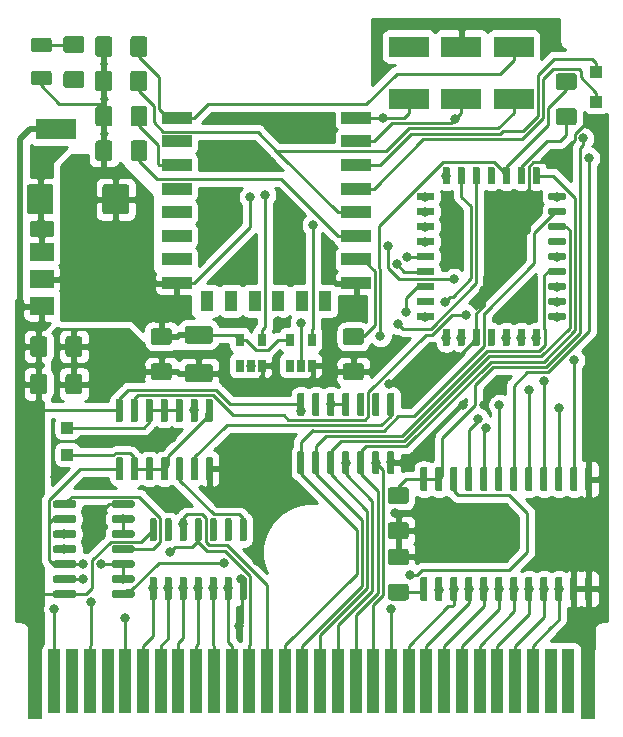
<source format=gbr>
G04 #@! TF.GenerationSoftware,KiCad,Pcbnew,5.1.5+dfsg1-2build2*
G04 #@! TF.CreationDate,2022-01-08T21:25:08+01:00*
G04 #@! TF.ProjectId,wifi-gb-cart,77696669-2d67-4622-9d63-6172742e6b69,rev?*
G04 #@! TF.SameCoordinates,Original*
G04 #@! TF.FileFunction,Copper,L1,Top*
G04 #@! TF.FilePolarity,Positive*
%FSLAX46Y46*%
G04 Gerber Fmt 4.6, Leading zero omitted, Abs format (unit mm)*
G04 Created by KiCad (PCBNEW 5.1.5+dfsg1-2build2) date 2022-01-08 21:25:08*
%MOMM*%
%LPD*%
G04 APERTURE LIST*
%ADD10C,0.100000*%
%ADD11R,3.400000X1.800000*%
%ADD12R,1.000000X1.000000*%
%ADD13R,1.300000X6.000000*%
%ADD14R,1.000000X5.500000*%
%ADD15R,2.500000X1.000000*%
%ADD16R,1.000000X1.800000*%
%ADD17R,2.000000X3.800000*%
%ADD18R,2.000000X1.500000*%
%ADD19R,0.650000X1.060000*%
%ADD20C,0.800000*%
%ADD21C,0.500000*%
%ADD22C,0.250000*%
%ADD23C,1.000000*%
%ADD24C,0.254000*%
G04 APERTURE END LIST*
G04 #@! TA.AperFunction,SMDPad,CuDef*
D10*
G36*
X168439703Y-94025722D02*
G01*
X168454264Y-94027882D01*
X168468543Y-94031459D01*
X168482403Y-94036418D01*
X168495710Y-94042712D01*
X168508336Y-94050280D01*
X168520159Y-94059048D01*
X168531066Y-94068934D01*
X168540952Y-94079841D01*
X168549720Y-94091664D01*
X168557288Y-94104290D01*
X168563582Y-94117597D01*
X168568541Y-94131457D01*
X168572118Y-94145736D01*
X168574278Y-94160297D01*
X168575000Y-94175000D01*
X168575000Y-95350000D01*
X168574278Y-95364703D01*
X168572118Y-95379264D01*
X168568541Y-95393543D01*
X168563582Y-95407403D01*
X168557288Y-95420710D01*
X168549720Y-95433336D01*
X168540952Y-95445159D01*
X168531066Y-95456066D01*
X168520159Y-95465952D01*
X168508336Y-95474720D01*
X168495710Y-95482288D01*
X168482403Y-95488582D01*
X168468543Y-95493541D01*
X168454264Y-95497118D01*
X168439703Y-95499278D01*
X168425000Y-95500000D01*
X168125000Y-95500000D01*
X168110297Y-95499278D01*
X168095736Y-95497118D01*
X168081457Y-95493541D01*
X168067597Y-95488582D01*
X168054290Y-95482288D01*
X168041664Y-95474720D01*
X168029841Y-95465952D01*
X168018934Y-95456066D01*
X168009048Y-95445159D01*
X168000280Y-95433336D01*
X167992712Y-95420710D01*
X167986418Y-95407403D01*
X167981459Y-95393543D01*
X167977882Y-95379264D01*
X167975722Y-95364703D01*
X167975000Y-95350000D01*
X167975000Y-94175000D01*
X167975722Y-94160297D01*
X167977882Y-94145736D01*
X167981459Y-94131457D01*
X167986418Y-94117597D01*
X167992712Y-94104290D01*
X168000280Y-94091664D01*
X168009048Y-94079841D01*
X168018934Y-94068934D01*
X168029841Y-94059048D01*
X168041664Y-94050280D01*
X168054290Y-94042712D01*
X168067597Y-94036418D01*
X168081457Y-94031459D01*
X168095736Y-94027882D01*
X168110297Y-94025722D01*
X168125000Y-94025000D01*
X168425000Y-94025000D01*
X168439703Y-94025722D01*
G37*
G04 #@! TD.AperFunction*
G04 #@! TA.AperFunction,SMDPad,CuDef*
G36*
X167169703Y-94025722D02*
G01*
X167184264Y-94027882D01*
X167198543Y-94031459D01*
X167212403Y-94036418D01*
X167225710Y-94042712D01*
X167238336Y-94050280D01*
X167250159Y-94059048D01*
X167261066Y-94068934D01*
X167270952Y-94079841D01*
X167279720Y-94091664D01*
X167287288Y-94104290D01*
X167293582Y-94117597D01*
X167298541Y-94131457D01*
X167302118Y-94145736D01*
X167304278Y-94160297D01*
X167305000Y-94175000D01*
X167305000Y-95350000D01*
X167304278Y-95364703D01*
X167302118Y-95379264D01*
X167298541Y-95393543D01*
X167293582Y-95407403D01*
X167287288Y-95420710D01*
X167279720Y-95433336D01*
X167270952Y-95445159D01*
X167261066Y-95456066D01*
X167250159Y-95465952D01*
X167238336Y-95474720D01*
X167225710Y-95482288D01*
X167212403Y-95488582D01*
X167198543Y-95493541D01*
X167184264Y-95497118D01*
X167169703Y-95499278D01*
X167155000Y-95500000D01*
X166855000Y-95500000D01*
X166840297Y-95499278D01*
X166825736Y-95497118D01*
X166811457Y-95493541D01*
X166797597Y-95488582D01*
X166784290Y-95482288D01*
X166771664Y-95474720D01*
X166759841Y-95465952D01*
X166748934Y-95456066D01*
X166739048Y-95445159D01*
X166730280Y-95433336D01*
X166722712Y-95420710D01*
X166716418Y-95407403D01*
X166711459Y-95393543D01*
X166707882Y-95379264D01*
X166705722Y-95364703D01*
X166705000Y-95350000D01*
X166705000Y-94175000D01*
X166705722Y-94160297D01*
X166707882Y-94145736D01*
X166711459Y-94131457D01*
X166716418Y-94117597D01*
X166722712Y-94104290D01*
X166730280Y-94091664D01*
X166739048Y-94079841D01*
X166748934Y-94068934D01*
X166759841Y-94059048D01*
X166771664Y-94050280D01*
X166784290Y-94042712D01*
X166797597Y-94036418D01*
X166811457Y-94031459D01*
X166825736Y-94027882D01*
X166840297Y-94025722D01*
X166855000Y-94025000D01*
X167155000Y-94025000D01*
X167169703Y-94025722D01*
G37*
G04 #@! TD.AperFunction*
G04 #@! TA.AperFunction,SMDPad,CuDef*
G36*
X165899703Y-94025722D02*
G01*
X165914264Y-94027882D01*
X165928543Y-94031459D01*
X165942403Y-94036418D01*
X165955710Y-94042712D01*
X165968336Y-94050280D01*
X165980159Y-94059048D01*
X165991066Y-94068934D01*
X166000952Y-94079841D01*
X166009720Y-94091664D01*
X166017288Y-94104290D01*
X166023582Y-94117597D01*
X166028541Y-94131457D01*
X166032118Y-94145736D01*
X166034278Y-94160297D01*
X166035000Y-94175000D01*
X166035000Y-95350000D01*
X166034278Y-95364703D01*
X166032118Y-95379264D01*
X166028541Y-95393543D01*
X166023582Y-95407403D01*
X166017288Y-95420710D01*
X166009720Y-95433336D01*
X166000952Y-95445159D01*
X165991066Y-95456066D01*
X165980159Y-95465952D01*
X165968336Y-95474720D01*
X165955710Y-95482288D01*
X165942403Y-95488582D01*
X165928543Y-95493541D01*
X165914264Y-95497118D01*
X165899703Y-95499278D01*
X165885000Y-95500000D01*
X165585000Y-95500000D01*
X165570297Y-95499278D01*
X165555736Y-95497118D01*
X165541457Y-95493541D01*
X165527597Y-95488582D01*
X165514290Y-95482288D01*
X165501664Y-95474720D01*
X165489841Y-95465952D01*
X165478934Y-95456066D01*
X165469048Y-95445159D01*
X165460280Y-95433336D01*
X165452712Y-95420710D01*
X165446418Y-95407403D01*
X165441459Y-95393543D01*
X165437882Y-95379264D01*
X165435722Y-95364703D01*
X165435000Y-95350000D01*
X165435000Y-94175000D01*
X165435722Y-94160297D01*
X165437882Y-94145736D01*
X165441459Y-94131457D01*
X165446418Y-94117597D01*
X165452712Y-94104290D01*
X165460280Y-94091664D01*
X165469048Y-94079841D01*
X165478934Y-94068934D01*
X165489841Y-94059048D01*
X165501664Y-94050280D01*
X165514290Y-94042712D01*
X165527597Y-94036418D01*
X165541457Y-94031459D01*
X165555736Y-94027882D01*
X165570297Y-94025722D01*
X165585000Y-94025000D01*
X165885000Y-94025000D01*
X165899703Y-94025722D01*
G37*
G04 #@! TD.AperFunction*
G04 #@! TA.AperFunction,SMDPad,CuDef*
G36*
X164629703Y-94025722D02*
G01*
X164644264Y-94027882D01*
X164658543Y-94031459D01*
X164672403Y-94036418D01*
X164685710Y-94042712D01*
X164698336Y-94050280D01*
X164710159Y-94059048D01*
X164721066Y-94068934D01*
X164730952Y-94079841D01*
X164739720Y-94091664D01*
X164747288Y-94104290D01*
X164753582Y-94117597D01*
X164758541Y-94131457D01*
X164762118Y-94145736D01*
X164764278Y-94160297D01*
X164765000Y-94175000D01*
X164765000Y-95350000D01*
X164764278Y-95364703D01*
X164762118Y-95379264D01*
X164758541Y-95393543D01*
X164753582Y-95407403D01*
X164747288Y-95420710D01*
X164739720Y-95433336D01*
X164730952Y-95445159D01*
X164721066Y-95456066D01*
X164710159Y-95465952D01*
X164698336Y-95474720D01*
X164685710Y-95482288D01*
X164672403Y-95488582D01*
X164658543Y-95493541D01*
X164644264Y-95497118D01*
X164629703Y-95499278D01*
X164615000Y-95500000D01*
X164315000Y-95500000D01*
X164300297Y-95499278D01*
X164285736Y-95497118D01*
X164271457Y-95493541D01*
X164257597Y-95488582D01*
X164244290Y-95482288D01*
X164231664Y-95474720D01*
X164219841Y-95465952D01*
X164208934Y-95456066D01*
X164199048Y-95445159D01*
X164190280Y-95433336D01*
X164182712Y-95420710D01*
X164176418Y-95407403D01*
X164171459Y-95393543D01*
X164167882Y-95379264D01*
X164165722Y-95364703D01*
X164165000Y-95350000D01*
X164165000Y-94175000D01*
X164165722Y-94160297D01*
X164167882Y-94145736D01*
X164171459Y-94131457D01*
X164176418Y-94117597D01*
X164182712Y-94104290D01*
X164190280Y-94091664D01*
X164199048Y-94079841D01*
X164208934Y-94068934D01*
X164219841Y-94059048D01*
X164231664Y-94050280D01*
X164244290Y-94042712D01*
X164257597Y-94036418D01*
X164271457Y-94031459D01*
X164285736Y-94027882D01*
X164300297Y-94025722D01*
X164315000Y-94025000D01*
X164615000Y-94025000D01*
X164629703Y-94025722D01*
G37*
G04 #@! TD.AperFunction*
G04 #@! TA.AperFunction,SMDPad,CuDef*
G36*
X163314703Y-96220722D02*
G01*
X163329264Y-96222882D01*
X163343543Y-96226459D01*
X163357403Y-96231418D01*
X163370710Y-96237712D01*
X163383336Y-96245280D01*
X163395159Y-96254048D01*
X163406066Y-96263934D01*
X163415952Y-96274841D01*
X163424720Y-96286664D01*
X163432288Y-96299290D01*
X163438582Y-96312597D01*
X163443541Y-96326457D01*
X163447118Y-96340736D01*
X163449278Y-96355297D01*
X163450000Y-96370000D01*
X163450000Y-96670000D01*
X163449278Y-96684703D01*
X163447118Y-96699264D01*
X163443541Y-96713543D01*
X163438582Y-96727403D01*
X163432288Y-96740710D01*
X163424720Y-96753336D01*
X163415952Y-96765159D01*
X163406066Y-96776066D01*
X163395159Y-96785952D01*
X163383336Y-96794720D01*
X163370710Y-96802288D01*
X163357403Y-96808582D01*
X163343543Y-96813541D01*
X163329264Y-96817118D01*
X163314703Y-96819278D01*
X163300000Y-96820000D01*
X162125000Y-96820000D01*
X162110297Y-96819278D01*
X162095736Y-96817118D01*
X162081457Y-96813541D01*
X162067597Y-96808582D01*
X162054290Y-96802288D01*
X162041664Y-96794720D01*
X162029841Y-96785952D01*
X162018934Y-96776066D01*
X162009048Y-96765159D01*
X162000280Y-96753336D01*
X161992712Y-96740710D01*
X161986418Y-96727403D01*
X161981459Y-96713543D01*
X161977882Y-96699264D01*
X161975722Y-96684703D01*
X161975000Y-96670000D01*
X161975000Y-96370000D01*
X161975722Y-96355297D01*
X161977882Y-96340736D01*
X161981459Y-96326457D01*
X161986418Y-96312597D01*
X161992712Y-96299290D01*
X162000280Y-96286664D01*
X162009048Y-96274841D01*
X162018934Y-96263934D01*
X162029841Y-96254048D01*
X162041664Y-96245280D01*
X162054290Y-96237712D01*
X162067597Y-96231418D01*
X162081457Y-96226459D01*
X162095736Y-96222882D01*
X162110297Y-96220722D01*
X162125000Y-96220000D01*
X163300000Y-96220000D01*
X163314703Y-96220722D01*
G37*
G04 #@! TD.AperFunction*
G04 #@! TA.AperFunction,SMDPad,CuDef*
G36*
X163314703Y-97490722D02*
G01*
X163329264Y-97492882D01*
X163343543Y-97496459D01*
X163357403Y-97501418D01*
X163370710Y-97507712D01*
X163383336Y-97515280D01*
X163395159Y-97524048D01*
X163406066Y-97533934D01*
X163415952Y-97544841D01*
X163424720Y-97556664D01*
X163432288Y-97569290D01*
X163438582Y-97582597D01*
X163443541Y-97596457D01*
X163447118Y-97610736D01*
X163449278Y-97625297D01*
X163450000Y-97640000D01*
X163450000Y-97940000D01*
X163449278Y-97954703D01*
X163447118Y-97969264D01*
X163443541Y-97983543D01*
X163438582Y-97997403D01*
X163432288Y-98010710D01*
X163424720Y-98023336D01*
X163415952Y-98035159D01*
X163406066Y-98046066D01*
X163395159Y-98055952D01*
X163383336Y-98064720D01*
X163370710Y-98072288D01*
X163357403Y-98078582D01*
X163343543Y-98083541D01*
X163329264Y-98087118D01*
X163314703Y-98089278D01*
X163300000Y-98090000D01*
X162125000Y-98090000D01*
X162110297Y-98089278D01*
X162095736Y-98087118D01*
X162081457Y-98083541D01*
X162067597Y-98078582D01*
X162054290Y-98072288D01*
X162041664Y-98064720D01*
X162029841Y-98055952D01*
X162018934Y-98046066D01*
X162009048Y-98035159D01*
X162000280Y-98023336D01*
X161992712Y-98010710D01*
X161986418Y-97997403D01*
X161981459Y-97983543D01*
X161977882Y-97969264D01*
X161975722Y-97954703D01*
X161975000Y-97940000D01*
X161975000Y-97640000D01*
X161975722Y-97625297D01*
X161977882Y-97610736D01*
X161981459Y-97596457D01*
X161986418Y-97582597D01*
X161992712Y-97569290D01*
X162000280Y-97556664D01*
X162009048Y-97544841D01*
X162018934Y-97533934D01*
X162029841Y-97524048D01*
X162041664Y-97515280D01*
X162054290Y-97507712D01*
X162067597Y-97501418D01*
X162081457Y-97496459D01*
X162095736Y-97492882D01*
X162110297Y-97490722D01*
X162125000Y-97490000D01*
X163300000Y-97490000D01*
X163314703Y-97490722D01*
G37*
G04 #@! TD.AperFunction*
G04 #@! TA.AperFunction,SMDPad,CuDef*
G36*
X163314703Y-98760722D02*
G01*
X163329264Y-98762882D01*
X163343543Y-98766459D01*
X163357403Y-98771418D01*
X163370710Y-98777712D01*
X163383336Y-98785280D01*
X163395159Y-98794048D01*
X163406066Y-98803934D01*
X163415952Y-98814841D01*
X163424720Y-98826664D01*
X163432288Y-98839290D01*
X163438582Y-98852597D01*
X163443541Y-98866457D01*
X163447118Y-98880736D01*
X163449278Y-98895297D01*
X163450000Y-98910000D01*
X163450000Y-99210000D01*
X163449278Y-99224703D01*
X163447118Y-99239264D01*
X163443541Y-99253543D01*
X163438582Y-99267403D01*
X163432288Y-99280710D01*
X163424720Y-99293336D01*
X163415952Y-99305159D01*
X163406066Y-99316066D01*
X163395159Y-99325952D01*
X163383336Y-99334720D01*
X163370710Y-99342288D01*
X163357403Y-99348582D01*
X163343543Y-99353541D01*
X163329264Y-99357118D01*
X163314703Y-99359278D01*
X163300000Y-99360000D01*
X162125000Y-99360000D01*
X162110297Y-99359278D01*
X162095736Y-99357118D01*
X162081457Y-99353541D01*
X162067597Y-99348582D01*
X162054290Y-99342288D01*
X162041664Y-99334720D01*
X162029841Y-99325952D01*
X162018934Y-99316066D01*
X162009048Y-99305159D01*
X162000280Y-99293336D01*
X161992712Y-99280710D01*
X161986418Y-99267403D01*
X161981459Y-99253543D01*
X161977882Y-99239264D01*
X161975722Y-99224703D01*
X161975000Y-99210000D01*
X161975000Y-98910000D01*
X161975722Y-98895297D01*
X161977882Y-98880736D01*
X161981459Y-98866457D01*
X161986418Y-98852597D01*
X161992712Y-98839290D01*
X162000280Y-98826664D01*
X162009048Y-98814841D01*
X162018934Y-98803934D01*
X162029841Y-98794048D01*
X162041664Y-98785280D01*
X162054290Y-98777712D01*
X162067597Y-98771418D01*
X162081457Y-98766459D01*
X162095736Y-98762882D01*
X162110297Y-98760722D01*
X162125000Y-98760000D01*
X163300000Y-98760000D01*
X163314703Y-98760722D01*
G37*
G04 #@! TD.AperFunction*
G04 #@! TA.AperFunction,SMDPad,CuDef*
G36*
X163314703Y-100030722D02*
G01*
X163329264Y-100032882D01*
X163343543Y-100036459D01*
X163357403Y-100041418D01*
X163370710Y-100047712D01*
X163383336Y-100055280D01*
X163395159Y-100064048D01*
X163406066Y-100073934D01*
X163415952Y-100084841D01*
X163424720Y-100096664D01*
X163432288Y-100109290D01*
X163438582Y-100122597D01*
X163443541Y-100136457D01*
X163447118Y-100150736D01*
X163449278Y-100165297D01*
X163450000Y-100180000D01*
X163450000Y-100480000D01*
X163449278Y-100494703D01*
X163447118Y-100509264D01*
X163443541Y-100523543D01*
X163438582Y-100537403D01*
X163432288Y-100550710D01*
X163424720Y-100563336D01*
X163415952Y-100575159D01*
X163406066Y-100586066D01*
X163395159Y-100595952D01*
X163383336Y-100604720D01*
X163370710Y-100612288D01*
X163357403Y-100618582D01*
X163343543Y-100623541D01*
X163329264Y-100627118D01*
X163314703Y-100629278D01*
X163300000Y-100630000D01*
X162125000Y-100630000D01*
X162110297Y-100629278D01*
X162095736Y-100627118D01*
X162081457Y-100623541D01*
X162067597Y-100618582D01*
X162054290Y-100612288D01*
X162041664Y-100604720D01*
X162029841Y-100595952D01*
X162018934Y-100586066D01*
X162009048Y-100575159D01*
X162000280Y-100563336D01*
X161992712Y-100550710D01*
X161986418Y-100537403D01*
X161981459Y-100523543D01*
X161977882Y-100509264D01*
X161975722Y-100494703D01*
X161975000Y-100480000D01*
X161975000Y-100180000D01*
X161975722Y-100165297D01*
X161977882Y-100150736D01*
X161981459Y-100136457D01*
X161986418Y-100122597D01*
X161992712Y-100109290D01*
X162000280Y-100096664D01*
X162009048Y-100084841D01*
X162018934Y-100073934D01*
X162029841Y-100064048D01*
X162041664Y-100055280D01*
X162054290Y-100047712D01*
X162067597Y-100041418D01*
X162081457Y-100036459D01*
X162095736Y-100032882D01*
X162110297Y-100030722D01*
X162125000Y-100030000D01*
X163300000Y-100030000D01*
X163314703Y-100030722D01*
G37*
G04 #@! TD.AperFunction*
G04 #@! TA.AperFunction,SMDPad,CuDef*
G36*
X163314703Y-101300722D02*
G01*
X163329264Y-101302882D01*
X163343543Y-101306459D01*
X163357403Y-101311418D01*
X163370710Y-101317712D01*
X163383336Y-101325280D01*
X163395159Y-101334048D01*
X163406066Y-101343934D01*
X163415952Y-101354841D01*
X163424720Y-101366664D01*
X163432288Y-101379290D01*
X163438582Y-101392597D01*
X163443541Y-101406457D01*
X163447118Y-101420736D01*
X163449278Y-101435297D01*
X163450000Y-101450000D01*
X163450000Y-101750000D01*
X163449278Y-101764703D01*
X163447118Y-101779264D01*
X163443541Y-101793543D01*
X163438582Y-101807403D01*
X163432288Y-101820710D01*
X163424720Y-101833336D01*
X163415952Y-101845159D01*
X163406066Y-101856066D01*
X163395159Y-101865952D01*
X163383336Y-101874720D01*
X163370710Y-101882288D01*
X163357403Y-101888582D01*
X163343543Y-101893541D01*
X163329264Y-101897118D01*
X163314703Y-101899278D01*
X163300000Y-101900000D01*
X162125000Y-101900000D01*
X162110297Y-101899278D01*
X162095736Y-101897118D01*
X162081457Y-101893541D01*
X162067597Y-101888582D01*
X162054290Y-101882288D01*
X162041664Y-101874720D01*
X162029841Y-101865952D01*
X162018934Y-101856066D01*
X162009048Y-101845159D01*
X162000280Y-101833336D01*
X161992712Y-101820710D01*
X161986418Y-101807403D01*
X161981459Y-101793543D01*
X161977882Y-101779264D01*
X161975722Y-101764703D01*
X161975000Y-101750000D01*
X161975000Y-101450000D01*
X161975722Y-101435297D01*
X161977882Y-101420736D01*
X161981459Y-101406457D01*
X161986418Y-101392597D01*
X161992712Y-101379290D01*
X162000280Y-101366664D01*
X162009048Y-101354841D01*
X162018934Y-101343934D01*
X162029841Y-101334048D01*
X162041664Y-101325280D01*
X162054290Y-101317712D01*
X162067597Y-101311418D01*
X162081457Y-101306459D01*
X162095736Y-101302882D01*
X162110297Y-101300722D01*
X162125000Y-101300000D01*
X163300000Y-101300000D01*
X163314703Y-101300722D01*
G37*
G04 #@! TD.AperFunction*
G04 #@! TA.AperFunction,SMDPad,CuDef*
G36*
X163314703Y-102570722D02*
G01*
X163329264Y-102572882D01*
X163343543Y-102576459D01*
X163357403Y-102581418D01*
X163370710Y-102587712D01*
X163383336Y-102595280D01*
X163395159Y-102604048D01*
X163406066Y-102613934D01*
X163415952Y-102624841D01*
X163424720Y-102636664D01*
X163432288Y-102649290D01*
X163438582Y-102662597D01*
X163443541Y-102676457D01*
X163447118Y-102690736D01*
X163449278Y-102705297D01*
X163450000Y-102720000D01*
X163450000Y-103020000D01*
X163449278Y-103034703D01*
X163447118Y-103049264D01*
X163443541Y-103063543D01*
X163438582Y-103077403D01*
X163432288Y-103090710D01*
X163424720Y-103103336D01*
X163415952Y-103115159D01*
X163406066Y-103126066D01*
X163395159Y-103135952D01*
X163383336Y-103144720D01*
X163370710Y-103152288D01*
X163357403Y-103158582D01*
X163343543Y-103163541D01*
X163329264Y-103167118D01*
X163314703Y-103169278D01*
X163300000Y-103170000D01*
X162125000Y-103170000D01*
X162110297Y-103169278D01*
X162095736Y-103167118D01*
X162081457Y-103163541D01*
X162067597Y-103158582D01*
X162054290Y-103152288D01*
X162041664Y-103144720D01*
X162029841Y-103135952D01*
X162018934Y-103126066D01*
X162009048Y-103115159D01*
X162000280Y-103103336D01*
X161992712Y-103090710D01*
X161986418Y-103077403D01*
X161981459Y-103063543D01*
X161977882Y-103049264D01*
X161975722Y-103034703D01*
X161975000Y-103020000D01*
X161975000Y-102720000D01*
X161975722Y-102705297D01*
X161977882Y-102690736D01*
X161981459Y-102676457D01*
X161986418Y-102662597D01*
X161992712Y-102649290D01*
X162000280Y-102636664D01*
X162009048Y-102624841D01*
X162018934Y-102613934D01*
X162029841Y-102604048D01*
X162041664Y-102595280D01*
X162054290Y-102587712D01*
X162067597Y-102581418D01*
X162081457Y-102576459D01*
X162095736Y-102572882D01*
X162110297Y-102570722D01*
X162125000Y-102570000D01*
X163300000Y-102570000D01*
X163314703Y-102570722D01*
G37*
G04 #@! TD.AperFunction*
G04 #@! TA.AperFunction,SMDPad,CuDef*
G36*
X163314703Y-103840722D02*
G01*
X163329264Y-103842882D01*
X163343543Y-103846459D01*
X163357403Y-103851418D01*
X163370710Y-103857712D01*
X163383336Y-103865280D01*
X163395159Y-103874048D01*
X163406066Y-103883934D01*
X163415952Y-103894841D01*
X163424720Y-103906664D01*
X163432288Y-103919290D01*
X163438582Y-103932597D01*
X163443541Y-103946457D01*
X163447118Y-103960736D01*
X163449278Y-103975297D01*
X163450000Y-103990000D01*
X163450000Y-104290000D01*
X163449278Y-104304703D01*
X163447118Y-104319264D01*
X163443541Y-104333543D01*
X163438582Y-104347403D01*
X163432288Y-104360710D01*
X163424720Y-104373336D01*
X163415952Y-104385159D01*
X163406066Y-104396066D01*
X163395159Y-104405952D01*
X163383336Y-104414720D01*
X163370710Y-104422288D01*
X163357403Y-104428582D01*
X163343543Y-104433541D01*
X163329264Y-104437118D01*
X163314703Y-104439278D01*
X163300000Y-104440000D01*
X162125000Y-104440000D01*
X162110297Y-104439278D01*
X162095736Y-104437118D01*
X162081457Y-104433541D01*
X162067597Y-104428582D01*
X162054290Y-104422288D01*
X162041664Y-104414720D01*
X162029841Y-104405952D01*
X162018934Y-104396066D01*
X162009048Y-104385159D01*
X162000280Y-104373336D01*
X161992712Y-104360710D01*
X161986418Y-104347403D01*
X161981459Y-104333543D01*
X161977882Y-104319264D01*
X161975722Y-104304703D01*
X161975000Y-104290000D01*
X161975000Y-103990000D01*
X161975722Y-103975297D01*
X161977882Y-103960736D01*
X161981459Y-103946457D01*
X161986418Y-103932597D01*
X161992712Y-103919290D01*
X162000280Y-103906664D01*
X162009048Y-103894841D01*
X162018934Y-103883934D01*
X162029841Y-103874048D01*
X162041664Y-103865280D01*
X162054290Y-103857712D01*
X162067597Y-103851418D01*
X162081457Y-103846459D01*
X162095736Y-103842882D01*
X162110297Y-103840722D01*
X162125000Y-103840000D01*
X163300000Y-103840000D01*
X163314703Y-103840722D01*
G37*
G04 #@! TD.AperFunction*
G04 #@! TA.AperFunction,SMDPad,CuDef*
G36*
X163314703Y-105110722D02*
G01*
X163329264Y-105112882D01*
X163343543Y-105116459D01*
X163357403Y-105121418D01*
X163370710Y-105127712D01*
X163383336Y-105135280D01*
X163395159Y-105144048D01*
X163406066Y-105153934D01*
X163415952Y-105164841D01*
X163424720Y-105176664D01*
X163432288Y-105189290D01*
X163438582Y-105202597D01*
X163443541Y-105216457D01*
X163447118Y-105230736D01*
X163449278Y-105245297D01*
X163450000Y-105260000D01*
X163450000Y-105560000D01*
X163449278Y-105574703D01*
X163447118Y-105589264D01*
X163443541Y-105603543D01*
X163438582Y-105617403D01*
X163432288Y-105630710D01*
X163424720Y-105643336D01*
X163415952Y-105655159D01*
X163406066Y-105666066D01*
X163395159Y-105675952D01*
X163383336Y-105684720D01*
X163370710Y-105692288D01*
X163357403Y-105698582D01*
X163343543Y-105703541D01*
X163329264Y-105707118D01*
X163314703Y-105709278D01*
X163300000Y-105710000D01*
X162125000Y-105710000D01*
X162110297Y-105709278D01*
X162095736Y-105707118D01*
X162081457Y-105703541D01*
X162067597Y-105698582D01*
X162054290Y-105692288D01*
X162041664Y-105684720D01*
X162029841Y-105675952D01*
X162018934Y-105666066D01*
X162009048Y-105655159D01*
X162000280Y-105643336D01*
X161992712Y-105630710D01*
X161986418Y-105617403D01*
X161981459Y-105603543D01*
X161977882Y-105589264D01*
X161975722Y-105574703D01*
X161975000Y-105560000D01*
X161975000Y-105260000D01*
X161975722Y-105245297D01*
X161977882Y-105230736D01*
X161981459Y-105216457D01*
X161986418Y-105202597D01*
X161992712Y-105189290D01*
X162000280Y-105176664D01*
X162009048Y-105164841D01*
X162018934Y-105153934D01*
X162029841Y-105144048D01*
X162041664Y-105135280D01*
X162054290Y-105127712D01*
X162067597Y-105121418D01*
X162081457Y-105116459D01*
X162095736Y-105112882D01*
X162110297Y-105110722D01*
X162125000Y-105110000D01*
X163300000Y-105110000D01*
X163314703Y-105110722D01*
G37*
G04 #@! TD.AperFunction*
G04 #@! TA.AperFunction,SMDPad,CuDef*
G36*
X163314703Y-106380722D02*
G01*
X163329264Y-106382882D01*
X163343543Y-106386459D01*
X163357403Y-106391418D01*
X163370710Y-106397712D01*
X163383336Y-106405280D01*
X163395159Y-106414048D01*
X163406066Y-106423934D01*
X163415952Y-106434841D01*
X163424720Y-106446664D01*
X163432288Y-106459290D01*
X163438582Y-106472597D01*
X163443541Y-106486457D01*
X163447118Y-106500736D01*
X163449278Y-106515297D01*
X163450000Y-106530000D01*
X163450000Y-106830000D01*
X163449278Y-106844703D01*
X163447118Y-106859264D01*
X163443541Y-106873543D01*
X163438582Y-106887403D01*
X163432288Y-106900710D01*
X163424720Y-106913336D01*
X163415952Y-106925159D01*
X163406066Y-106936066D01*
X163395159Y-106945952D01*
X163383336Y-106954720D01*
X163370710Y-106962288D01*
X163357403Y-106968582D01*
X163343543Y-106973541D01*
X163329264Y-106977118D01*
X163314703Y-106979278D01*
X163300000Y-106980000D01*
X162125000Y-106980000D01*
X162110297Y-106979278D01*
X162095736Y-106977118D01*
X162081457Y-106973541D01*
X162067597Y-106968582D01*
X162054290Y-106962288D01*
X162041664Y-106954720D01*
X162029841Y-106945952D01*
X162018934Y-106936066D01*
X162009048Y-106925159D01*
X162000280Y-106913336D01*
X161992712Y-106900710D01*
X161986418Y-106887403D01*
X161981459Y-106873543D01*
X161977882Y-106859264D01*
X161975722Y-106844703D01*
X161975000Y-106830000D01*
X161975000Y-106530000D01*
X161975722Y-106515297D01*
X161977882Y-106500736D01*
X161981459Y-106486457D01*
X161986418Y-106472597D01*
X161992712Y-106459290D01*
X162000280Y-106446664D01*
X162009048Y-106434841D01*
X162018934Y-106423934D01*
X162029841Y-106414048D01*
X162041664Y-106405280D01*
X162054290Y-106397712D01*
X162067597Y-106391418D01*
X162081457Y-106386459D01*
X162095736Y-106382882D01*
X162110297Y-106380722D01*
X162125000Y-106380000D01*
X163300000Y-106380000D01*
X163314703Y-106380722D01*
G37*
G04 #@! TD.AperFunction*
G04 #@! TA.AperFunction,SMDPad,CuDef*
G36*
X164629703Y-107700722D02*
G01*
X164644264Y-107702882D01*
X164658543Y-107706459D01*
X164672403Y-107711418D01*
X164685710Y-107717712D01*
X164698336Y-107725280D01*
X164710159Y-107734048D01*
X164721066Y-107743934D01*
X164730952Y-107754841D01*
X164739720Y-107766664D01*
X164747288Y-107779290D01*
X164753582Y-107792597D01*
X164758541Y-107806457D01*
X164762118Y-107820736D01*
X164764278Y-107835297D01*
X164765000Y-107850000D01*
X164765000Y-109025000D01*
X164764278Y-109039703D01*
X164762118Y-109054264D01*
X164758541Y-109068543D01*
X164753582Y-109082403D01*
X164747288Y-109095710D01*
X164739720Y-109108336D01*
X164730952Y-109120159D01*
X164721066Y-109131066D01*
X164710159Y-109140952D01*
X164698336Y-109149720D01*
X164685710Y-109157288D01*
X164672403Y-109163582D01*
X164658543Y-109168541D01*
X164644264Y-109172118D01*
X164629703Y-109174278D01*
X164615000Y-109175000D01*
X164315000Y-109175000D01*
X164300297Y-109174278D01*
X164285736Y-109172118D01*
X164271457Y-109168541D01*
X164257597Y-109163582D01*
X164244290Y-109157288D01*
X164231664Y-109149720D01*
X164219841Y-109140952D01*
X164208934Y-109131066D01*
X164199048Y-109120159D01*
X164190280Y-109108336D01*
X164182712Y-109095710D01*
X164176418Y-109082403D01*
X164171459Y-109068543D01*
X164167882Y-109054264D01*
X164165722Y-109039703D01*
X164165000Y-109025000D01*
X164165000Y-107850000D01*
X164165722Y-107835297D01*
X164167882Y-107820736D01*
X164171459Y-107806457D01*
X164176418Y-107792597D01*
X164182712Y-107779290D01*
X164190280Y-107766664D01*
X164199048Y-107754841D01*
X164208934Y-107743934D01*
X164219841Y-107734048D01*
X164231664Y-107725280D01*
X164244290Y-107717712D01*
X164257597Y-107711418D01*
X164271457Y-107706459D01*
X164285736Y-107702882D01*
X164300297Y-107700722D01*
X164315000Y-107700000D01*
X164615000Y-107700000D01*
X164629703Y-107700722D01*
G37*
G04 #@! TD.AperFunction*
G04 #@! TA.AperFunction,SMDPad,CuDef*
G36*
X165899703Y-107700722D02*
G01*
X165914264Y-107702882D01*
X165928543Y-107706459D01*
X165942403Y-107711418D01*
X165955710Y-107717712D01*
X165968336Y-107725280D01*
X165980159Y-107734048D01*
X165991066Y-107743934D01*
X166000952Y-107754841D01*
X166009720Y-107766664D01*
X166017288Y-107779290D01*
X166023582Y-107792597D01*
X166028541Y-107806457D01*
X166032118Y-107820736D01*
X166034278Y-107835297D01*
X166035000Y-107850000D01*
X166035000Y-109025000D01*
X166034278Y-109039703D01*
X166032118Y-109054264D01*
X166028541Y-109068543D01*
X166023582Y-109082403D01*
X166017288Y-109095710D01*
X166009720Y-109108336D01*
X166000952Y-109120159D01*
X165991066Y-109131066D01*
X165980159Y-109140952D01*
X165968336Y-109149720D01*
X165955710Y-109157288D01*
X165942403Y-109163582D01*
X165928543Y-109168541D01*
X165914264Y-109172118D01*
X165899703Y-109174278D01*
X165885000Y-109175000D01*
X165585000Y-109175000D01*
X165570297Y-109174278D01*
X165555736Y-109172118D01*
X165541457Y-109168541D01*
X165527597Y-109163582D01*
X165514290Y-109157288D01*
X165501664Y-109149720D01*
X165489841Y-109140952D01*
X165478934Y-109131066D01*
X165469048Y-109120159D01*
X165460280Y-109108336D01*
X165452712Y-109095710D01*
X165446418Y-109082403D01*
X165441459Y-109068543D01*
X165437882Y-109054264D01*
X165435722Y-109039703D01*
X165435000Y-109025000D01*
X165435000Y-107850000D01*
X165435722Y-107835297D01*
X165437882Y-107820736D01*
X165441459Y-107806457D01*
X165446418Y-107792597D01*
X165452712Y-107779290D01*
X165460280Y-107766664D01*
X165469048Y-107754841D01*
X165478934Y-107743934D01*
X165489841Y-107734048D01*
X165501664Y-107725280D01*
X165514290Y-107717712D01*
X165527597Y-107711418D01*
X165541457Y-107706459D01*
X165555736Y-107702882D01*
X165570297Y-107700722D01*
X165585000Y-107700000D01*
X165885000Y-107700000D01*
X165899703Y-107700722D01*
G37*
G04 #@! TD.AperFunction*
G04 #@! TA.AperFunction,SMDPad,CuDef*
G36*
X167169703Y-107700722D02*
G01*
X167184264Y-107702882D01*
X167198543Y-107706459D01*
X167212403Y-107711418D01*
X167225710Y-107717712D01*
X167238336Y-107725280D01*
X167250159Y-107734048D01*
X167261066Y-107743934D01*
X167270952Y-107754841D01*
X167279720Y-107766664D01*
X167287288Y-107779290D01*
X167293582Y-107792597D01*
X167298541Y-107806457D01*
X167302118Y-107820736D01*
X167304278Y-107835297D01*
X167305000Y-107850000D01*
X167305000Y-109025000D01*
X167304278Y-109039703D01*
X167302118Y-109054264D01*
X167298541Y-109068543D01*
X167293582Y-109082403D01*
X167287288Y-109095710D01*
X167279720Y-109108336D01*
X167270952Y-109120159D01*
X167261066Y-109131066D01*
X167250159Y-109140952D01*
X167238336Y-109149720D01*
X167225710Y-109157288D01*
X167212403Y-109163582D01*
X167198543Y-109168541D01*
X167184264Y-109172118D01*
X167169703Y-109174278D01*
X167155000Y-109175000D01*
X166855000Y-109175000D01*
X166840297Y-109174278D01*
X166825736Y-109172118D01*
X166811457Y-109168541D01*
X166797597Y-109163582D01*
X166784290Y-109157288D01*
X166771664Y-109149720D01*
X166759841Y-109140952D01*
X166748934Y-109131066D01*
X166739048Y-109120159D01*
X166730280Y-109108336D01*
X166722712Y-109095710D01*
X166716418Y-109082403D01*
X166711459Y-109068543D01*
X166707882Y-109054264D01*
X166705722Y-109039703D01*
X166705000Y-109025000D01*
X166705000Y-107850000D01*
X166705722Y-107835297D01*
X166707882Y-107820736D01*
X166711459Y-107806457D01*
X166716418Y-107792597D01*
X166722712Y-107779290D01*
X166730280Y-107766664D01*
X166739048Y-107754841D01*
X166748934Y-107743934D01*
X166759841Y-107734048D01*
X166771664Y-107725280D01*
X166784290Y-107717712D01*
X166797597Y-107711418D01*
X166811457Y-107706459D01*
X166825736Y-107702882D01*
X166840297Y-107700722D01*
X166855000Y-107700000D01*
X167155000Y-107700000D01*
X167169703Y-107700722D01*
G37*
G04 #@! TD.AperFunction*
G04 #@! TA.AperFunction,SMDPad,CuDef*
G36*
X168439703Y-107700722D02*
G01*
X168454264Y-107702882D01*
X168468543Y-107706459D01*
X168482403Y-107711418D01*
X168495710Y-107717712D01*
X168508336Y-107725280D01*
X168520159Y-107734048D01*
X168531066Y-107743934D01*
X168540952Y-107754841D01*
X168549720Y-107766664D01*
X168557288Y-107779290D01*
X168563582Y-107792597D01*
X168568541Y-107806457D01*
X168572118Y-107820736D01*
X168574278Y-107835297D01*
X168575000Y-107850000D01*
X168575000Y-109025000D01*
X168574278Y-109039703D01*
X168572118Y-109054264D01*
X168568541Y-109068543D01*
X168563582Y-109082403D01*
X168557288Y-109095710D01*
X168549720Y-109108336D01*
X168540952Y-109120159D01*
X168531066Y-109131066D01*
X168520159Y-109140952D01*
X168508336Y-109149720D01*
X168495710Y-109157288D01*
X168482403Y-109163582D01*
X168468543Y-109168541D01*
X168454264Y-109172118D01*
X168439703Y-109174278D01*
X168425000Y-109175000D01*
X168125000Y-109175000D01*
X168110297Y-109174278D01*
X168095736Y-109172118D01*
X168081457Y-109168541D01*
X168067597Y-109163582D01*
X168054290Y-109157288D01*
X168041664Y-109149720D01*
X168029841Y-109140952D01*
X168018934Y-109131066D01*
X168009048Y-109120159D01*
X168000280Y-109108336D01*
X167992712Y-109095710D01*
X167986418Y-109082403D01*
X167981459Y-109068543D01*
X167977882Y-109054264D01*
X167975722Y-109039703D01*
X167975000Y-109025000D01*
X167975000Y-107850000D01*
X167975722Y-107835297D01*
X167977882Y-107820736D01*
X167981459Y-107806457D01*
X167986418Y-107792597D01*
X167992712Y-107779290D01*
X168000280Y-107766664D01*
X168009048Y-107754841D01*
X168018934Y-107743934D01*
X168029841Y-107734048D01*
X168041664Y-107725280D01*
X168054290Y-107717712D01*
X168067597Y-107711418D01*
X168081457Y-107706459D01*
X168095736Y-107702882D01*
X168110297Y-107700722D01*
X168125000Y-107700000D01*
X168425000Y-107700000D01*
X168439703Y-107700722D01*
G37*
G04 #@! TD.AperFunction*
G04 #@! TA.AperFunction,SMDPad,CuDef*
G36*
X169709703Y-107700722D02*
G01*
X169724264Y-107702882D01*
X169738543Y-107706459D01*
X169752403Y-107711418D01*
X169765710Y-107717712D01*
X169778336Y-107725280D01*
X169790159Y-107734048D01*
X169801066Y-107743934D01*
X169810952Y-107754841D01*
X169819720Y-107766664D01*
X169827288Y-107779290D01*
X169833582Y-107792597D01*
X169838541Y-107806457D01*
X169842118Y-107820736D01*
X169844278Y-107835297D01*
X169845000Y-107850000D01*
X169845000Y-109025000D01*
X169844278Y-109039703D01*
X169842118Y-109054264D01*
X169838541Y-109068543D01*
X169833582Y-109082403D01*
X169827288Y-109095710D01*
X169819720Y-109108336D01*
X169810952Y-109120159D01*
X169801066Y-109131066D01*
X169790159Y-109140952D01*
X169778336Y-109149720D01*
X169765710Y-109157288D01*
X169752403Y-109163582D01*
X169738543Y-109168541D01*
X169724264Y-109172118D01*
X169709703Y-109174278D01*
X169695000Y-109175000D01*
X169395000Y-109175000D01*
X169380297Y-109174278D01*
X169365736Y-109172118D01*
X169351457Y-109168541D01*
X169337597Y-109163582D01*
X169324290Y-109157288D01*
X169311664Y-109149720D01*
X169299841Y-109140952D01*
X169288934Y-109131066D01*
X169279048Y-109120159D01*
X169270280Y-109108336D01*
X169262712Y-109095710D01*
X169256418Y-109082403D01*
X169251459Y-109068543D01*
X169247882Y-109054264D01*
X169245722Y-109039703D01*
X169245000Y-109025000D01*
X169245000Y-107850000D01*
X169245722Y-107835297D01*
X169247882Y-107820736D01*
X169251459Y-107806457D01*
X169256418Y-107792597D01*
X169262712Y-107779290D01*
X169270280Y-107766664D01*
X169279048Y-107754841D01*
X169288934Y-107743934D01*
X169299841Y-107734048D01*
X169311664Y-107725280D01*
X169324290Y-107717712D01*
X169337597Y-107711418D01*
X169351457Y-107706459D01*
X169365736Y-107702882D01*
X169380297Y-107700722D01*
X169395000Y-107700000D01*
X169695000Y-107700000D01*
X169709703Y-107700722D01*
G37*
G04 #@! TD.AperFunction*
G04 #@! TA.AperFunction,SMDPad,CuDef*
G36*
X170979703Y-107700722D02*
G01*
X170994264Y-107702882D01*
X171008543Y-107706459D01*
X171022403Y-107711418D01*
X171035710Y-107717712D01*
X171048336Y-107725280D01*
X171060159Y-107734048D01*
X171071066Y-107743934D01*
X171080952Y-107754841D01*
X171089720Y-107766664D01*
X171097288Y-107779290D01*
X171103582Y-107792597D01*
X171108541Y-107806457D01*
X171112118Y-107820736D01*
X171114278Y-107835297D01*
X171115000Y-107850000D01*
X171115000Y-109025000D01*
X171114278Y-109039703D01*
X171112118Y-109054264D01*
X171108541Y-109068543D01*
X171103582Y-109082403D01*
X171097288Y-109095710D01*
X171089720Y-109108336D01*
X171080952Y-109120159D01*
X171071066Y-109131066D01*
X171060159Y-109140952D01*
X171048336Y-109149720D01*
X171035710Y-109157288D01*
X171022403Y-109163582D01*
X171008543Y-109168541D01*
X170994264Y-109172118D01*
X170979703Y-109174278D01*
X170965000Y-109175000D01*
X170665000Y-109175000D01*
X170650297Y-109174278D01*
X170635736Y-109172118D01*
X170621457Y-109168541D01*
X170607597Y-109163582D01*
X170594290Y-109157288D01*
X170581664Y-109149720D01*
X170569841Y-109140952D01*
X170558934Y-109131066D01*
X170549048Y-109120159D01*
X170540280Y-109108336D01*
X170532712Y-109095710D01*
X170526418Y-109082403D01*
X170521459Y-109068543D01*
X170517882Y-109054264D01*
X170515722Y-109039703D01*
X170515000Y-109025000D01*
X170515000Y-107850000D01*
X170515722Y-107835297D01*
X170517882Y-107820736D01*
X170521459Y-107806457D01*
X170526418Y-107792597D01*
X170532712Y-107779290D01*
X170540280Y-107766664D01*
X170549048Y-107754841D01*
X170558934Y-107743934D01*
X170569841Y-107734048D01*
X170581664Y-107725280D01*
X170594290Y-107717712D01*
X170607597Y-107711418D01*
X170621457Y-107706459D01*
X170635736Y-107702882D01*
X170650297Y-107700722D01*
X170665000Y-107700000D01*
X170965000Y-107700000D01*
X170979703Y-107700722D01*
G37*
G04 #@! TD.AperFunction*
G04 #@! TA.AperFunction,SMDPad,CuDef*
G36*
X172249703Y-107700722D02*
G01*
X172264264Y-107702882D01*
X172278543Y-107706459D01*
X172292403Y-107711418D01*
X172305710Y-107717712D01*
X172318336Y-107725280D01*
X172330159Y-107734048D01*
X172341066Y-107743934D01*
X172350952Y-107754841D01*
X172359720Y-107766664D01*
X172367288Y-107779290D01*
X172373582Y-107792597D01*
X172378541Y-107806457D01*
X172382118Y-107820736D01*
X172384278Y-107835297D01*
X172385000Y-107850000D01*
X172385000Y-109025000D01*
X172384278Y-109039703D01*
X172382118Y-109054264D01*
X172378541Y-109068543D01*
X172373582Y-109082403D01*
X172367288Y-109095710D01*
X172359720Y-109108336D01*
X172350952Y-109120159D01*
X172341066Y-109131066D01*
X172330159Y-109140952D01*
X172318336Y-109149720D01*
X172305710Y-109157288D01*
X172292403Y-109163582D01*
X172278543Y-109168541D01*
X172264264Y-109172118D01*
X172249703Y-109174278D01*
X172235000Y-109175000D01*
X171935000Y-109175000D01*
X171920297Y-109174278D01*
X171905736Y-109172118D01*
X171891457Y-109168541D01*
X171877597Y-109163582D01*
X171864290Y-109157288D01*
X171851664Y-109149720D01*
X171839841Y-109140952D01*
X171828934Y-109131066D01*
X171819048Y-109120159D01*
X171810280Y-109108336D01*
X171802712Y-109095710D01*
X171796418Y-109082403D01*
X171791459Y-109068543D01*
X171787882Y-109054264D01*
X171785722Y-109039703D01*
X171785000Y-109025000D01*
X171785000Y-107850000D01*
X171785722Y-107835297D01*
X171787882Y-107820736D01*
X171791459Y-107806457D01*
X171796418Y-107792597D01*
X171802712Y-107779290D01*
X171810280Y-107766664D01*
X171819048Y-107754841D01*
X171828934Y-107743934D01*
X171839841Y-107734048D01*
X171851664Y-107725280D01*
X171864290Y-107717712D01*
X171877597Y-107711418D01*
X171891457Y-107706459D01*
X171905736Y-107702882D01*
X171920297Y-107700722D01*
X171935000Y-107700000D01*
X172235000Y-107700000D01*
X172249703Y-107700722D01*
G37*
G04 #@! TD.AperFunction*
G04 #@! TA.AperFunction,SMDPad,CuDef*
G36*
X174439703Y-106380722D02*
G01*
X174454264Y-106382882D01*
X174468543Y-106386459D01*
X174482403Y-106391418D01*
X174495710Y-106397712D01*
X174508336Y-106405280D01*
X174520159Y-106414048D01*
X174531066Y-106423934D01*
X174540952Y-106434841D01*
X174549720Y-106446664D01*
X174557288Y-106459290D01*
X174563582Y-106472597D01*
X174568541Y-106486457D01*
X174572118Y-106500736D01*
X174574278Y-106515297D01*
X174575000Y-106530000D01*
X174575000Y-106830000D01*
X174574278Y-106844703D01*
X174572118Y-106859264D01*
X174568541Y-106873543D01*
X174563582Y-106887403D01*
X174557288Y-106900710D01*
X174549720Y-106913336D01*
X174540952Y-106925159D01*
X174531066Y-106936066D01*
X174520159Y-106945952D01*
X174508336Y-106954720D01*
X174495710Y-106962288D01*
X174482403Y-106968582D01*
X174468543Y-106973541D01*
X174454264Y-106977118D01*
X174439703Y-106979278D01*
X174425000Y-106980000D01*
X173250000Y-106980000D01*
X173235297Y-106979278D01*
X173220736Y-106977118D01*
X173206457Y-106973541D01*
X173192597Y-106968582D01*
X173179290Y-106962288D01*
X173166664Y-106954720D01*
X173154841Y-106945952D01*
X173143934Y-106936066D01*
X173134048Y-106925159D01*
X173125280Y-106913336D01*
X173117712Y-106900710D01*
X173111418Y-106887403D01*
X173106459Y-106873543D01*
X173102882Y-106859264D01*
X173100722Y-106844703D01*
X173100000Y-106830000D01*
X173100000Y-106530000D01*
X173100722Y-106515297D01*
X173102882Y-106500736D01*
X173106459Y-106486457D01*
X173111418Y-106472597D01*
X173117712Y-106459290D01*
X173125280Y-106446664D01*
X173134048Y-106434841D01*
X173143934Y-106423934D01*
X173154841Y-106414048D01*
X173166664Y-106405280D01*
X173179290Y-106397712D01*
X173192597Y-106391418D01*
X173206457Y-106386459D01*
X173220736Y-106382882D01*
X173235297Y-106380722D01*
X173250000Y-106380000D01*
X174425000Y-106380000D01*
X174439703Y-106380722D01*
G37*
G04 #@! TD.AperFunction*
G04 #@! TA.AperFunction,SMDPad,CuDef*
G36*
X174439703Y-105110722D02*
G01*
X174454264Y-105112882D01*
X174468543Y-105116459D01*
X174482403Y-105121418D01*
X174495710Y-105127712D01*
X174508336Y-105135280D01*
X174520159Y-105144048D01*
X174531066Y-105153934D01*
X174540952Y-105164841D01*
X174549720Y-105176664D01*
X174557288Y-105189290D01*
X174563582Y-105202597D01*
X174568541Y-105216457D01*
X174572118Y-105230736D01*
X174574278Y-105245297D01*
X174575000Y-105260000D01*
X174575000Y-105560000D01*
X174574278Y-105574703D01*
X174572118Y-105589264D01*
X174568541Y-105603543D01*
X174563582Y-105617403D01*
X174557288Y-105630710D01*
X174549720Y-105643336D01*
X174540952Y-105655159D01*
X174531066Y-105666066D01*
X174520159Y-105675952D01*
X174508336Y-105684720D01*
X174495710Y-105692288D01*
X174482403Y-105698582D01*
X174468543Y-105703541D01*
X174454264Y-105707118D01*
X174439703Y-105709278D01*
X174425000Y-105710000D01*
X173250000Y-105710000D01*
X173235297Y-105709278D01*
X173220736Y-105707118D01*
X173206457Y-105703541D01*
X173192597Y-105698582D01*
X173179290Y-105692288D01*
X173166664Y-105684720D01*
X173154841Y-105675952D01*
X173143934Y-105666066D01*
X173134048Y-105655159D01*
X173125280Y-105643336D01*
X173117712Y-105630710D01*
X173111418Y-105617403D01*
X173106459Y-105603543D01*
X173102882Y-105589264D01*
X173100722Y-105574703D01*
X173100000Y-105560000D01*
X173100000Y-105260000D01*
X173100722Y-105245297D01*
X173102882Y-105230736D01*
X173106459Y-105216457D01*
X173111418Y-105202597D01*
X173117712Y-105189290D01*
X173125280Y-105176664D01*
X173134048Y-105164841D01*
X173143934Y-105153934D01*
X173154841Y-105144048D01*
X173166664Y-105135280D01*
X173179290Y-105127712D01*
X173192597Y-105121418D01*
X173206457Y-105116459D01*
X173220736Y-105112882D01*
X173235297Y-105110722D01*
X173250000Y-105110000D01*
X174425000Y-105110000D01*
X174439703Y-105110722D01*
G37*
G04 #@! TD.AperFunction*
G04 #@! TA.AperFunction,SMDPad,CuDef*
G36*
X174439703Y-103840722D02*
G01*
X174454264Y-103842882D01*
X174468543Y-103846459D01*
X174482403Y-103851418D01*
X174495710Y-103857712D01*
X174508336Y-103865280D01*
X174520159Y-103874048D01*
X174531066Y-103883934D01*
X174540952Y-103894841D01*
X174549720Y-103906664D01*
X174557288Y-103919290D01*
X174563582Y-103932597D01*
X174568541Y-103946457D01*
X174572118Y-103960736D01*
X174574278Y-103975297D01*
X174575000Y-103990000D01*
X174575000Y-104290000D01*
X174574278Y-104304703D01*
X174572118Y-104319264D01*
X174568541Y-104333543D01*
X174563582Y-104347403D01*
X174557288Y-104360710D01*
X174549720Y-104373336D01*
X174540952Y-104385159D01*
X174531066Y-104396066D01*
X174520159Y-104405952D01*
X174508336Y-104414720D01*
X174495710Y-104422288D01*
X174482403Y-104428582D01*
X174468543Y-104433541D01*
X174454264Y-104437118D01*
X174439703Y-104439278D01*
X174425000Y-104440000D01*
X173250000Y-104440000D01*
X173235297Y-104439278D01*
X173220736Y-104437118D01*
X173206457Y-104433541D01*
X173192597Y-104428582D01*
X173179290Y-104422288D01*
X173166664Y-104414720D01*
X173154841Y-104405952D01*
X173143934Y-104396066D01*
X173134048Y-104385159D01*
X173125280Y-104373336D01*
X173117712Y-104360710D01*
X173111418Y-104347403D01*
X173106459Y-104333543D01*
X173102882Y-104319264D01*
X173100722Y-104304703D01*
X173100000Y-104290000D01*
X173100000Y-103990000D01*
X173100722Y-103975297D01*
X173102882Y-103960736D01*
X173106459Y-103946457D01*
X173111418Y-103932597D01*
X173117712Y-103919290D01*
X173125280Y-103906664D01*
X173134048Y-103894841D01*
X173143934Y-103883934D01*
X173154841Y-103874048D01*
X173166664Y-103865280D01*
X173179290Y-103857712D01*
X173192597Y-103851418D01*
X173206457Y-103846459D01*
X173220736Y-103842882D01*
X173235297Y-103840722D01*
X173250000Y-103840000D01*
X174425000Y-103840000D01*
X174439703Y-103840722D01*
G37*
G04 #@! TD.AperFunction*
G04 #@! TA.AperFunction,SMDPad,CuDef*
G36*
X174439703Y-102570722D02*
G01*
X174454264Y-102572882D01*
X174468543Y-102576459D01*
X174482403Y-102581418D01*
X174495710Y-102587712D01*
X174508336Y-102595280D01*
X174520159Y-102604048D01*
X174531066Y-102613934D01*
X174540952Y-102624841D01*
X174549720Y-102636664D01*
X174557288Y-102649290D01*
X174563582Y-102662597D01*
X174568541Y-102676457D01*
X174572118Y-102690736D01*
X174574278Y-102705297D01*
X174575000Y-102720000D01*
X174575000Y-103020000D01*
X174574278Y-103034703D01*
X174572118Y-103049264D01*
X174568541Y-103063543D01*
X174563582Y-103077403D01*
X174557288Y-103090710D01*
X174549720Y-103103336D01*
X174540952Y-103115159D01*
X174531066Y-103126066D01*
X174520159Y-103135952D01*
X174508336Y-103144720D01*
X174495710Y-103152288D01*
X174482403Y-103158582D01*
X174468543Y-103163541D01*
X174454264Y-103167118D01*
X174439703Y-103169278D01*
X174425000Y-103170000D01*
X173250000Y-103170000D01*
X173235297Y-103169278D01*
X173220736Y-103167118D01*
X173206457Y-103163541D01*
X173192597Y-103158582D01*
X173179290Y-103152288D01*
X173166664Y-103144720D01*
X173154841Y-103135952D01*
X173143934Y-103126066D01*
X173134048Y-103115159D01*
X173125280Y-103103336D01*
X173117712Y-103090710D01*
X173111418Y-103077403D01*
X173106459Y-103063543D01*
X173102882Y-103049264D01*
X173100722Y-103034703D01*
X173100000Y-103020000D01*
X173100000Y-102720000D01*
X173100722Y-102705297D01*
X173102882Y-102690736D01*
X173106459Y-102676457D01*
X173111418Y-102662597D01*
X173117712Y-102649290D01*
X173125280Y-102636664D01*
X173134048Y-102624841D01*
X173143934Y-102613934D01*
X173154841Y-102604048D01*
X173166664Y-102595280D01*
X173179290Y-102587712D01*
X173192597Y-102581418D01*
X173206457Y-102576459D01*
X173220736Y-102572882D01*
X173235297Y-102570722D01*
X173250000Y-102570000D01*
X174425000Y-102570000D01*
X174439703Y-102570722D01*
G37*
G04 #@! TD.AperFunction*
G04 #@! TA.AperFunction,SMDPad,CuDef*
G36*
X174439703Y-101300722D02*
G01*
X174454264Y-101302882D01*
X174468543Y-101306459D01*
X174482403Y-101311418D01*
X174495710Y-101317712D01*
X174508336Y-101325280D01*
X174520159Y-101334048D01*
X174531066Y-101343934D01*
X174540952Y-101354841D01*
X174549720Y-101366664D01*
X174557288Y-101379290D01*
X174563582Y-101392597D01*
X174568541Y-101406457D01*
X174572118Y-101420736D01*
X174574278Y-101435297D01*
X174575000Y-101450000D01*
X174575000Y-101750000D01*
X174574278Y-101764703D01*
X174572118Y-101779264D01*
X174568541Y-101793543D01*
X174563582Y-101807403D01*
X174557288Y-101820710D01*
X174549720Y-101833336D01*
X174540952Y-101845159D01*
X174531066Y-101856066D01*
X174520159Y-101865952D01*
X174508336Y-101874720D01*
X174495710Y-101882288D01*
X174482403Y-101888582D01*
X174468543Y-101893541D01*
X174454264Y-101897118D01*
X174439703Y-101899278D01*
X174425000Y-101900000D01*
X173250000Y-101900000D01*
X173235297Y-101899278D01*
X173220736Y-101897118D01*
X173206457Y-101893541D01*
X173192597Y-101888582D01*
X173179290Y-101882288D01*
X173166664Y-101874720D01*
X173154841Y-101865952D01*
X173143934Y-101856066D01*
X173134048Y-101845159D01*
X173125280Y-101833336D01*
X173117712Y-101820710D01*
X173111418Y-101807403D01*
X173106459Y-101793543D01*
X173102882Y-101779264D01*
X173100722Y-101764703D01*
X173100000Y-101750000D01*
X173100000Y-101450000D01*
X173100722Y-101435297D01*
X173102882Y-101420736D01*
X173106459Y-101406457D01*
X173111418Y-101392597D01*
X173117712Y-101379290D01*
X173125280Y-101366664D01*
X173134048Y-101354841D01*
X173143934Y-101343934D01*
X173154841Y-101334048D01*
X173166664Y-101325280D01*
X173179290Y-101317712D01*
X173192597Y-101311418D01*
X173206457Y-101306459D01*
X173220736Y-101302882D01*
X173235297Y-101300722D01*
X173250000Y-101300000D01*
X174425000Y-101300000D01*
X174439703Y-101300722D01*
G37*
G04 #@! TD.AperFunction*
G04 #@! TA.AperFunction,SMDPad,CuDef*
G36*
X174439703Y-100030722D02*
G01*
X174454264Y-100032882D01*
X174468543Y-100036459D01*
X174482403Y-100041418D01*
X174495710Y-100047712D01*
X174508336Y-100055280D01*
X174520159Y-100064048D01*
X174531066Y-100073934D01*
X174540952Y-100084841D01*
X174549720Y-100096664D01*
X174557288Y-100109290D01*
X174563582Y-100122597D01*
X174568541Y-100136457D01*
X174572118Y-100150736D01*
X174574278Y-100165297D01*
X174575000Y-100180000D01*
X174575000Y-100480000D01*
X174574278Y-100494703D01*
X174572118Y-100509264D01*
X174568541Y-100523543D01*
X174563582Y-100537403D01*
X174557288Y-100550710D01*
X174549720Y-100563336D01*
X174540952Y-100575159D01*
X174531066Y-100586066D01*
X174520159Y-100595952D01*
X174508336Y-100604720D01*
X174495710Y-100612288D01*
X174482403Y-100618582D01*
X174468543Y-100623541D01*
X174454264Y-100627118D01*
X174439703Y-100629278D01*
X174425000Y-100630000D01*
X173250000Y-100630000D01*
X173235297Y-100629278D01*
X173220736Y-100627118D01*
X173206457Y-100623541D01*
X173192597Y-100618582D01*
X173179290Y-100612288D01*
X173166664Y-100604720D01*
X173154841Y-100595952D01*
X173143934Y-100586066D01*
X173134048Y-100575159D01*
X173125280Y-100563336D01*
X173117712Y-100550710D01*
X173111418Y-100537403D01*
X173106459Y-100523543D01*
X173102882Y-100509264D01*
X173100722Y-100494703D01*
X173100000Y-100480000D01*
X173100000Y-100180000D01*
X173100722Y-100165297D01*
X173102882Y-100150736D01*
X173106459Y-100136457D01*
X173111418Y-100122597D01*
X173117712Y-100109290D01*
X173125280Y-100096664D01*
X173134048Y-100084841D01*
X173143934Y-100073934D01*
X173154841Y-100064048D01*
X173166664Y-100055280D01*
X173179290Y-100047712D01*
X173192597Y-100041418D01*
X173206457Y-100036459D01*
X173220736Y-100032882D01*
X173235297Y-100030722D01*
X173250000Y-100030000D01*
X174425000Y-100030000D01*
X174439703Y-100030722D01*
G37*
G04 #@! TD.AperFunction*
G04 #@! TA.AperFunction,SMDPad,CuDef*
G36*
X174439703Y-98760722D02*
G01*
X174454264Y-98762882D01*
X174468543Y-98766459D01*
X174482403Y-98771418D01*
X174495710Y-98777712D01*
X174508336Y-98785280D01*
X174520159Y-98794048D01*
X174531066Y-98803934D01*
X174540952Y-98814841D01*
X174549720Y-98826664D01*
X174557288Y-98839290D01*
X174563582Y-98852597D01*
X174568541Y-98866457D01*
X174572118Y-98880736D01*
X174574278Y-98895297D01*
X174575000Y-98910000D01*
X174575000Y-99210000D01*
X174574278Y-99224703D01*
X174572118Y-99239264D01*
X174568541Y-99253543D01*
X174563582Y-99267403D01*
X174557288Y-99280710D01*
X174549720Y-99293336D01*
X174540952Y-99305159D01*
X174531066Y-99316066D01*
X174520159Y-99325952D01*
X174508336Y-99334720D01*
X174495710Y-99342288D01*
X174482403Y-99348582D01*
X174468543Y-99353541D01*
X174454264Y-99357118D01*
X174439703Y-99359278D01*
X174425000Y-99360000D01*
X173250000Y-99360000D01*
X173235297Y-99359278D01*
X173220736Y-99357118D01*
X173206457Y-99353541D01*
X173192597Y-99348582D01*
X173179290Y-99342288D01*
X173166664Y-99334720D01*
X173154841Y-99325952D01*
X173143934Y-99316066D01*
X173134048Y-99305159D01*
X173125280Y-99293336D01*
X173117712Y-99280710D01*
X173111418Y-99267403D01*
X173106459Y-99253543D01*
X173102882Y-99239264D01*
X173100722Y-99224703D01*
X173100000Y-99210000D01*
X173100000Y-98910000D01*
X173100722Y-98895297D01*
X173102882Y-98880736D01*
X173106459Y-98866457D01*
X173111418Y-98852597D01*
X173117712Y-98839290D01*
X173125280Y-98826664D01*
X173134048Y-98814841D01*
X173143934Y-98803934D01*
X173154841Y-98794048D01*
X173166664Y-98785280D01*
X173179290Y-98777712D01*
X173192597Y-98771418D01*
X173206457Y-98766459D01*
X173220736Y-98762882D01*
X173235297Y-98760722D01*
X173250000Y-98760000D01*
X174425000Y-98760000D01*
X174439703Y-98760722D01*
G37*
G04 #@! TD.AperFunction*
G04 #@! TA.AperFunction,SMDPad,CuDef*
G36*
X174439703Y-97490722D02*
G01*
X174454264Y-97492882D01*
X174468543Y-97496459D01*
X174482403Y-97501418D01*
X174495710Y-97507712D01*
X174508336Y-97515280D01*
X174520159Y-97524048D01*
X174531066Y-97533934D01*
X174540952Y-97544841D01*
X174549720Y-97556664D01*
X174557288Y-97569290D01*
X174563582Y-97582597D01*
X174568541Y-97596457D01*
X174572118Y-97610736D01*
X174574278Y-97625297D01*
X174575000Y-97640000D01*
X174575000Y-97940000D01*
X174574278Y-97954703D01*
X174572118Y-97969264D01*
X174568541Y-97983543D01*
X174563582Y-97997403D01*
X174557288Y-98010710D01*
X174549720Y-98023336D01*
X174540952Y-98035159D01*
X174531066Y-98046066D01*
X174520159Y-98055952D01*
X174508336Y-98064720D01*
X174495710Y-98072288D01*
X174482403Y-98078582D01*
X174468543Y-98083541D01*
X174454264Y-98087118D01*
X174439703Y-98089278D01*
X174425000Y-98090000D01*
X173250000Y-98090000D01*
X173235297Y-98089278D01*
X173220736Y-98087118D01*
X173206457Y-98083541D01*
X173192597Y-98078582D01*
X173179290Y-98072288D01*
X173166664Y-98064720D01*
X173154841Y-98055952D01*
X173143934Y-98046066D01*
X173134048Y-98035159D01*
X173125280Y-98023336D01*
X173117712Y-98010710D01*
X173111418Y-97997403D01*
X173106459Y-97983543D01*
X173102882Y-97969264D01*
X173100722Y-97954703D01*
X173100000Y-97940000D01*
X173100000Y-97640000D01*
X173100722Y-97625297D01*
X173102882Y-97610736D01*
X173106459Y-97596457D01*
X173111418Y-97582597D01*
X173117712Y-97569290D01*
X173125280Y-97556664D01*
X173134048Y-97544841D01*
X173143934Y-97533934D01*
X173154841Y-97524048D01*
X173166664Y-97515280D01*
X173179290Y-97507712D01*
X173192597Y-97501418D01*
X173206457Y-97496459D01*
X173220736Y-97492882D01*
X173235297Y-97490722D01*
X173250000Y-97490000D01*
X174425000Y-97490000D01*
X174439703Y-97490722D01*
G37*
G04 #@! TD.AperFunction*
G04 #@! TA.AperFunction,SMDPad,CuDef*
G36*
X174439703Y-96220722D02*
G01*
X174454264Y-96222882D01*
X174468543Y-96226459D01*
X174482403Y-96231418D01*
X174495710Y-96237712D01*
X174508336Y-96245280D01*
X174520159Y-96254048D01*
X174531066Y-96263934D01*
X174540952Y-96274841D01*
X174549720Y-96286664D01*
X174557288Y-96299290D01*
X174563582Y-96312597D01*
X174568541Y-96326457D01*
X174572118Y-96340736D01*
X174574278Y-96355297D01*
X174575000Y-96370000D01*
X174575000Y-96670000D01*
X174574278Y-96684703D01*
X174572118Y-96699264D01*
X174568541Y-96713543D01*
X174563582Y-96727403D01*
X174557288Y-96740710D01*
X174549720Y-96753336D01*
X174540952Y-96765159D01*
X174531066Y-96776066D01*
X174520159Y-96785952D01*
X174508336Y-96794720D01*
X174495710Y-96802288D01*
X174482403Y-96808582D01*
X174468543Y-96813541D01*
X174454264Y-96817118D01*
X174439703Y-96819278D01*
X174425000Y-96820000D01*
X173250000Y-96820000D01*
X173235297Y-96819278D01*
X173220736Y-96817118D01*
X173206457Y-96813541D01*
X173192597Y-96808582D01*
X173179290Y-96802288D01*
X173166664Y-96794720D01*
X173154841Y-96785952D01*
X173143934Y-96776066D01*
X173134048Y-96765159D01*
X173125280Y-96753336D01*
X173117712Y-96740710D01*
X173111418Y-96727403D01*
X173106459Y-96713543D01*
X173102882Y-96699264D01*
X173100722Y-96684703D01*
X173100000Y-96670000D01*
X173100000Y-96370000D01*
X173100722Y-96355297D01*
X173102882Y-96340736D01*
X173106459Y-96326457D01*
X173111418Y-96312597D01*
X173117712Y-96299290D01*
X173125280Y-96286664D01*
X173134048Y-96274841D01*
X173143934Y-96263934D01*
X173154841Y-96254048D01*
X173166664Y-96245280D01*
X173179290Y-96237712D01*
X173192597Y-96231418D01*
X173206457Y-96226459D01*
X173220736Y-96222882D01*
X173235297Y-96220722D01*
X173250000Y-96220000D01*
X174425000Y-96220000D01*
X174439703Y-96220722D01*
G37*
G04 #@! TD.AperFunction*
G04 #@! TA.AperFunction,SMDPad,CuDef*
G36*
X172249703Y-94025722D02*
G01*
X172264264Y-94027882D01*
X172278543Y-94031459D01*
X172292403Y-94036418D01*
X172305710Y-94042712D01*
X172318336Y-94050280D01*
X172330159Y-94059048D01*
X172341066Y-94068934D01*
X172350952Y-94079841D01*
X172359720Y-94091664D01*
X172367288Y-94104290D01*
X172373582Y-94117597D01*
X172378541Y-94131457D01*
X172382118Y-94145736D01*
X172384278Y-94160297D01*
X172385000Y-94175000D01*
X172385000Y-95350000D01*
X172384278Y-95364703D01*
X172382118Y-95379264D01*
X172378541Y-95393543D01*
X172373582Y-95407403D01*
X172367288Y-95420710D01*
X172359720Y-95433336D01*
X172350952Y-95445159D01*
X172341066Y-95456066D01*
X172330159Y-95465952D01*
X172318336Y-95474720D01*
X172305710Y-95482288D01*
X172292403Y-95488582D01*
X172278543Y-95493541D01*
X172264264Y-95497118D01*
X172249703Y-95499278D01*
X172235000Y-95500000D01*
X171935000Y-95500000D01*
X171920297Y-95499278D01*
X171905736Y-95497118D01*
X171891457Y-95493541D01*
X171877597Y-95488582D01*
X171864290Y-95482288D01*
X171851664Y-95474720D01*
X171839841Y-95465952D01*
X171828934Y-95456066D01*
X171819048Y-95445159D01*
X171810280Y-95433336D01*
X171802712Y-95420710D01*
X171796418Y-95407403D01*
X171791459Y-95393543D01*
X171787882Y-95379264D01*
X171785722Y-95364703D01*
X171785000Y-95350000D01*
X171785000Y-94175000D01*
X171785722Y-94160297D01*
X171787882Y-94145736D01*
X171791459Y-94131457D01*
X171796418Y-94117597D01*
X171802712Y-94104290D01*
X171810280Y-94091664D01*
X171819048Y-94079841D01*
X171828934Y-94068934D01*
X171839841Y-94059048D01*
X171851664Y-94050280D01*
X171864290Y-94042712D01*
X171877597Y-94036418D01*
X171891457Y-94031459D01*
X171905736Y-94027882D01*
X171920297Y-94025722D01*
X171935000Y-94025000D01*
X172235000Y-94025000D01*
X172249703Y-94025722D01*
G37*
G04 #@! TD.AperFunction*
G04 #@! TA.AperFunction,SMDPad,CuDef*
G36*
X170979703Y-94025722D02*
G01*
X170994264Y-94027882D01*
X171008543Y-94031459D01*
X171022403Y-94036418D01*
X171035710Y-94042712D01*
X171048336Y-94050280D01*
X171060159Y-94059048D01*
X171071066Y-94068934D01*
X171080952Y-94079841D01*
X171089720Y-94091664D01*
X171097288Y-94104290D01*
X171103582Y-94117597D01*
X171108541Y-94131457D01*
X171112118Y-94145736D01*
X171114278Y-94160297D01*
X171115000Y-94175000D01*
X171115000Y-95350000D01*
X171114278Y-95364703D01*
X171112118Y-95379264D01*
X171108541Y-95393543D01*
X171103582Y-95407403D01*
X171097288Y-95420710D01*
X171089720Y-95433336D01*
X171080952Y-95445159D01*
X171071066Y-95456066D01*
X171060159Y-95465952D01*
X171048336Y-95474720D01*
X171035710Y-95482288D01*
X171022403Y-95488582D01*
X171008543Y-95493541D01*
X170994264Y-95497118D01*
X170979703Y-95499278D01*
X170965000Y-95500000D01*
X170665000Y-95500000D01*
X170650297Y-95499278D01*
X170635736Y-95497118D01*
X170621457Y-95493541D01*
X170607597Y-95488582D01*
X170594290Y-95482288D01*
X170581664Y-95474720D01*
X170569841Y-95465952D01*
X170558934Y-95456066D01*
X170549048Y-95445159D01*
X170540280Y-95433336D01*
X170532712Y-95420710D01*
X170526418Y-95407403D01*
X170521459Y-95393543D01*
X170517882Y-95379264D01*
X170515722Y-95364703D01*
X170515000Y-95350000D01*
X170515000Y-94175000D01*
X170515722Y-94160297D01*
X170517882Y-94145736D01*
X170521459Y-94131457D01*
X170526418Y-94117597D01*
X170532712Y-94104290D01*
X170540280Y-94091664D01*
X170549048Y-94079841D01*
X170558934Y-94068934D01*
X170569841Y-94059048D01*
X170581664Y-94050280D01*
X170594290Y-94042712D01*
X170607597Y-94036418D01*
X170621457Y-94031459D01*
X170635736Y-94027882D01*
X170650297Y-94025722D01*
X170665000Y-94025000D01*
X170965000Y-94025000D01*
X170979703Y-94025722D01*
G37*
G04 #@! TD.AperFunction*
G04 #@! TA.AperFunction,SMDPad,CuDef*
G36*
X169709703Y-94025722D02*
G01*
X169724264Y-94027882D01*
X169738543Y-94031459D01*
X169752403Y-94036418D01*
X169765710Y-94042712D01*
X169778336Y-94050280D01*
X169790159Y-94059048D01*
X169801066Y-94068934D01*
X169810952Y-94079841D01*
X169819720Y-94091664D01*
X169827288Y-94104290D01*
X169833582Y-94117597D01*
X169838541Y-94131457D01*
X169842118Y-94145736D01*
X169844278Y-94160297D01*
X169845000Y-94175000D01*
X169845000Y-95350000D01*
X169844278Y-95364703D01*
X169842118Y-95379264D01*
X169838541Y-95393543D01*
X169833582Y-95407403D01*
X169827288Y-95420710D01*
X169819720Y-95433336D01*
X169810952Y-95445159D01*
X169801066Y-95456066D01*
X169790159Y-95465952D01*
X169778336Y-95474720D01*
X169765710Y-95482288D01*
X169752403Y-95488582D01*
X169738543Y-95493541D01*
X169724264Y-95497118D01*
X169709703Y-95499278D01*
X169695000Y-95500000D01*
X169395000Y-95500000D01*
X169380297Y-95499278D01*
X169365736Y-95497118D01*
X169351457Y-95493541D01*
X169337597Y-95488582D01*
X169324290Y-95482288D01*
X169311664Y-95474720D01*
X169299841Y-95465952D01*
X169288934Y-95456066D01*
X169279048Y-95445159D01*
X169270280Y-95433336D01*
X169262712Y-95420710D01*
X169256418Y-95407403D01*
X169251459Y-95393543D01*
X169247882Y-95379264D01*
X169245722Y-95364703D01*
X169245000Y-95350000D01*
X169245000Y-94175000D01*
X169245722Y-94160297D01*
X169247882Y-94145736D01*
X169251459Y-94131457D01*
X169256418Y-94117597D01*
X169262712Y-94104290D01*
X169270280Y-94091664D01*
X169279048Y-94079841D01*
X169288934Y-94068934D01*
X169299841Y-94059048D01*
X169311664Y-94050280D01*
X169324290Y-94042712D01*
X169337597Y-94036418D01*
X169351457Y-94031459D01*
X169365736Y-94027882D01*
X169380297Y-94025722D01*
X169395000Y-94025000D01*
X169695000Y-94025000D01*
X169709703Y-94025722D01*
G37*
G04 #@! TD.AperFunction*
D11*
X131445000Y-90805000D03*
G04 #@! TA.AperFunction,SMDPad,CuDef*
D10*
G36*
X144459504Y-110731204D02*
G01*
X144483773Y-110734804D01*
X144507571Y-110740765D01*
X144530671Y-110749030D01*
X144552849Y-110759520D01*
X144573893Y-110772133D01*
X144593598Y-110786747D01*
X144611777Y-110803223D01*
X144628253Y-110821402D01*
X144642867Y-110841107D01*
X144655480Y-110862151D01*
X144665970Y-110884329D01*
X144674235Y-110907429D01*
X144680196Y-110931227D01*
X144683796Y-110955496D01*
X144685000Y-110980000D01*
X144685000Y-111980000D01*
X144683796Y-112004504D01*
X144680196Y-112028773D01*
X144674235Y-112052571D01*
X144665970Y-112075671D01*
X144655480Y-112097849D01*
X144642867Y-112118893D01*
X144628253Y-112138598D01*
X144611777Y-112156777D01*
X144593598Y-112173253D01*
X144573893Y-112187867D01*
X144552849Y-112200480D01*
X144530671Y-112210970D01*
X144507571Y-112219235D01*
X144483773Y-112225196D01*
X144459504Y-112228796D01*
X144435000Y-112230000D01*
X142585000Y-112230000D01*
X142560496Y-112228796D01*
X142536227Y-112225196D01*
X142512429Y-112219235D01*
X142489329Y-112210970D01*
X142467151Y-112200480D01*
X142446107Y-112187867D01*
X142426402Y-112173253D01*
X142408223Y-112156777D01*
X142391747Y-112138598D01*
X142377133Y-112118893D01*
X142364520Y-112097849D01*
X142354030Y-112075671D01*
X142345765Y-112052571D01*
X142339804Y-112028773D01*
X142336204Y-112004504D01*
X142335000Y-111980000D01*
X142335000Y-110980000D01*
X142336204Y-110955496D01*
X142339804Y-110931227D01*
X142345765Y-110907429D01*
X142354030Y-110884329D01*
X142364520Y-110862151D01*
X142377133Y-110841107D01*
X142391747Y-110821402D01*
X142408223Y-110803223D01*
X142426402Y-110786747D01*
X142446107Y-110772133D01*
X142467151Y-110759520D01*
X142489329Y-110749030D01*
X142512429Y-110740765D01*
X142536227Y-110734804D01*
X142560496Y-110731204D01*
X142585000Y-110730000D01*
X144435000Y-110730000D01*
X144459504Y-110731204D01*
G37*
G04 #@! TD.AperFunction*
G04 #@! TA.AperFunction,SMDPad,CuDef*
G36*
X144459504Y-107481204D02*
G01*
X144483773Y-107484804D01*
X144507571Y-107490765D01*
X144530671Y-107499030D01*
X144552849Y-107509520D01*
X144573893Y-107522133D01*
X144593598Y-107536747D01*
X144611777Y-107553223D01*
X144628253Y-107571402D01*
X144642867Y-107591107D01*
X144655480Y-107612151D01*
X144665970Y-107634329D01*
X144674235Y-107657429D01*
X144680196Y-107681227D01*
X144683796Y-107705496D01*
X144685000Y-107730000D01*
X144685000Y-108730000D01*
X144683796Y-108754504D01*
X144680196Y-108778773D01*
X144674235Y-108802571D01*
X144665970Y-108825671D01*
X144655480Y-108847849D01*
X144642867Y-108868893D01*
X144628253Y-108888598D01*
X144611777Y-108906777D01*
X144593598Y-108923253D01*
X144573893Y-108937867D01*
X144552849Y-108950480D01*
X144530671Y-108960970D01*
X144507571Y-108969235D01*
X144483773Y-108975196D01*
X144459504Y-108978796D01*
X144435000Y-108980000D01*
X142585000Y-108980000D01*
X142560496Y-108978796D01*
X142536227Y-108975196D01*
X142512429Y-108969235D01*
X142489329Y-108960970D01*
X142467151Y-108950480D01*
X142446107Y-108937867D01*
X142426402Y-108923253D01*
X142408223Y-108906777D01*
X142391747Y-108888598D01*
X142377133Y-108868893D01*
X142364520Y-108847849D01*
X142354030Y-108825671D01*
X142345765Y-108802571D01*
X142339804Y-108778773D01*
X142336204Y-108754504D01*
X142335000Y-108730000D01*
X142335000Y-107730000D01*
X142336204Y-107705496D01*
X142339804Y-107681227D01*
X142345765Y-107657429D01*
X142354030Y-107634329D01*
X142364520Y-107612151D01*
X142377133Y-107591107D01*
X142391747Y-107571402D01*
X142408223Y-107553223D01*
X142426402Y-107536747D01*
X142446107Y-107522133D01*
X142467151Y-107509520D01*
X142489329Y-107499030D01*
X142512429Y-107490765D01*
X142536227Y-107484804D01*
X142560496Y-107481204D01*
X142585000Y-107480000D01*
X144435000Y-107480000D01*
X144459504Y-107481204D01*
G37*
G04 #@! TD.AperFunction*
G04 #@! TA.AperFunction,SMDPad,CuDef*
G36*
X161050504Y-124093204D02*
G01*
X161074773Y-124096804D01*
X161098571Y-124102765D01*
X161121671Y-124111030D01*
X161143849Y-124121520D01*
X161164893Y-124134133D01*
X161184598Y-124148747D01*
X161202777Y-124165223D01*
X161219253Y-124183402D01*
X161233867Y-124203107D01*
X161246480Y-124224151D01*
X161256970Y-124246329D01*
X161265235Y-124269429D01*
X161271196Y-124293227D01*
X161274796Y-124317496D01*
X161276000Y-124342000D01*
X161276000Y-125267000D01*
X161274796Y-125291504D01*
X161271196Y-125315773D01*
X161265235Y-125339571D01*
X161256970Y-125362671D01*
X161246480Y-125384849D01*
X161233867Y-125405893D01*
X161219253Y-125425598D01*
X161202777Y-125443777D01*
X161184598Y-125460253D01*
X161164893Y-125474867D01*
X161143849Y-125487480D01*
X161121671Y-125497970D01*
X161098571Y-125506235D01*
X161074773Y-125512196D01*
X161050504Y-125515796D01*
X161026000Y-125517000D01*
X159776000Y-125517000D01*
X159751496Y-125515796D01*
X159727227Y-125512196D01*
X159703429Y-125506235D01*
X159680329Y-125497970D01*
X159658151Y-125487480D01*
X159637107Y-125474867D01*
X159617402Y-125460253D01*
X159599223Y-125443777D01*
X159582747Y-125425598D01*
X159568133Y-125405893D01*
X159555520Y-125384849D01*
X159545030Y-125362671D01*
X159536765Y-125339571D01*
X159530804Y-125315773D01*
X159527204Y-125291504D01*
X159526000Y-125267000D01*
X159526000Y-124342000D01*
X159527204Y-124317496D01*
X159530804Y-124293227D01*
X159536765Y-124269429D01*
X159545030Y-124246329D01*
X159555520Y-124224151D01*
X159568133Y-124203107D01*
X159582747Y-124183402D01*
X159599223Y-124165223D01*
X159617402Y-124148747D01*
X159637107Y-124134133D01*
X159658151Y-124121520D01*
X159680329Y-124111030D01*
X159703429Y-124102765D01*
X159727227Y-124096804D01*
X159751496Y-124093204D01*
X159776000Y-124092000D01*
X161026000Y-124092000D01*
X161050504Y-124093204D01*
G37*
G04 #@! TD.AperFunction*
G04 #@! TA.AperFunction,SMDPad,CuDef*
G36*
X161050504Y-121118204D02*
G01*
X161074773Y-121121804D01*
X161098571Y-121127765D01*
X161121671Y-121136030D01*
X161143849Y-121146520D01*
X161164893Y-121159133D01*
X161184598Y-121173747D01*
X161202777Y-121190223D01*
X161219253Y-121208402D01*
X161233867Y-121228107D01*
X161246480Y-121249151D01*
X161256970Y-121271329D01*
X161265235Y-121294429D01*
X161271196Y-121318227D01*
X161274796Y-121342496D01*
X161276000Y-121367000D01*
X161276000Y-122292000D01*
X161274796Y-122316504D01*
X161271196Y-122340773D01*
X161265235Y-122364571D01*
X161256970Y-122387671D01*
X161246480Y-122409849D01*
X161233867Y-122430893D01*
X161219253Y-122450598D01*
X161202777Y-122468777D01*
X161184598Y-122485253D01*
X161164893Y-122499867D01*
X161143849Y-122512480D01*
X161121671Y-122522970D01*
X161098571Y-122531235D01*
X161074773Y-122537196D01*
X161050504Y-122540796D01*
X161026000Y-122542000D01*
X159776000Y-122542000D01*
X159751496Y-122540796D01*
X159727227Y-122537196D01*
X159703429Y-122531235D01*
X159680329Y-122522970D01*
X159658151Y-122512480D01*
X159637107Y-122499867D01*
X159617402Y-122485253D01*
X159599223Y-122468777D01*
X159582747Y-122450598D01*
X159568133Y-122430893D01*
X159555520Y-122409849D01*
X159545030Y-122387671D01*
X159536765Y-122364571D01*
X159530804Y-122340773D01*
X159527204Y-122316504D01*
X159526000Y-122292000D01*
X159526000Y-121367000D01*
X159527204Y-121342496D01*
X159530804Y-121318227D01*
X159536765Y-121294429D01*
X159545030Y-121271329D01*
X159555520Y-121249151D01*
X159568133Y-121228107D01*
X159582747Y-121208402D01*
X159599223Y-121190223D01*
X159617402Y-121173747D01*
X159637107Y-121159133D01*
X159658151Y-121146520D01*
X159680329Y-121136030D01*
X159703429Y-121127765D01*
X159727227Y-121121804D01*
X159751496Y-121118204D01*
X159776000Y-121117000D01*
X161026000Y-121117000D01*
X161050504Y-121118204D01*
G37*
G04 #@! TD.AperFunction*
G04 #@! TA.AperFunction,SMDPad,CuDef*
G36*
X161050504Y-126325204D02*
G01*
X161074773Y-126328804D01*
X161098571Y-126334765D01*
X161121671Y-126343030D01*
X161143849Y-126353520D01*
X161164893Y-126366133D01*
X161184598Y-126380747D01*
X161202777Y-126397223D01*
X161219253Y-126415402D01*
X161233867Y-126435107D01*
X161246480Y-126456151D01*
X161256970Y-126478329D01*
X161265235Y-126501429D01*
X161271196Y-126525227D01*
X161274796Y-126549496D01*
X161276000Y-126574000D01*
X161276000Y-127499000D01*
X161274796Y-127523504D01*
X161271196Y-127547773D01*
X161265235Y-127571571D01*
X161256970Y-127594671D01*
X161246480Y-127616849D01*
X161233867Y-127637893D01*
X161219253Y-127657598D01*
X161202777Y-127675777D01*
X161184598Y-127692253D01*
X161164893Y-127706867D01*
X161143849Y-127719480D01*
X161121671Y-127729970D01*
X161098571Y-127738235D01*
X161074773Y-127744196D01*
X161050504Y-127747796D01*
X161026000Y-127749000D01*
X159776000Y-127749000D01*
X159751496Y-127747796D01*
X159727227Y-127744196D01*
X159703429Y-127738235D01*
X159680329Y-127729970D01*
X159658151Y-127719480D01*
X159637107Y-127706867D01*
X159617402Y-127692253D01*
X159599223Y-127675777D01*
X159582747Y-127657598D01*
X159568133Y-127637893D01*
X159555520Y-127616849D01*
X159545030Y-127594671D01*
X159536765Y-127571571D01*
X159530804Y-127547773D01*
X159527204Y-127523504D01*
X159526000Y-127499000D01*
X159526000Y-126574000D01*
X159527204Y-126549496D01*
X159530804Y-126525227D01*
X159536765Y-126501429D01*
X159545030Y-126478329D01*
X159555520Y-126456151D01*
X159568133Y-126435107D01*
X159582747Y-126415402D01*
X159599223Y-126397223D01*
X159617402Y-126380747D01*
X159637107Y-126366133D01*
X159658151Y-126353520D01*
X159680329Y-126343030D01*
X159703429Y-126334765D01*
X159727227Y-126328804D01*
X159751496Y-126325204D01*
X159776000Y-126324000D01*
X161026000Y-126324000D01*
X161050504Y-126325204D01*
G37*
G04 #@! TD.AperFunction*
G04 #@! TA.AperFunction,SMDPad,CuDef*
G36*
X161050504Y-129300204D02*
G01*
X161074773Y-129303804D01*
X161098571Y-129309765D01*
X161121671Y-129318030D01*
X161143849Y-129328520D01*
X161164893Y-129341133D01*
X161184598Y-129355747D01*
X161202777Y-129372223D01*
X161219253Y-129390402D01*
X161233867Y-129410107D01*
X161246480Y-129431151D01*
X161256970Y-129453329D01*
X161265235Y-129476429D01*
X161271196Y-129500227D01*
X161274796Y-129524496D01*
X161276000Y-129549000D01*
X161276000Y-130474000D01*
X161274796Y-130498504D01*
X161271196Y-130522773D01*
X161265235Y-130546571D01*
X161256970Y-130569671D01*
X161246480Y-130591849D01*
X161233867Y-130612893D01*
X161219253Y-130632598D01*
X161202777Y-130650777D01*
X161184598Y-130667253D01*
X161164893Y-130681867D01*
X161143849Y-130694480D01*
X161121671Y-130704970D01*
X161098571Y-130713235D01*
X161074773Y-130719196D01*
X161050504Y-130722796D01*
X161026000Y-130724000D01*
X159776000Y-130724000D01*
X159751496Y-130722796D01*
X159727227Y-130719196D01*
X159703429Y-130713235D01*
X159680329Y-130704970D01*
X159658151Y-130694480D01*
X159637107Y-130681867D01*
X159617402Y-130667253D01*
X159599223Y-130650777D01*
X159582747Y-130632598D01*
X159568133Y-130612893D01*
X159555520Y-130591849D01*
X159545030Y-130569671D01*
X159536765Y-130546571D01*
X159530804Y-130522773D01*
X159527204Y-130498504D01*
X159526000Y-130474000D01*
X159526000Y-129549000D01*
X159527204Y-129524496D01*
X159530804Y-129500227D01*
X159536765Y-129476429D01*
X159545030Y-129453329D01*
X159555520Y-129431151D01*
X159568133Y-129410107D01*
X159582747Y-129390402D01*
X159599223Y-129372223D01*
X159617402Y-129355747D01*
X159637107Y-129341133D01*
X159658151Y-129328520D01*
X159680329Y-129318030D01*
X159703429Y-129309765D01*
X159727227Y-129303804D01*
X159751496Y-129300204D01*
X159776000Y-129299000D01*
X161026000Y-129299000D01*
X161050504Y-129300204D01*
G37*
G04 #@! TD.AperFunction*
G04 #@! TA.AperFunction,SMDPad,CuDef*
G36*
X130973305Y-95474804D02*
G01*
X130997573Y-95478404D01*
X131021372Y-95484365D01*
X131044471Y-95492630D01*
X131066650Y-95503120D01*
X131087693Y-95515732D01*
X131107399Y-95530347D01*
X131125577Y-95546823D01*
X131142053Y-95565001D01*
X131156668Y-95584707D01*
X131169280Y-95605750D01*
X131179770Y-95627929D01*
X131188035Y-95651028D01*
X131193996Y-95674827D01*
X131197596Y-95699095D01*
X131198800Y-95723599D01*
X131198800Y-97773601D01*
X131197596Y-97798105D01*
X131193996Y-97822373D01*
X131188035Y-97846172D01*
X131179770Y-97869271D01*
X131169280Y-97891450D01*
X131156668Y-97912493D01*
X131142053Y-97932199D01*
X131125577Y-97950377D01*
X131107399Y-97966853D01*
X131087693Y-97981468D01*
X131066650Y-97994080D01*
X131044471Y-98004570D01*
X131021372Y-98012835D01*
X130997573Y-98018796D01*
X130973305Y-98022396D01*
X130948801Y-98023600D01*
X129198799Y-98023600D01*
X129174295Y-98022396D01*
X129150027Y-98018796D01*
X129126228Y-98012835D01*
X129103129Y-98004570D01*
X129080950Y-97994080D01*
X129059907Y-97981468D01*
X129040201Y-97966853D01*
X129022023Y-97950377D01*
X129005547Y-97932199D01*
X128990932Y-97912493D01*
X128978320Y-97891450D01*
X128967830Y-97869271D01*
X128959565Y-97846172D01*
X128953604Y-97822373D01*
X128950004Y-97798105D01*
X128948800Y-97773601D01*
X128948800Y-95723599D01*
X128950004Y-95699095D01*
X128953604Y-95674827D01*
X128959565Y-95651028D01*
X128967830Y-95627929D01*
X128978320Y-95605750D01*
X128990932Y-95584707D01*
X129005547Y-95565001D01*
X129022023Y-95546823D01*
X129040201Y-95530347D01*
X129059907Y-95515732D01*
X129080950Y-95503120D01*
X129103129Y-95492630D01*
X129126228Y-95484365D01*
X129150027Y-95478404D01*
X129174295Y-95474804D01*
X129198799Y-95473600D01*
X130948801Y-95473600D01*
X130973305Y-95474804D01*
G37*
G04 #@! TD.AperFunction*
G04 #@! TA.AperFunction,SMDPad,CuDef*
G36*
X137373305Y-95474804D02*
G01*
X137397573Y-95478404D01*
X137421372Y-95484365D01*
X137444471Y-95492630D01*
X137466650Y-95503120D01*
X137487693Y-95515732D01*
X137507399Y-95530347D01*
X137525577Y-95546823D01*
X137542053Y-95565001D01*
X137556668Y-95584707D01*
X137569280Y-95605750D01*
X137579770Y-95627929D01*
X137588035Y-95651028D01*
X137593996Y-95674827D01*
X137597596Y-95699095D01*
X137598800Y-95723599D01*
X137598800Y-97773601D01*
X137597596Y-97798105D01*
X137593996Y-97822373D01*
X137588035Y-97846172D01*
X137579770Y-97869271D01*
X137569280Y-97891450D01*
X137556668Y-97912493D01*
X137542053Y-97932199D01*
X137525577Y-97950377D01*
X137507399Y-97966853D01*
X137487693Y-97981468D01*
X137466650Y-97994080D01*
X137444471Y-98004570D01*
X137421372Y-98012835D01*
X137397573Y-98018796D01*
X137373305Y-98022396D01*
X137348801Y-98023600D01*
X135598799Y-98023600D01*
X135574295Y-98022396D01*
X135550027Y-98018796D01*
X135526228Y-98012835D01*
X135503129Y-98004570D01*
X135480950Y-97994080D01*
X135459907Y-97981468D01*
X135440201Y-97966853D01*
X135422023Y-97950377D01*
X135405547Y-97932199D01*
X135390932Y-97912493D01*
X135378320Y-97891450D01*
X135367830Y-97869271D01*
X135359565Y-97846172D01*
X135353604Y-97822373D01*
X135350004Y-97798105D01*
X135348800Y-97773601D01*
X135348800Y-95723599D01*
X135350004Y-95699095D01*
X135353604Y-95674827D01*
X135359565Y-95651028D01*
X135367830Y-95627929D01*
X135378320Y-95605750D01*
X135390932Y-95584707D01*
X135405547Y-95565001D01*
X135422023Y-95546823D01*
X135440201Y-95530347D01*
X135459907Y-95515732D01*
X135480950Y-95503120D01*
X135503129Y-95492630D01*
X135526228Y-95484365D01*
X135550027Y-95478404D01*
X135574295Y-95474804D01*
X135598799Y-95473600D01*
X137348801Y-95473600D01*
X137373305Y-95474804D01*
G37*
G04 #@! TD.AperFunction*
G04 #@! TA.AperFunction,SMDPad,CuDef*
G36*
X140984504Y-110631204D02*
G01*
X141008773Y-110634804D01*
X141032571Y-110640765D01*
X141055671Y-110649030D01*
X141077849Y-110659520D01*
X141098893Y-110672133D01*
X141118598Y-110686747D01*
X141136777Y-110703223D01*
X141153253Y-110721402D01*
X141167867Y-110741107D01*
X141180480Y-110762151D01*
X141190970Y-110784329D01*
X141199235Y-110807429D01*
X141205196Y-110831227D01*
X141208796Y-110855496D01*
X141210000Y-110880000D01*
X141210000Y-111805000D01*
X141208796Y-111829504D01*
X141205196Y-111853773D01*
X141199235Y-111877571D01*
X141190970Y-111900671D01*
X141180480Y-111922849D01*
X141167867Y-111943893D01*
X141153253Y-111963598D01*
X141136777Y-111981777D01*
X141118598Y-111998253D01*
X141098893Y-112012867D01*
X141077849Y-112025480D01*
X141055671Y-112035970D01*
X141032571Y-112044235D01*
X141008773Y-112050196D01*
X140984504Y-112053796D01*
X140960000Y-112055000D01*
X139710000Y-112055000D01*
X139685496Y-112053796D01*
X139661227Y-112050196D01*
X139637429Y-112044235D01*
X139614329Y-112035970D01*
X139592151Y-112025480D01*
X139571107Y-112012867D01*
X139551402Y-111998253D01*
X139533223Y-111981777D01*
X139516747Y-111963598D01*
X139502133Y-111943893D01*
X139489520Y-111922849D01*
X139479030Y-111900671D01*
X139470765Y-111877571D01*
X139464804Y-111853773D01*
X139461204Y-111829504D01*
X139460000Y-111805000D01*
X139460000Y-110880000D01*
X139461204Y-110855496D01*
X139464804Y-110831227D01*
X139470765Y-110807429D01*
X139479030Y-110784329D01*
X139489520Y-110762151D01*
X139502133Y-110741107D01*
X139516747Y-110721402D01*
X139533223Y-110703223D01*
X139551402Y-110686747D01*
X139571107Y-110672133D01*
X139592151Y-110659520D01*
X139614329Y-110649030D01*
X139637429Y-110640765D01*
X139661227Y-110634804D01*
X139685496Y-110631204D01*
X139710000Y-110630000D01*
X140960000Y-110630000D01*
X140984504Y-110631204D01*
G37*
G04 #@! TD.AperFunction*
G04 #@! TA.AperFunction,SMDPad,CuDef*
G36*
X140984504Y-107656204D02*
G01*
X141008773Y-107659804D01*
X141032571Y-107665765D01*
X141055671Y-107674030D01*
X141077849Y-107684520D01*
X141098893Y-107697133D01*
X141118598Y-107711747D01*
X141136777Y-107728223D01*
X141153253Y-107746402D01*
X141167867Y-107766107D01*
X141180480Y-107787151D01*
X141190970Y-107809329D01*
X141199235Y-107832429D01*
X141205196Y-107856227D01*
X141208796Y-107880496D01*
X141210000Y-107905000D01*
X141210000Y-108830000D01*
X141208796Y-108854504D01*
X141205196Y-108878773D01*
X141199235Y-108902571D01*
X141190970Y-108925671D01*
X141180480Y-108947849D01*
X141167867Y-108968893D01*
X141153253Y-108988598D01*
X141136777Y-109006777D01*
X141118598Y-109023253D01*
X141098893Y-109037867D01*
X141077849Y-109050480D01*
X141055671Y-109060970D01*
X141032571Y-109069235D01*
X141008773Y-109075196D01*
X140984504Y-109078796D01*
X140960000Y-109080000D01*
X139710000Y-109080000D01*
X139685496Y-109078796D01*
X139661227Y-109075196D01*
X139637429Y-109069235D01*
X139614329Y-109060970D01*
X139592151Y-109050480D01*
X139571107Y-109037867D01*
X139551402Y-109023253D01*
X139533223Y-109006777D01*
X139516747Y-108988598D01*
X139502133Y-108968893D01*
X139489520Y-108947849D01*
X139479030Y-108925671D01*
X139470765Y-108902571D01*
X139464804Y-108878773D01*
X139461204Y-108854504D01*
X139460000Y-108830000D01*
X139460000Y-107905000D01*
X139461204Y-107880496D01*
X139464804Y-107856227D01*
X139470765Y-107832429D01*
X139479030Y-107809329D01*
X139489520Y-107787151D01*
X139502133Y-107766107D01*
X139516747Y-107746402D01*
X139533223Y-107728223D01*
X139551402Y-107711747D01*
X139571107Y-107697133D01*
X139592151Y-107684520D01*
X139614329Y-107674030D01*
X139637429Y-107665765D01*
X139661227Y-107659804D01*
X139685496Y-107656204D01*
X139710000Y-107655000D01*
X140960000Y-107655000D01*
X140984504Y-107656204D01*
G37*
G04 #@! TD.AperFunction*
G04 #@! TA.AperFunction,SMDPad,CuDef*
G36*
X133567704Y-85905904D02*
G01*
X133591973Y-85909504D01*
X133615771Y-85915465D01*
X133638871Y-85923730D01*
X133661049Y-85934220D01*
X133682093Y-85946833D01*
X133701798Y-85961447D01*
X133719977Y-85977923D01*
X133736453Y-85996102D01*
X133751067Y-86015807D01*
X133763680Y-86036851D01*
X133774170Y-86059029D01*
X133782435Y-86082129D01*
X133788396Y-86105927D01*
X133791996Y-86130196D01*
X133793200Y-86154700D01*
X133793200Y-87079700D01*
X133791996Y-87104204D01*
X133788396Y-87128473D01*
X133782435Y-87152271D01*
X133774170Y-87175371D01*
X133763680Y-87197549D01*
X133751067Y-87218593D01*
X133736453Y-87238298D01*
X133719977Y-87256477D01*
X133701798Y-87272953D01*
X133682093Y-87287567D01*
X133661049Y-87300180D01*
X133638871Y-87310670D01*
X133615771Y-87318935D01*
X133591973Y-87324896D01*
X133567704Y-87328496D01*
X133543200Y-87329700D01*
X132293200Y-87329700D01*
X132268696Y-87328496D01*
X132244427Y-87324896D01*
X132220629Y-87318935D01*
X132197529Y-87310670D01*
X132175351Y-87300180D01*
X132154307Y-87287567D01*
X132134602Y-87272953D01*
X132116423Y-87256477D01*
X132099947Y-87238298D01*
X132085333Y-87218593D01*
X132072720Y-87197549D01*
X132062230Y-87175371D01*
X132053965Y-87152271D01*
X132048004Y-87128473D01*
X132044404Y-87104204D01*
X132043200Y-87079700D01*
X132043200Y-86154700D01*
X132044404Y-86130196D01*
X132048004Y-86105927D01*
X132053965Y-86082129D01*
X132062230Y-86059029D01*
X132072720Y-86036851D01*
X132085333Y-86015807D01*
X132099947Y-85996102D01*
X132116423Y-85977923D01*
X132134602Y-85961447D01*
X132154307Y-85946833D01*
X132175351Y-85934220D01*
X132197529Y-85923730D01*
X132220629Y-85915465D01*
X132244427Y-85909504D01*
X132268696Y-85905904D01*
X132293200Y-85904700D01*
X133543200Y-85904700D01*
X133567704Y-85905904D01*
G37*
G04 #@! TD.AperFunction*
G04 #@! TA.AperFunction,SMDPad,CuDef*
G36*
X133567704Y-82930904D02*
G01*
X133591973Y-82934504D01*
X133615771Y-82940465D01*
X133638871Y-82948730D01*
X133661049Y-82959220D01*
X133682093Y-82971833D01*
X133701798Y-82986447D01*
X133719977Y-83002923D01*
X133736453Y-83021102D01*
X133751067Y-83040807D01*
X133763680Y-83061851D01*
X133774170Y-83084029D01*
X133782435Y-83107129D01*
X133788396Y-83130927D01*
X133791996Y-83155196D01*
X133793200Y-83179700D01*
X133793200Y-84104700D01*
X133791996Y-84129204D01*
X133788396Y-84153473D01*
X133782435Y-84177271D01*
X133774170Y-84200371D01*
X133763680Y-84222549D01*
X133751067Y-84243593D01*
X133736453Y-84263298D01*
X133719977Y-84281477D01*
X133701798Y-84297953D01*
X133682093Y-84312567D01*
X133661049Y-84325180D01*
X133638871Y-84335670D01*
X133615771Y-84343935D01*
X133591973Y-84349896D01*
X133567704Y-84353496D01*
X133543200Y-84354700D01*
X132293200Y-84354700D01*
X132268696Y-84353496D01*
X132244427Y-84349896D01*
X132220629Y-84343935D01*
X132197529Y-84335670D01*
X132175351Y-84325180D01*
X132154307Y-84312567D01*
X132134602Y-84297953D01*
X132116423Y-84281477D01*
X132099947Y-84263298D01*
X132085333Y-84243593D01*
X132072720Y-84222549D01*
X132062230Y-84200371D01*
X132053965Y-84177271D01*
X132048004Y-84153473D01*
X132044404Y-84129204D01*
X132043200Y-84104700D01*
X132043200Y-83179700D01*
X132044404Y-83155196D01*
X132048004Y-83130927D01*
X132053965Y-83107129D01*
X132062230Y-83084029D01*
X132072720Y-83061851D01*
X132085333Y-83040807D01*
X132099947Y-83021102D01*
X132116423Y-83002923D01*
X132134602Y-82986447D01*
X132154307Y-82971833D01*
X132175351Y-82959220D01*
X132197529Y-82948730D01*
X132220629Y-82940465D01*
X132244427Y-82934504D01*
X132268696Y-82930904D01*
X132293200Y-82929700D01*
X133543200Y-82929700D01*
X133567704Y-82930904D01*
G37*
G04 #@! TD.AperFunction*
G04 #@! TA.AperFunction,SMDPad,CuDef*
G36*
X130824504Y-83066204D02*
G01*
X130848773Y-83069804D01*
X130872571Y-83075765D01*
X130895671Y-83084030D01*
X130917849Y-83094520D01*
X130938893Y-83107133D01*
X130958598Y-83121747D01*
X130976777Y-83138223D01*
X130993253Y-83156402D01*
X131007867Y-83176107D01*
X131020480Y-83197151D01*
X131030970Y-83219329D01*
X131039235Y-83242429D01*
X131045196Y-83266227D01*
X131048796Y-83290496D01*
X131050000Y-83315000D01*
X131050000Y-84065000D01*
X131048796Y-84089504D01*
X131045196Y-84113773D01*
X131039235Y-84137571D01*
X131030970Y-84160671D01*
X131020480Y-84182849D01*
X131007867Y-84203893D01*
X130993253Y-84223598D01*
X130976777Y-84241777D01*
X130958598Y-84258253D01*
X130938893Y-84272867D01*
X130917849Y-84285480D01*
X130895671Y-84295970D01*
X130872571Y-84304235D01*
X130848773Y-84310196D01*
X130824504Y-84313796D01*
X130800000Y-84315000D01*
X129550000Y-84315000D01*
X129525496Y-84313796D01*
X129501227Y-84310196D01*
X129477429Y-84304235D01*
X129454329Y-84295970D01*
X129432151Y-84285480D01*
X129411107Y-84272867D01*
X129391402Y-84258253D01*
X129373223Y-84241777D01*
X129356747Y-84223598D01*
X129342133Y-84203893D01*
X129329520Y-84182849D01*
X129319030Y-84160671D01*
X129310765Y-84137571D01*
X129304804Y-84113773D01*
X129301204Y-84089504D01*
X129300000Y-84065000D01*
X129300000Y-83315000D01*
X129301204Y-83290496D01*
X129304804Y-83266227D01*
X129310765Y-83242429D01*
X129319030Y-83219329D01*
X129329520Y-83197151D01*
X129342133Y-83176107D01*
X129356747Y-83156402D01*
X129373223Y-83138223D01*
X129391402Y-83121747D01*
X129411107Y-83107133D01*
X129432151Y-83094520D01*
X129454329Y-83084030D01*
X129477429Y-83075765D01*
X129501227Y-83069804D01*
X129525496Y-83066204D01*
X129550000Y-83065000D01*
X130800000Y-83065000D01*
X130824504Y-83066204D01*
G37*
G04 #@! TD.AperFunction*
G04 #@! TA.AperFunction,SMDPad,CuDef*
G36*
X130824504Y-85866204D02*
G01*
X130848773Y-85869804D01*
X130872571Y-85875765D01*
X130895671Y-85884030D01*
X130917849Y-85894520D01*
X130938893Y-85907133D01*
X130958598Y-85921747D01*
X130976777Y-85938223D01*
X130993253Y-85956402D01*
X131007867Y-85976107D01*
X131020480Y-85997151D01*
X131030970Y-86019329D01*
X131039235Y-86042429D01*
X131045196Y-86066227D01*
X131048796Y-86090496D01*
X131050000Y-86115000D01*
X131050000Y-86865000D01*
X131048796Y-86889504D01*
X131045196Y-86913773D01*
X131039235Y-86937571D01*
X131030970Y-86960671D01*
X131020480Y-86982849D01*
X131007867Y-87003893D01*
X130993253Y-87023598D01*
X130976777Y-87041777D01*
X130958598Y-87058253D01*
X130938893Y-87072867D01*
X130917849Y-87085480D01*
X130895671Y-87095970D01*
X130872571Y-87104235D01*
X130848773Y-87110196D01*
X130824504Y-87113796D01*
X130800000Y-87115000D01*
X129550000Y-87115000D01*
X129525496Y-87113796D01*
X129501227Y-87110196D01*
X129477429Y-87104235D01*
X129454329Y-87095970D01*
X129432151Y-87085480D01*
X129411107Y-87072867D01*
X129391402Y-87058253D01*
X129373223Y-87041777D01*
X129356747Y-87023598D01*
X129342133Y-87003893D01*
X129329520Y-86982849D01*
X129319030Y-86960671D01*
X129310765Y-86937571D01*
X129304804Y-86913773D01*
X129301204Y-86889504D01*
X129300000Y-86865000D01*
X129300000Y-86115000D01*
X129301204Y-86090496D01*
X129304804Y-86066227D01*
X129310765Y-86042429D01*
X129319030Y-86019329D01*
X129329520Y-85997151D01*
X129342133Y-85976107D01*
X129356747Y-85956402D01*
X129373223Y-85938223D01*
X129391402Y-85921747D01*
X129411107Y-85907133D01*
X129432151Y-85894520D01*
X129454329Y-85884030D01*
X129477429Y-85875765D01*
X129501227Y-85869804D01*
X129525496Y-85866204D01*
X129550000Y-85865000D01*
X130800000Y-85865000D01*
X130824504Y-85866204D01*
G37*
G04 #@! TD.AperFunction*
D12*
X132334000Y-116078000D03*
X132334000Y-118364000D03*
X177165000Y-85979000D03*
X177165000Y-88519000D03*
D13*
X176435000Y-137795000D03*
D14*
X174785000Y-137545000D03*
X173285000Y-137545000D03*
X171785000Y-137545000D03*
X170285000Y-137545000D03*
X168785000Y-137545000D03*
X167285000Y-137545000D03*
X165785000Y-137545000D03*
X164285000Y-137545000D03*
X162785000Y-137545000D03*
X161285000Y-137545000D03*
X159785000Y-137545000D03*
X158285000Y-137545000D03*
X156785000Y-137545000D03*
X155285000Y-137545000D03*
X153785000Y-137545000D03*
X152285000Y-137545000D03*
X150785000Y-137545000D03*
X149285000Y-137545000D03*
X147785000Y-137545000D03*
X146285000Y-137545000D03*
X144785000Y-137545000D03*
X143285000Y-137545000D03*
X141785000Y-137545000D03*
X140285000Y-137545000D03*
X138785000Y-137545000D03*
X137285000Y-137545000D03*
X135785000Y-137545000D03*
X134285000Y-137545000D03*
X132785000Y-137545000D03*
D13*
X129635000Y-137795000D03*
D14*
X131285000Y-137545000D03*
G04 #@! TA.AperFunction,SMDPad,CuDef*
D10*
G36*
X130444504Y-111521204D02*
G01*
X130468773Y-111524804D01*
X130492571Y-111530765D01*
X130515671Y-111539030D01*
X130537849Y-111549520D01*
X130558893Y-111562133D01*
X130578598Y-111576747D01*
X130596777Y-111593223D01*
X130613253Y-111611402D01*
X130627867Y-111631107D01*
X130640480Y-111652151D01*
X130650970Y-111674329D01*
X130659235Y-111697429D01*
X130665196Y-111721227D01*
X130668796Y-111745496D01*
X130670000Y-111770000D01*
X130670000Y-113020000D01*
X130668796Y-113044504D01*
X130665196Y-113068773D01*
X130659235Y-113092571D01*
X130650970Y-113115671D01*
X130640480Y-113137849D01*
X130627867Y-113158893D01*
X130613253Y-113178598D01*
X130596777Y-113196777D01*
X130578598Y-113213253D01*
X130558893Y-113227867D01*
X130537849Y-113240480D01*
X130515671Y-113250970D01*
X130492571Y-113259235D01*
X130468773Y-113265196D01*
X130444504Y-113268796D01*
X130420000Y-113270000D01*
X129495000Y-113270000D01*
X129470496Y-113268796D01*
X129446227Y-113265196D01*
X129422429Y-113259235D01*
X129399329Y-113250970D01*
X129377151Y-113240480D01*
X129356107Y-113227867D01*
X129336402Y-113213253D01*
X129318223Y-113196777D01*
X129301747Y-113178598D01*
X129287133Y-113158893D01*
X129274520Y-113137849D01*
X129264030Y-113115671D01*
X129255765Y-113092571D01*
X129249804Y-113068773D01*
X129246204Y-113044504D01*
X129245000Y-113020000D01*
X129245000Y-111770000D01*
X129246204Y-111745496D01*
X129249804Y-111721227D01*
X129255765Y-111697429D01*
X129264030Y-111674329D01*
X129274520Y-111652151D01*
X129287133Y-111631107D01*
X129301747Y-111611402D01*
X129318223Y-111593223D01*
X129336402Y-111576747D01*
X129356107Y-111562133D01*
X129377151Y-111549520D01*
X129399329Y-111539030D01*
X129422429Y-111530765D01*
X129446227Y-111524804D01*
X129470496Y-111521204D01*
X129495000Y-111520000D01*
X130420000Y-111520000D01*
X130444504Y-111521204D01*
G37*
G04 #@! TD.AperFunction*
G04 #@! TA.AperFunction,SMDPad,CuDef*
G36*
X133419504Y-111521204D02*
G01*
X133443773Y-111524804D01*
X133467571Y-111530765D01*
X133490671Y-111539030D01*
X133512849Y-111549520D01*
X133533893Y-111562133D01*
X133553598Y-111576747D01*
X133571777Y-111593223D01*
X133588253Y-111611402D01*
X133602867Y-111631107D01*
X133615480Y-111652151D01*
X133625970Y-111674329D01*
X133634235Y-111697429D01*
X133640196Y-111721227D01*
X133643796Y-111745496D01*
X133645000Y-111770000D01*
X133645000Y-113020000D01*
X133643796Y-113044504D01*
X133640196Y-113068773D01*
X133634235Y-113092571D01*
X133625970Y-113115671D01*
X133615480Y-113137849D01*
X133602867Y-113158893D01*
X133588253Y-113178598D01*
X133571777Y-113196777D01*
X133553598Y-113213253D01*
X133533893Y-113227867D01*
X133512849Y-113240480D01*
X133490671Y-113250970D01*
X133467571Y-113259235D01*
X133443773Y-113265196D01*
X133419504Y-113268796D01*
X133395000Y-113270000D01*
X132470000Y-113270000D01*
X132445496Y-113268796D01*
X132421227Y-113265196D01*
X132397429Y-113259235D01*
X132374329Y-113250970D01*
X132352151Y-113240480D01*
X132331107Y-113227867D01*
X132311402Y-113213253D01*
X132293223Y-113196777D01*
X132276747Y-113178598D01*
X132262133Y-113158893D01*
X132249520Y-113137849D01*
X132239030Y-113115671D01*
X132230765Y-113092571D01*
X132224804Y-113068773D01*
X132221204Y-113044504D01*
X132220000Y-113020000D01*
X132220000Y-111770000D01*
X132221204Y-111745496D01*
X132224804Y-111721227D01*
X132230765Y-111697429D01*
X132239030Y-111674329D01*
X132249520Y-111652151D01*
X132262133Y-111631107D01*
X132276747Y-111611402D01*
X132293223Y-111593223D01*
X132311402Y-111576747D01*
X132331107Y-111562133D01*
X132352151Y-111549520D01*
X132374329Y-111539030D01*
X132397429Y-111530765D01*
X132421227Y-111524804D01*
X132445496Y-111521204D01*
X132470000Y-111520000D01*
X133395000Y-111520000D01*
X133419504Y-111521204D01*
G37*
G04 #@! TD.AperFunction*
G04 #@! TA.AperFunction,SMDPad,CuDef*
G36*
X133419504Y-108346204D02*
G01*
X133443773Y-108349804D01*
X133467571Y-108355765D01*
X133490671Y-108364030D01*
X133512849Y-108374520D01*
X133533893Y-108387133D01*
X133553598Y-108401747D01*
X133571777Y-108418223D01*
X133588253Y-108436402D01*
X133602867Y-108456107D01*
X133615480Y-108477151D01*
X133625970Y-108499329D01*
X133634235Y-108522429D01*
X133640196Y-108546227D01*
X133643796Y-108570496D01*
X133645000Y-108595000D01*
X133645000Y-109845000D01*
X133643796Y-109869504D01*
X133640196Y-109893773D01*
X133634235Y-109917571D01*
X133625970Y-109940671D01*
X133615480Y-109962849D01*
X133602867Y-109983893D01*
X133588253Y-110003598D01*
X133571777Y-110021777D01*
X133553598Y-110038253D01*
X133533893Y-110052867D01*
X133512849Y-110065480D01*
X133490671Y-110075970D01*
X133467571Y-110084235D01*
X133443773Y-110090196D01*
X133419504Y-110093796D01*
X133395000Y-110095000D01*
X132470000Y-110095000D01*
X132445496Y-110093796D01*
X132421227Y-110090196D01*
X132397429Y-110084235D01*
X132374329Y-110075970D01*
X132352151Y-110065480D01*
X132331107Y-110052867D01*
X132311402Y-110038253D01*
X132293223Y-110021777D01*
X132276747Y-110003598D01*
X132262133Y-109983893D01*
X132249520Y-109962849D01*
X132239030Y-109940671D01*
X132230765Y-109917571D01*
X132224804Y-109893773D01*
X132221204Y-109869504D01*
X132220000Y-109845000D01*
X132220000Y-108595000D01*
X132221204Y-108570496D01*
X132224804Y-108546227D01*
X132230765Y-108522429D01*
X132239030Y-108499329D01*
X132249520Y-108477151D01*
X132262133Y-108456107D01*
X132276747Y-108436402D01*
X132293223Y-108418223D01*
X132311402Y-108401747D01*
X132331107Y-108387133D01*
X132352151Y-108374520D01*
X132374329Y-108364030D01*
X132397429Y-108355765D01*
X132421227Y-108349804D01*
X132445496Y-108346204D01*
X132470000Y-108345000D01*
X133395000Y-108345000D01*
X133419504Y-108346204D01*
G37*
G04 #@! TD.AperFunction*
G04 #@! TA.AperFunction,SMDPad,CuDef*
G36*
X130444504Y-108346204D02*
G01*
X130468773Y-108349804D01*
X130492571Y-108355765D01*
X130515671Y-108364030D01*
X130537849Y-108374520D01*
X130558893Y-108387133D01*
X130578598Y-108401747D01*
X130596777Y-108418223D01*
X130613253Y-108436402D01*
X130627867Y-108456107D01*
X130640480Y-108477151D01*
X130650970Y-108499329D01*
X130659235Y-108522429D01*
X130665196Y-108546227D01*
X130668796Y-108570496D01*
X130670000Y-108595000D01*
X130670000Y-109845000D01*
X130668796Y-109869504D01*
X130665196Y-109893773D01*
X130659235Y-109917571D01*
X130650970Y-109940671D01*
X130640480Y-109962849D01*
X130627867Y-109983893D01*
X130613253Y-110003598D01*
X130596777Y-110021777D01*
X130578598Y-110038253D01*
X130558893Y-110052867D01*
X130537849Y-110065480D01*
X130515671Y-110075970D01*
X130492571Y-110084235D01*
X130468773Y-110090196D01*
X130444504Y-110093796D01*
X130420000Y-110095000D01*
X129495000Y-110095000D01*
X129470496Y-110093796D01*
X129446227Y-110090196D01*
X129422429Y-110084235D01*
X129399329Y-110075970D01*
X129377151Y-110065480D01*
X129356107Y-110052867D01*
X129336402Y-110038253D01*
X129318223Y-110021777D01*
X129301747Y-110003598D01*
X129287133Y-109983893D01*
X129274520Y-109962849D01*
X129264030Y-109940671D01*
X129255765Y-109917571D01*
X129249804Y-109893773D01*
X129246204Y-109869504D01*
X129245000Y-109845000D01*
X129245000Y-108595000D01*
X129246204Y-108570496D01*
X129249804Y-108546227D01*
X129255765Y-108522429D01*
X129264030Y-108499329D01*
X129274520Y-108477151D01*
X129287133Y-108456107D01*
X129301747Y-108436402D01*
X129318223Y-108418223D01*
X129336402Y-108401747D01*
X129356107Y-108387133D01*
X129377151Y-108374520D01*
X129399329Y-108364030D01*
X129422429Y-108355765D01*
X129446227Y-108349804D01*
X129470496Y-108346204D01*
X129495000Y-108345000D01*
X130420000Y-108345000D01*
X130444504Y-108346204D01*
G37*
G04 #@! TD.AperFunction*
G04 #@! TA.AperFunction,SMDPad,CuDef*
G36*
X138917004Y-82946204D02*
G01*
X138941273Y-82949804D01*
X138965071Y-82955765D01*
X138988171Y-82964030D01*
X139010349Y-82974520D01*
X139031393Y-82987133D01*
X139051098Y-83001747D01*
X139069277Y-83018223D01*
X139085753Y-83036402D01*
X139100367Y-83056107D01*
X139112980Y-83077151D01*
X139123470Y-83099329D01*
X139131735Y-83122429D01*
X139137696Y-83146227D01*
X139141296Y-83170496D01*
X139142500Y-83195000D01*
X139142500Y-84445000D01*
X139141296Y-84469504D01*
X139137696Y-84493773D01*
X139131735Y-84517571D01*
X139123470Y-84540671D01*
X139112980Y-84562849D01*
X139100367Y-84583893D01*
X139085753Y-84603598D01*
X139069277Y-84621777D01*
X139051098Y-84638253D01*
X139031393Y-84652867D01*
X139010349Y-84665480D01*
X138988171Y-84675970D01*
X138965071Y-84684235D01*
X138941273Y-84690196D01*
X138917004Y-84693796D01*
X138892500Y-84695000D01*
X137967500Y-84695000D01*
X137942996Y-84693796D01*
X137918727Y-84690196D01*
X137894929Y-84684235D01*
X137871829Y-84675970D01*
X137849651Y-84665480D01*
X137828607Y-84652867D01*
X137808902Y-84638253D01*
X137790723Y-84621777D01*
X137774247Y-84603598D01*
X137759633Y-84583893D01*
X137747020Y-84562849D01*
X137736530Y-84540671D01*
X137728265Y-84517571D01*
X137722304Y-84493773D01*
X137718704Y-84469504D01*
X137717500Y-84445000D01*
X137717500Y-83195000D01*
X137718704Y-83170496D01*
X137722304Y-83146227D01*
X137728265Y-83122429D01*
X137736530Y-83099329D01*
X137747020Y-83077151D01*
X137759633Y-83056107D01*
X137774247Y-83036402D01*
X137790723Y-83018223D01*
X137808902Y-83001747D01*
X137828607Y-82987133D01*
X137849651Y-82974520D01*
X137871829Y-82964030D01*
X137894929Y-82955765D01*
X137918727Y-82949804D01*
X137942996Y-82946204D01*
X137967500Y-82945000D01*
X138892500Y-82945000D01*
X138917004Y-82946204D01*
G37*
G04 #@! TD.AperFunction*
G04 #@! TA.AperFunction,SMDPad,CuDef*
G36*
X135942004Y-82946204D02*
G01*
X135966273Y-82949804D01*
X135990071Y-82955765D01*
X136013171Y-82964030D01*
X136035349Y-82974520D01*
X136056393Y-82987133D01*
X136076098Y-83001747D01*
X136094277Y-83018223D01*
X136110753Y-83036402D01*
X136125367Y-83056107D01*
X136137980Y-83077151D01*
X136148470Y-83099329D01*
X136156735Y-83122429D01*
X136162696Y-83146227D01*
X136166296Y-83170496D01*
X136167500Y-83195000D01*
X136167500Y-84445000D01*
X136166296Y-84469504D01*
X136162696Y-84493773D01*
X136156735Y-84517571D01*
X136148470Y-84540671D01*
X136137980Y-84562849D01*
X136125367Y-84583893D01*
X136110753Y-84603598D01*
X136094277Y-84621777D01*
X136076098Y-84638253D01*
X136056393Y-84652867D01*
X136035349Y-84665480D01*
X136013171Y-84675970D01*
X135990071Y-84684235D01*
X135966273Y-84690196D01*
X135942004Y-84693796D01*
X135917500Y-84695000D01*
X134992500Y-84695000D01*
X134967996Y-84693796D01*
X134943727Y-84690196D01*
X134919929Y-84684235D01*
X134896829Y-84675970D01*
X134874651Y-84665480D01*
X134853607Y-84652867D01*
X134833902Y-84638253D01*
X134815723Y-84621777D01*
X134799247Y-84603598D01*
X134784633Y-84583893D01*
X134772020Y-84562849D01*
X134761530Y-84540671D01*
X134753265Y-84517571D01*
X134747304Y-84493773D01*
X134743704Y-84469504D01*
X134742500Y-84445000D01*
X134742500Y-83195000D01*
X134743704Y-83170496D01*
X134747304Y-83146227D01*
X134753265Y-83122429D01*
X134761530Y-83099329D01*
X134772020Y-83077151D01*
X134784633Y-83056107D01*
X134799247Y-83036402D01*
X134815723Y-83018223D01*
X134833902Y-83001747D01*
X134853607Y-82987133D01*
X134874651Y-82974520D01*
X134896829Y-82964030D01*
X134919929Y-82955765D01*
X134943727Y-82949804D01*
X134967996Y-82946204D01*
X134992500Y-82945000D01*
X135917500Y-82945000D01*
X135942004Y-82946204D01*
G37*
G04 #@! TD.AperFunction*
G04 #@! TA.AperFunction,SMDPad,CuDef*
G36*
X138931304Y-88839004D02*
G01*
X138955573Y-88842604D01*
X138979371Y-88848565D01*
X139002471Y-88856830D01*
X139024649Y-88867320D01*
X139045693Y-88879933D01*
X139065398Y-88894547D01*
X139083577Y-88911023D01*
X139100053Y-88929202D01*
X139114667Y-88948907D01*
X139127280Y-88969951D01*
X139137770Y-88992129D01*
X139146035Y-89015229D01*
X139151996Y-89039027D01*
X139155596Y-89063296D01*
X139156800Y-89087800D01*
X139156800Y-90337800D01*
X139155596Y-90362304D01*
X139151996Y-90386573D01*
X139146035Y-90410371D01*
X139137770Y-90433471D01*
X139127280Y-90455649D01*
X139114667Y-90476693D01*
X139100053Y-90496398D01*
X139083577Y-90514577D01*
X139065398Y-90531053D01*
X139045693Y-90545667D01*
X139024649Y-90558280D01*
X139002471Y-90568770D01*
X138979371Y-90577035D01*
X138955573Y-90582996D01*
X138931304Y-90586596D01*
X138906800Y-90587800D01*
X137981800Y-90587800D01*
X137957296Y-90586596D01*
X137933027Y-90582996D01*
X137909229Y-90577035D01*
X137886129Y-90568770D01*
X137863951Y-90558280D01*
X137842907Y-90545667D01*
X137823202Y-90531053D01*
X137805023Y-90514577D01*
X137788547Y-90496398D01*
X137773933Y-90476693D01*
X137761320Y-90455649D01*
X137750830Y-90433471D01*
X137742565Y-90410371D01*
X137736604Y-90386573D01*
X137733004Y-90362304D01*
X137731800Y-90337800D01*
X137731800Y-89087800D01*
X137733004Y-89063296D01*
X137736604Y-89039027D01*
X137742565Y-89015229D01*
X137750830Y-88992129D01*
X137761320Y-88969951D01*
X137773933Y-88948907D01*
X137788547Y-88929202D01*
X137805023Y-88911023D01*
X137823202Y-88894547D01*
X137842907Y-88879933D01*
X137863951Y-88867320D01*
X137886129Y-88856830D01*
X137909229Y-88848565D01*
X137933027Y-88842604D01*
X137957296Y-88839004D01*
X137981800Y-88837800D01*
X138906800Y-88837800D01*
X138931304Y-88839004D01*
G37*
G04 #@! TD.AperFunction*
G04 #@! TA.AperFunction,SMDPad,CuDef*
G36*
X135956304Y-88839004D02*
G01*
X135980573Y-88842604D01*
X136004371Y-88848565D01*
X136027471Y-88856830D01*
X136049649Y-88867320D01*
X136070693Y-88879933D01*
X136090398Y-88894547D01*
X136108577Y-88911023D01*
X136125053Y-88929202D01*
X136139667Y-88948907D01*
X136152280Y-88969951D01*
X136162770Y-88992129D01*
X136171035Y-89015229D01*
X136176996Y-89039027D01*
X136180596Y-89063296D01*
X136181800Y-89087800D01*
X136181800Y-90337800D01*
X136180596Y-90362304D01*
X136176996Y-90386573D01*
X136171035Y-90410371D01*
X136162770Y-90433471D01*
X136152280Y-90455649D01*
X136139667Y-90476693D01*
X136125053Y-90496398D01*
X136108577Y-90514577D01*
X136090398Y-90531053D01*
X136070693Y-90545667D01*
X136049649Y-90558280D01*
X136027471Y-90568770D01*
X136004371Y-90577035D01*
X135980573Y-90582996D01*
X135956304Y-90586596D01*
X135931800Y-90587800D01*
X135006800Y-90587800D01*
X134982296Y-90586596D01*
X134958027Y-90582996D01*
X134934229Y-90577035D01*
X134911129Y-90568770D01*
X134888951Y-90558280D01*
X134867907Y-90545667D01*
X134848202Y-90531053D01*
X134830023Y-90514577D01*
X134813547Y-90496398D01*
X134798933Y-90476693D01*
X134786320Y-90455649D01*
X134775830Y-90433471D01*
X134767565Y-90410371D01*
X134761604Y-90386573D01*
X134758004Y-90362304D01*
X134756800Y-90337800D01*
X134756800Y-89087800D01*
X134758004Y-89063296D01*
X134761604Y-89039027D01*
X134767565Y-89015229D01*
X134775830Y-88992129D01*
X134786320Y-88969951D01*
X134798933Y-88948907D01*
X134813547Y-88929202D01*
X134830023Y-88911023D01*
X134848202Y-88894547D01*
X134867907Y-88879933D01*
X134888951Y-88867320D01*
X134911129Y-88856830D01*
X134934229Y-88848565D01*
X134958027Y-88842604D01*
X134982296Y-88839004D01*
X135006800Y-88837800D01*
X135931800Y-88837800D01*
X135956304Y-88839004D01*
G37*
G04 #@! TD.AperFunction*
G04 #@! TA.AperFunction,SMDPad,CuDef*
G36*
X135956304Y-91760004D02*
G01*
X135980573Y-91763604D01*
X136004371Y-91769565D01*
X136027471Y-91777830D01*
X136049649Y-91788320D01*
X136070693Y-91800933D01*
X136090398Y-91815547D01*
X136108577Y-91832023D01*
X136125053Y-91850202D01*
X136139667Y-91869907D01*
X136152280Y-91890951D01*
X136162770Y-91913129D01*
X136171035Y-91936229D01*
X136176996Y-91960027D01*
X136180596Y-91984296D01*
X136181800Y-92008800D01*
X136181800Y-93258800D01*
X136180596Y-93283304D01*
X136176996Y-93307573D01*
X136171035Y-93331371D01*
X136162770Y-93354471D01*
X136152280Y-93376649D01*
X136139667Y-93397693D01*
X136125053Y-93417398D01*
X136108577Y-93435577D01*
X136090398Y-93452053D01*
X136070693Y-93466667D01*
X136049649Y-93479280D01*
X136027471Y-93489770D01*
X136004371Y-93498035D01*
X135980573Y-93503996D01*
X135956304Y-93507596D01*
X135931800Y-93508800D01*
X135006800Y-93508800D01*
X134982296Y-93507596D01*
X134958027Y-93503996D01*
X134934229Y-93498035D01*
X134911129Y-93489770D01*
X134888951Y-93479280D01*
X134867907Y-93466667D01*
X134848202Y-93452053D01*
X134830023Y-93435577D01*
X134813547Y-93417398D01*
X134798933Y-93397693D01*
X134786320Y-93376649D01*
X134775830Y-93354471D01*
X134767565Y-93331371D01*
X134761604Y-93307573D01*
X134758004Y-93283304D01*
X134756800Y-93258800D01*
X134756800Y-92008800D01*
X134758004Y-91984296D01*
X134761604Y-91960027D01*
X134767565Y-91936229D01*
X134775830Y-91913129D01*
X134786320Y-91890951D01*
X134798933Y-91869907D01*
X134813547Y-91850202D01*
X134830023Y-91832023D01*
X134848202Y-91815547D01*
X134867907Y-91800933D01*
X134888951Y-91788320D01*
X134911129Y-91777830D01*
X134934229Y-91769565D01*
X134958027Y-91763604D01*
X134982296Y-91760004D01*
X135006800Y-91758800D01*
X135931800Y-91758800D01*
X135956304Y-91760004D01*
G37*
G04 #@! TD.AperFunction*
G04 #@! TA.AperFunction,SMDPad,CuDef*
G36*
X138931304Y-91760004D02*
G01*
X138955573Y-91763604D01*
X138979371Y-91769565D01*
X139002471Y-91777830D01*
X139024649Y-91788320D01*
X139045693Y-91800933D01*
X139065398Y-91815547D01*
X139083577Y-91832023D01*
X139100053Y-91850202D01*
X139114667Y-91869907D01*
X139127280Y-91890951D01*
X139137770Y-91913129D01*
X139146035Y-91936229D01*
X139151996Y-91960027D01*
X139155596Y-91984296D01*
X139156800Y-92008800D01*
X139156800Y-93258800D01*
X139155596Y-93283304D01*
X139151996Y-93307573D01*
X139146035Y-93331371D01*
X139137770Y-93354471D01*
X139127280Y-93376649D01*
X139114667Y-93397693D01*
X139100053Y-93417398D01*
X139083577Y-93435577D01*
X139065398Y-93452053D01*
X139045693Y-93466667D01*
X139024649Y-93479280D01*
X139002471Y-93489770D01*
X138979371Y-93498035D01*
X138955573Y-93503996D01*
X138931304Y-93507596D01*
X138906800Y-93508800D01*
X137981800Y-93508800D01*
X137957296Y-93507596D01*
X137933027Y-93503996D01*
X137909229Y-93498035D01*
X137886129Y-93489770D01*
X137863951Y-93479280D01*
X137842907Y-93466667D01*
X137823202Y-93452053D01*
X137805023Y-93435577D01*
X137788547Y-93417398D01*
X137773933Y-93397693D01*
X137761320Y-93376649D01*
X137750830Y-93354471D01*
X137742565Y-93331371D01*
X137736604Y-93307573D01*
X137733004Y-93283304D01*
X137731800Y-93258800D01*
X137731800Y-92008800D01*
X137733004Y-91984296D01*
X137736604Y-91960027D01*
X137742565Y-91936229D01*
X137750830Y-91913129D01*
X137761320Y-91890951D01*
X137773933Y-91869907D01*
X137788547Y-91850202D01*
X137805023Y-91832023D01*
X137823202Y-91815547D01*
X137842907Y-91800933D01*
X137863951Y-91788320D01*
X137886129Y-91777830D01*
X137909229Y-91769565D01*
X137933027Y-91763604D01*
X137957296Y-91760004D01*
X137981800Y-91758800D01*
X138906800Y-91758800D01*
X138931304Y-91760004D01*
G37*
G04 #@! TD.AperFunction*
G04 #@! TA.AperFunction,SMDPad,CuDef*
G36*
X157240504Y-107656204D02*
G01*
X157264773Y-107659804D01*
X157288571Y-107665765D01*
X157311671Y-107674030D01*
X157333849Y-107684520D01*
X157354893Y-107697133D01*
X157374598Y-107711747D01*
X157392777Y-107728223D01*
X157409253Y-107746402D01*
X157423867Y-107766107D01*
X157436480Y-107787151D01*
X157446970Y-107809329D01*
X157455235Y-107832429D01*
X157461196Y-107856227D01*
X157464796Y-107880496D01*
X157466000Y-107905000D01*
X157466000Y-108830000D01*
X157464796Y-108854504D01*
X157461196Y-108878773D01*
X157455235Y-108902571D01*
X157446970Y-108925671D01*
X157436480Y-108947849D01*
X157423867Y-108968893D01*
X157409253Y-108988598D01*
X157392777Y-109006777D01*
X157374598Y-109023253D01*
X157354893Y-109037867D01*
X157333849Y-109050480D01*
X157311671Y-109060970D01*
X157288571Y-109069235D01*
X157264773Y-109075196D01*
X157240504Y-109078796D01*
X157216000Y-109080000D01*
X155966000Y-109080000D01*
X155941496Y-109078796D01*
X155917227Y-109075196D01*
X155893429Y-109069235D01*
X155870329Y-109060970D01*
X155848151Y-109050480D01*
X155827107Y-109037867D01*
X155807402Y-109023253D01*
X155789223Y-109006777D01*
X155772747Y-108988598D01*
X155758133Y-108968893D01*
X155745520Y-108947849D01*
X155735030Y-108925671D01*
X155726765Y-108902571D01*
X155720804Y-108878773D01*
X155717204Y-108854504D01*
X155716000Y-108830000D01*
X155716000Y-107905000D01*
X155717204Y-107880496D01*
X155720804Y-107856227D01*
X155726765Y-107832429D01*
X155735030Y-107809329D01*
X155745520Y-107787151D01*
X155758133Y-107766107D01*
X155772747Y-107746402D01*
X155789223Y-107728223D01*
X155807402Y-107711747D01*
X155827107Y-107697133D01*
X155848151Y-107684520D01*
X155870329Y-107674030D01*
X155893429Y-107665765D01*
X155917227Y-107659804D01*
X155941496Y-107656204D01*
X155966000Y-107655000D01*
X157216000Y-107655000D01*
X157240504Y-107656204D01*
G37*
G04 #@! TD.AperFunction*
G04 #@! TA.AperFunction,SMDPad,CuDef*
G36*
X157240504Y-110631204D02*
G01*
X157264773Y-110634804D01*
X157288571Y-110640765D01*
X157311671Y-110649030D01*
X157333849Y-110659520D01*
X157354893Y-110672133D01*
X157374598Y-110686747D01*
X157392777Y-110703223D01*
X157409253Y-110721402D01*
X157423867Y-110741107D01*
X157436480Y-110762151D01*
X157446970Y-110784329D01*
X157455235Y-110807429D01*
X157461196Y-110831227D01*
X157464796Y-110855496D01*
X157466000Y-110880000D01*
X157466000Y-111805000D01*
X157464796Y-111829504D01*
X157461196Y-111853773D01*
X157455235Y-111877571D01*
X157446970Y-111900671D01*
X157436480Y-111922849D01*
X157423867Y-111943893D01*
X157409253Y-111963598D01*
X157392777Y-111981777D01*
X157374598Y-111998253D01*
X157354893Y-112012867D01*
X157333849Y-112025480D01*
X157311671Y-112035970D01*
X157288571Y-112044235D01*
X157264773Y-112050196D01*
X157240504Y-112053796D01*
X157216000Y-112055000D01*
X155966000Y-112055000D01*
X155941496Y-112053796D01*
X155917227Y-112050196D01*
X155893429Y-112044235D01*
X155870329Y-112035970D01*
X155848151Y-112025480D01*
X155827107Y-112012867D01*
X155807402Y-111998253D01*
X155789223Y-111981777D01*
X155772747Y-111963598D01*
X155758133Y-111943893D01*
X155745520Y-111922849D01*
X155735030Y-111900671D01*
X155726765Y-111877571D01*
X155720804Y-111853773D01*
X155717204Y-111829504D01*
X155716000Y-111805000D01*
X155716000Y-110880000D01*
X155717204Y-110855496D01*
X155720804Y-110831227D01*
X155726765Y-110807429D01*
X155735030Y-110784329D01*
X155745520Y-110762151D01*
X155758133Y-110741107D01*
X155772747Y-110721402D01*
X155789223Y-110703223D01*
X155807402Y-110686747D01*
X155827107Y-110672133D01*
X155848151Y-110659520D01*
X155870329Y-110649030D01*
X155893429Y-110640765D01*
X155917227Y-110634804D01*
X155941496Y-110631204D01*
X155966000Y-110630000D01*
X157216000Y-110630000D01*
X157240504Y-110631204D01*
G37*
G04 #@! TD.AperFunction*
G04 #@! TA.AperFunction,SMDPad,CuDef*
G36*
X138905904Y-85867204D02*
G01*
X138930173Y-85870804D01*
X138953971Y-85876765D01*
X138977071Y-85885030D01*
X138999249Y-85895520D01*
X139020293Y-85908133D01*
X139039998Y-85922747D01*
X139058177Y-85939223D01*
X139074653Y-85957402D01*
X139089267Y-85977107D01*
X139101880Y-85998151D01*
X139112370Y-86020329D01*
X139120635Y-86043429D01*
X139126596Y-86067227D01*
X139130196Y-86091496D01*
X139131400Y-86116000D01*
X139131400Y-87366000D01*
X139130196Y-87390504D01*
X139126596Y-87414773D01*
X139120635Y-87438571D01*
X139112370Y-87461671D01*
X139101880Y-87483849D01*
X139089267Y-87504893D01*
X139074653Y-87524598D01*
X139058177Y-87542777D01*
X139039998Y-87559253D01*
X139020293Y-87573867D01*
X138999249Y-87586480D01*
X138977071Y-87596970D01*
X138953971Y-87605235D01*
X138930173Y-87611196D01*
X138905904Y-87614796D01*
X138881400Y-87616000D01*
X137956400Y-87616000D01*
X137931896Y-87614796D01*
X137907627Y-87611196D01*
X137883829Y-87605235D01*
X137860729Y-87596970D01*
X137838551Y-87586480D01*
X137817507Y-87573867D01*
X137797802Y-87559253D01*
X137779623Y-87542777D01*
X137763147Y-87524598D01*
X137748533Y-87504893D01*
X137735920Y-87483849D01*
X137725430Y-87461671D01*
X137717165Y-87438571D01*
X137711204Y-87414773D01*
X137707604Y-87390504D01*
X137706400Y-87366000D01*
X137706400Y-86116000D01*
X137707604Y-86091496D01*
X137711204Y-86067227D01*
X137717165Y-86043429D01*
X137725430Y-86020329D01*
X137735920Y-85998151D01*
X137748533Y-85977107D01*
X137763147Y-85957402D01*
X137779623Y-85939223D01*
X137797802Y-85922747D01*
X137817507Y-85908133D01*
X137838551Y-85895520D01*
X137860729Y-85885030D01*
X137883829Y-85876765D01*
X137907627Y-85870804D01*
X137931896Y-85867204D01*
X137956400Y-85866000D01*
X138881400Y-85866000D01*
X138905904Y-85867204D01*
G37*
G04 #@! TD.AperFunction*
G04 #@! TA.AperFunction,SMDPad,CuDef*
G36*
X135930904Y-85867204D02*
G01*
X135955173Y-85870804D01*
X135978971Y-85876765D01*
X136002071Y-85885030D01*
X136024249Y-85895520D01*
X136045293Y-85908133D01*
X136064998Y-85922747D01*
X136083177Y-85939223D01*
X136099653Y-85957402D01*
X136114267Y-85977107D01*
X136126880Y-85998151D01*
X136137370Y-86020329D01*
X136145635Y-86043429D01*
X136151596Y-86067227D01*
X136155196Y-86091496D01*
X136156400Y-86116000D01*
X136156400Y-87366000D01*
X136155196Y-87390504D01*
X136151596Y-87414773D01*
X136145635Y-87438571D01*
X136137370Y-87461671D01*
X136126880Y-87483849D01*
X136114267Y-87504893D01*
X136099653Y-87524598D01*
X136083177Y-87542777D01*
X136064998Y-87559253D01*
X136045293Y-87573867D01*
X136024249Y-87586480D01*
X136002071Y-87596970D01*
X135978971Y-87605235D01*
X135955173Y-87611196D01*
X135930904Y-87614796D01*
X135906400Y-87616000D01*
X134981400Y-87616000D01*
X134956896Y-87614796D01*
X134932627Y-87611196D01*
X134908829Y-87605235D01*
X134885729Y-87596970D01*
X134863551Y-87586480D01*
X134842507Y-87573867D01*
X134822802Y-87559253D01*
X134804623Y-87542777D01*
X134788147Y-87524598D01*
X134773533Y-87504893D01*
X134760920Y-87483849D01*
X134750430Y-87461671D01*
X134742165Y-87438571D01*
X134736204Y-87414773D01*
X134732604Y-87390504D01*
X134731400Y-87366000D01*
X134731400Y-86116000D01*
X134732604Y-86091496D01*
X134736204Y-86067227D01*
X134742165Y-86043429D01*
X134750430Y-86020329D01*
X134760920Y-85998151D01*
X134773533Y-85977107D01*
X134788147Y-85957402D01*
X134804623Y-85939223D01*
X134822802Y-85922747D01*
X134842507Y-85908133D01*
X134863551Y-85895520D01*
X134885729Y-85885030D01*
X134908829Y-85876765D01*
X134932627Y-85870804D01*
X134956896Y-85867204D01*
X134981400Y-85866000D01*
X135906400Y-85866000D01*
X135930904Y-85867204D01*
G37*
G04 #@! TD.AperFunction*
G04 #@! TA.AperFunction,SMDPad,CuDef*
G36*
X175274504Y-89041204D02*
G01*
X175298773Y-89044804D01*
X175322571Y-89050765D01*
X175345671Y-89059030D01*
X175367849Y-89069520D01*
X175388893Y-89082133D01*
X175408598Y-89096747D01*
X175426777Y-89113223D01*
X175443253Y-89131402D01*
X175457867Y-89151107D01*
X175470480Y-89172151D01*
X175480970Y-89194329D01*
X175489235Y-89217429D01*
X175495196Y-89241227D01*
X175498796Y-89265496D01*
X175500000Y-89290000D01*
X175500000Y-90215000D01*
X175498796Y-90239504D01*
X175495196Y-90263773D01*
X175489235Y-90287571D01*
X175480970Y-90310671D01*
X175470480Y-90332849D01*
X175457867Y-90353893D01*
X175443253Y-90373598D01*
X175426777Y-90391777D01*
X175408598Y-90408253D01*
X175388893Y-90422867D01*
X175367849Y-90435480D01*
X175345671Y-90445970D01*
X175322571Y-90454235D01*
X175298773Y-90460196D01*
X175274504Y-90463796D01*
X175250000Y-90465000D01*
X174000000Y-90465000D01*
X173975496Y-90463796D01*
X173951227Y-90460196D01*
X173927429Y-90454235D01*
X173904329Y-90445970D01*
X173882151Y-90435480D01*
X173861107Y-90422867D01*
X173841402Y-90408253D01*
X173823223Y-90391777D01*
X173806747Y-90373598D01*
X173792133Y-90353893D01*
X173779520Y-90332849D01*
X173769030Y-90310671D01*
X173760765Y-90287571D01*
X173754804Y-90263773D01*
X173751204Y-90239504D01*
X173750000Y-90215000D01*
X173750000Y-89290000D01*
X173751204Y-89265496D01*
X173754804Y-89241227D01*
X173760765Y-89217429D01*
X173769030Y-89194329D01*
X173779520Y-89172151D01*
X173792133Y-89151107D01*
X173806747Y-89131402D01*
X173823223Y-89113223D01*
X173841402Y-89096747D01*
X173861107Y-89082133D01*
X173882151Y-89069520D01*
X173904329Y-89059030D01*
X173927429Y-89050765D01*
X173951227Y-89044804D01*
X173975496Y-89041204D01*
X174000000Y-89040000D01*
X175250000Y-89040000D01*
X175274504Y-89041204D01*
G37*
G04 #@! TD.AperFunction*
G04 #@! TA.AperFunction,SMDPad,CuDef*
G36*
X175274504Y-86066204D02*
G01*
X175298773Y-86069804D01*
X175322571Y-86075765D01*
X175345671Y-86084030D01*
X175367849Y-86094520D01*
X175388893Y-86107133D01*
X175408598Y-86121747D01*
X175426777Y-86138223D01*
X175443253Y-86156402D01*
X175457867Y-86176107D01*
X175470480Y-86197151D01*
X175480970Y-86219329D01*
X175489235Y-86242429D01*
X175495196Y-86266227D01*
X175498796Y-86290496D01*
X175500000Y-86315000D01*
X175500000Y-87240000D01*
X175498796Y-87264504D01*
X175495196Y-87288773D01*
X175489235Y-87312571D01*
X175480970Y-87335671D01*
X175470480Y-87357849D01*
X175457867Y-87378893D01*
X175443253Y-87398598D01*
X175426777Y-87416777D01*
X175408598Y-87433253D01*
X175388893Y-87447867D01*
X175367849Y-87460480D01*
X175345671Y-87470970D01*
X175322571Y-87479235D01*
X175298773Y-87485196D01*
X175274504Y-87488796D01*
X175250000Y-87490000D01*
X174000000Y-87490000D01*
X173975496Y-87488796D01*
X173951227Y-87485196D01*
X173927429Y-87479235D01*
X173904329Y-87470970D01*
X173882151Y-87460480D01*
X173861107Y-87447867D01*
X173841402Y-87433253D01*
X173823223Y-87416777D01*
X173806747Y-87398598D01*
X173792133Y-87378893D01*
X173779520Y-87357849D01*
X173769030Y-87335671D01*
X173760765Y-87312571D01*
X173754804Y-87288773D01*
X173751204Y-87264504D01*
X173750000Y-87240000D01*
X173750000Y-86315000D01*
X173751204Y-86290496D01*
X173754804Y-86266227D01*
X173760765Y-86242429D01*
X173769030Y-86219329D01*
X173779520Y-86197151D01*
X173792133Y-86176107D01*
X173806747Y-86156402D01*
X173823223Y-86138223D01*
X173841402Y-86121747D01*
X173861107Y-86107133D01*
X173882151Y-86094520D01*
X173904329Y-86084030D01*
X173927429Y-86075765D01*
X173951227Y-86069804D01*
X173975496Y-86066204D01*
X174000000Y-86065000D01*
X175250000Y-86065000D01*
X175274504Y-86066204D01*
G37*
G04 #@! TD.AperFunction*
D11*
X161290000Y-83820000D03*
X165735000Y-83820000D03*
X161290000Y-88265000D03*
X165735000Y-88265000D03*
X170180000Y-83820000D03*
X170180000Y-88265000D03*
G04 #@! TA.AperFunction,SMDPad,CuDef*
D10*
G36*
X132984703Y-129875722D02*
G01*
X132999264Y-129877882D01*
X133013543Y-129881459D01*
X133027403Y-129886418D01*
X133040710Y-129892712D01*
X133053336Y-129900280D01*
X133065159Y-129909048D01*
X133076066Y-129918934D01*
X133085952Y-129929841D01*
X133094720Y-129941664D01*
X133102288Y-129954290D01*
X133108582Y-129967597D01*
X133113541Y-129981457D01*
X133117118Y-129995736D01*
X133119278Y-130010297D01*
X133120000Y-130025000D01*
X133120000Y-130325000D01*
X133119278Y-130339703D01*
X133117118Y-130354264D01*
X133113541Y-130368543D01*
X133108582Y-130382403D01*
X133102288Y-130395710D01*
X133094720Y-130408336D01*
X133085952Y-130420159D01*
X133076066Y-130431066D01*
X133065159Y-130440952D01*
X133053336Y-130449720D01*
X133040710Y-130457288D01*
X133027403Y-130463582D01*
X133013543Y-130468541D01*
X132999264Y-130472118D01*
X132984703Y-130474278D01*
X132970000Y-130475000D01*
X131320000Y-130475000D01*
X131305297Y-130474278D01*
X131290736Y-130472118D01*
X131276457Y-130468541D01*
X131262597Y-130463582D01*
X131249290Y-130457288D01*
X131236664Y-130449720D01*
X131224841Y-130440952D01*
X131213934Y-130431066D01*
X131204048Y-130420159D01*
X131195280Y-130408336D01*
X131187712Y-130395710D01*
X131181418Y-130382403D01*
X131176459Y-130368543D01*
X131172882Y-130354264D01*
X131170722Y-130339703D01*
X131170000Y-130325000D01*
X131170000Y-130025000D01*
X131170722Y-130010297D01*
X131172882Y-129995736D01*
X131176459Y-129981457D01*
X131181418Y-129967597D01*
X131187712Y-129954290D01*
X131195280Y-129941664D01*
X131204048Y-129929841D01*
X131213934Y-129918934D01*
X131224841Y-129909048D01*
X131236664Y-129900280D01*
X131249290Y-129892712D01*
X131262597Y-129886418D01*
X131276457Y-129881459D01*
X131290736Y-129877882D01*
X131305297Y-129875722D01*
X131320000Y-129875000D01*
X132970000Y-129875000D01*
X132984703Y-129875722D01*
G37*
G04 #@! TD.AperFunction*
G04 #@! TA.AperFunction,SMDPad,CuDef*
G36*
X132984703Y-128605722D02*
G01*
X132999264Y-128607882D01*
X133013543Y-128611459D01*
X133027403Y-128616418D01*
X133040710Y-128622712D01*
X133053336Y-128630280D01*
X133065159Y-128639048D01*
X133076066Y-128648934D01*
X133085952Y-128659841D01*
X133094720Y-128671664D01*
X133102288Y-128684290D01*
X133108582Y-128697597D01*
X133113541Y-128711457D01*
X133117118Y-128725736D01*
X133119278Y-128740297D01*
X133120000Y-128755000D01*
X133120000Y-129055000D01*
X133119278Y-129069703D01*
X133117118Y-129084264D01*
X133113541Y-129098543D01*
X133108582Y-129112403D01*
X133102288Y-129125710D01*
X133094720Y-129138336D01*
X133085952Y-129150159D01*
X133076066Y-129161066D01*
X133065159Y-129170952D01*
X133053336Y-129179720D01*
X133040710Y-129187288D01*
X133027403Y-129193582D01*
X133013543Y-129198541D01*
X132999264Y-129202118D01*
X132984703Y-129204278D01*
X132970000Y-129205000D01*
X131320000Y-129205000D01*
X131305297Y-129204278D01*
X131290736Y-129202118D01*
X131276457Y-129198541D01*
X131262597Y-129193582D01*
X131249290Y-129187288D01*
X131236664Y-129179720D01*
X131224841Y-129170952D01*
X131213934Y-129161066D01*
X131204048Y-129150159D01*
X131195280Y-129138336D01*
X131187712Y-129125710D01*
X131181418Y-129112403D01*
X131176459Y-129098543D01*
X131172882Y-129084264D01*
X131170722Y-129069703D01*
X131170000Y-129055000D01*
X131170000Y-128755000D01*
X131170722Y-128740297D01*
X131172882Y-128725736D01*
X131176459Y-128711457D01*
X131181418Y-128697597D01*
X131187712Y-128684290D01*
X131195280Y-128671664D01*
X131204048Y-128659841D01*
X131213934Y-128648934D01*
X131224841Y-128639048D01*
X131236664Y-128630280D01*
X131249290Y-128622712D01*
X131262597Y-128616418D01*
X131276457Y-128611459D01*
X131290736Y-128607882D01*
X131305297Y-128605722D01*
X131320000Y-128605000D01*
X132970000Y-128605000D01*
X132984703Y-128605722D01*
G37*
G04 #@! TD.AperFunction*
G04 #@! TA.AperFunction,SMDPad,CuDef*
G36*
X132984703Y-127335722D02*
G01*
X132999264Y-127337882D01*
X133013543Y-127341459D01*
X133027403Y-127346418D01*
X133040710Y-127352712D01*
X133053336Y-127360280D01*
X133065159Y-127369048D01*
X133076066Y-127378934D01*
X133085952Y-127389841D01*
X133094720Y-127401664D01*
X133102288Y-127414290D01*
X133108582Y-127427597D01*
X133113541Y-127441457D01*
X133117118Y-127455736D01*
X133119278Y-127470297D01*
X133120000Y-127485000D01*
X133120000Y-127785000D01*
X133119278Y-127799703D01*
X133117118Y-127814264D01*
X133113541Y-127828543D01*
X133108582Y-127842403D01*
X133102288Y-127855710D01*
X133094720Y-127868336D01*
X133085952Y-127880159D01*
X133076066Y-127891066D01*
X133065159Y-127900952D01*
X133053336Y-127909720D01*
X133040710Y-127917288D01*
X133027403Y-127923582D01*
X133013543Y-127928541D01*
X132999264Y-127932118D01*
X132984703Y-127934278D01*
X132970000Y-127935000D01*
X131320000Y-127935000D01*
X131305297Y-127934278D01*
X131290736Y-127932118D01*
X131276457Y-127928541D01*
X131262597Y-127923582D01*
X131249290Y-127917288D01*
X131236664Y-127909720D01*
X131224841Y-127900952D01*
X131213934Y-127891066D01*
X131204048Y-127880159D01*
X131195280Y-127868336D01*
X131187712Y-127855710D01*
X131181418Y-127842403D01*
X131176459Y-127828543D01*
X131172882Y-127814264D01*
X131170722Y-127799703D01*
X131170000Y-127785000D01*
X131170000Y-127485000D01*
X131170722Y-127470297D01*
X131172882Y-127455736D01*
X131176459Y-127441457D01*
X131181418Y-127427597D01*
X131187712Y-127414290D01*
X131195280Y-127401664D01*
X131204048Y-127389841D01*
X131213934Y-127378934D01*
X131224841Y-127369048D01*
X131236664Y-127360280D01*
X131249290Y-127352712D01*
X131262597Y-127346418D01*
X131276457Y-127341459D01*
X131290736Y-127337882D01*
X131305297Y-127335722D01*
X131320000Y-127335000D01*
X132970000Y-127335000D01*
X132984703Y-127335722D01*
G37*
G04 #@! TD.AperFunction*
G04 #@! TA.AperFunction,SMDPad,CuDef*
G36*
X132984703Y-126065722D02*
G01*
X132999264Y-126067882D01*
X133013543Y-126071459D01*
X133027403Y-126076418D01*
X133040710Y-126082712D01*
X133053336Y-126090280D01*
X133065159Y-126099048D01*
X133076066Y-126108934D01*
X133085952Y-126119841D01*
X133094720Y-126131664D01*
X133102288Y-126144290D01*
X133108582Y-126157597D01*
X133113541Y-126171457D01*
X133117118Y-126185736D01*
X133119278Y-126200297D01*
X133120000Y-126215000D01*
X133120000Y-126515000D01*
X133119278Y-126529703D01*
X133117118Y-126544264D01*
X133113541Y-126558543D01*
X133108582Y-126572403D01*
X133102288Y-126585710D01*
X133094720Y-126598336D01*
X133085952Y-126610159D01*
X133076066Y-126621066D01*
X133065159Y-126630952D01*
X133053336Y-126639720D01*
X133040710Y-126647288D01*
X133027403Y-126653582D01*
X133013543Y-126658541D01*
X132999264Y-126662118D01*
X132984703Y-126664278D01*
X132970000Y-126665000D01*
X131320000Y-126665000D01*
X131305297Y-126664278D01*
X131290736Y-126662118D01*
X131276457Y-126658541D01*
X131262597Y-126653582D01*
X131249290Y-126647288D01*
X131236664Y-126639720D01*
X131224841Y-126630952D01*
X131213934Y-126621066D01*
X131204048Y-126610159D01*
X131195280Y-126598336D01*
X131187712Y-126585710D01*
X131181418Y-126572403D01*
X131176459Y-126558543D01*
X131172882Y-126544264D01*
X131170722Y-126529703D01*
X131170000Y-126515000D01*
X131170000Y-126215000D01*
X131170722Y-126200297D01*
X131172882Y-126185736D01*
X131176459Y-126171457D01*
X131181418Y-126157597D01*
X131187712Y-126144290D01*
X131195280Y-126131664D01*
X131204048Y-126119841D01*
X131213934Y-126108934D01*
X131224841Y-126099048D01*
X131236664Y-126090280D01*
X131249290Y-126082712D01*
X131262597Y-126076418D01*
X131276457Y-126071459D01*
X131290736Y-126067882D01*
X131305297Y-126065722D01*
X131320000Y-126065000D01*
X132970000Y-126065000D01*
X132984703Y-126065722D01*
G37*
G04 #@! TD.AperFunction*
G04 #@! TA.AperFunction,SMDPad,CuDef*
G36*
X132984703Y-124795722D02*
G01*
X132999264Y-124797882D01*
X133013543Y-124801459D01*
X133027403Y-124806418D01*
X133040710Y-124812712D01*
X133053336Y-124820280D01*
X133065159Y-124829048D01*
X133076066Y-124838934D01*
X133085952Y-124849841D01*
X133094720Y-124861664D01*
X133102288Y-124874290D01*
X133108582Y-124887597D01*
X133113541Y-124901457D01*
X133117118Y-124915736D01*
X133119278Y-124930297D01*
X133120000Y-124945000D01*
X133120000Y-125245000D01*
X133119278Y-125259703D01*
X133117118Y-125274264D01*
X133113541Y-125288543D01*
X133108582Y-125302403D01*
X133102288Y-125315710D01*
X133094720Y-125328336D01*
X133085952Y-125340159D01*
X133076066Y-125351066D01*
X133065159Y-125360952D01*
X133053336Y-125369720D01*
X133040710Y-125377288D01*
X133027403Y-125383582D01*
X133013543Y-125388541D01*
X132999264Y-125392118D01*
X132984703Y-125394278D01*
X132970000Y-125395000D01*
X131320000Y-125395000D01*
X131305297Y-125394278D01*
X131290736Y-125392118D01*
X131276457Y-125388541D01*
X131262597Y-125383582D01*
X131249290Y-125377288D01*
X131236664Y-125369720D01*
X131224841Y-125360952D01*
X131213934Y-125351066D01*
X131204048Y-125340159D01*
X131195280Y-125328336D01*
X131187712Y-125315710D01*
X131181418Y-125302403D01*
X131176459Y-125288543D01*
X131172882Y-125274264D01*
X131170722Y-125259703D01*
X131170000Y-125245000D01*
X131170000Y-124945000D01*
X131170722Y-124930297D01*
X131172882Y-124915736D01*
X131176459Y-124901457D01*
X131181418Y-124887597D01*
X131187712Y-124874290D01*
X131195280Y-124861664D01*
X131204048Y-124849841D01*
X131213934Y-124838934D01*
X131224841Y-124829048D01*
X131236664Y-124820280D01*
X131249290Y-124812712D01*
X131262597Y-124806418D01*
X131276457Y-124801459D01*
X131290736Y-124797882D01*
X131305297Y-124795722D01*
X131320000Y-124795000D01*
X132970000Y-124795000D01*
X132984703Y-124795722D01*
G37*
G04 #@! TD.AperFunction*
G04 #@! TA.AperFunction,SMDPad,CuDef*
G36*
X132984703Y-123525722D02*
G01*
X132999264Y-123527882D01*
X133013543Y-123531459D01*
X133027403Y-123536418D01*
X133040710Y-123542712D01*
X133053336Y-123550280D01*
X133065159Y-123559048D01*
X133076066Y-123568934D01*
X133085952Y-123579841D01*
X133094720Y-123591664D01*
X133102288Y-123604290D01*
X133108582Y-123617597D01*
X133113541Y-123631457D01*
X133117118Y-123645736D01*
X133119278Y-123660297D01*
X133120000Y-123675000D01*
X133120000Y-123975000D01*
X133119278Y-123989703D01*
X133117118Y-124004264D01*
X133113541Y-124018543D01*
X133108582Y-124032403D01*
X133102288Y-124045710D01*
X133094720Y-124058336D01*
X133085952Y-124070159D01*
X133076066Y-124081066D01*
X133065159Y-124090952D01*
X133053336Y-124099720D01*
X133040710Y-124107288D01*
X133027403Y-124113582D01*
X133013543Y-124118541D01*
X132999264Y-124122118D01*
X132984703Y-124124278D01*
X132970000Y-124125000D01*
X131320000Y-124125000D01*
X131305297Y-124124278D01*
X131290736Y-124122118D01*
X131276457Y-124118541D01*
X131262597Y-124113582D01*
X131249290Y-124107288D01*
X131236664Y-124099720D01*
X131224841Y-124090952D01*
X131213934Y-124081066D01*
X131204048Y-124070159D01*
X131195280Y-124058336D01*
X131187712Y-124045710D01*
X131181418Y-124032403D01*
X131176459Y-124018543D01*
X131172882Y-124004264D01*
X131170722Y-123989703D01*
X131170000Y-123975000D01*
X131170000Y-123675000D01*
X131170722Y-123660297D01*
X131172882Y-123645736D01*
X131176459Y-123631457D01*
X131181418Y-123617597D01*
X131187712Y-123604290D01*
X131195280Y-123591664D01*
X131204048Y-123579841D01*
X131213934Y-123568934D01*
X131224841Y-123559048D01*
X131236664Y-123550280D01*
X131249290Y-123542712D01*
X131262597Y-123536418D01*
X131276457Y-123531459D01*
X131290736Y-123527882D01*
X131305297Y-123525722D01*
X131320000Y-123525000D01*
X132970000Y-123525000D01*
X132984703Y-123525722D01*
G37*
G04 #@! TD.AperFunction*
G04 #@! TA.AperFunction,SMDPad,CuDef*
G36*
X132984703Y-122255722D02*
G01*
X132999264Y-122257882D01*
X133013543Y-122261459D01*
X133027403Y-122266418D01*
X133040710Y-122272712D01*
X133053336Y-122280280D01*
X133065159Y-122289048D01*
X133076066Y-122298934D01*
X133085952Y-122309841D01*
X133094720Y-122321664D01*
X133102288Y-122334290D01*
X133108582Y-122347597D01*
X133113541Y-122361457D01*
X133117118Y-122375736D01*
X133119278Y-122390297D01*
X133120000Y-122405000D01*
X133120000Y-122705000D01*
X133119278Y-122719703D01*
X133117118Y-122734264D01*
X133113541Y-122748543D01*
X133108582Y-122762403D01*
X133102288Y-122775710D01*
X133094720Y-122788336D01*
X133085952Y-122800159D01*
X133076066Y-122811066D01*
X133065159Y-122820952D01*
X133053336Y-122829720D01*
X133040710Y-122837288D01*
X133027403Y-122843582D01*
X133013543Y-122848541D01*
X132999264Y-122852118D01*
X132984703Y-122854278D01*
X132970000Y-122855000D01*
X131320000Y-122855000D01*
X131305297Y-122854278D01*
X131290736Y-122852118D01*
X131276457Y-122848541D01*
X131262597Y-122843582D01*
X131249290Y-122837288D01*
X131236664Y-122829720D01*
X131224841Y-122820952D01*
X131213934Y-122811066D01*
X131204048Y-122800159D01*
X131195280Y-122788336D01*
X131187712Y-122775710D01*
X131181418Y-122762403D01*
X131176459Y-122748543D01*
X131172882Y-122734264D01*
X131170722Y-122719703D01*
X131170000Y-122705000D01*
X131170000Y-122405000D01*
X131170722Y-122390297D01*
X131172882Y-122375736D01*
X131176459Y-122361457D01*
X131181418Y-122347597D01*
X131187712Y-122334290D01*
X131195280Y-122321664D01*
X131204048Y-122309841D01*
X131213934Y-122298934D01*
X131224841Y-122289048D01*
X131236664Y-122280280D01*
X131249290Y-122272712D01*
X131262597Y-122266418D01*
X131276457Y-122261459D01*
X131290736Y-122257882D01*
X131305297Y-122255722D01*
X131320000Y-122255000D01*
X132970000Y-122255000D01*
X132984703Y-122255722D01*
G37*
G04 #@! TD.AperFunction*
G04 #@! TA.AperFunction,SMDPad,CuDef*
G36*
X137934703Y-122255722D02*
G01*
X137949264Y-122257882D01*
X137963543Y-122261459D01*
X137977403Y-122266418D01*
X137990710Y-122272712D01*
X138003336Y-122280280D01*
X138015159Y-122289048D01*
X138026066Y-122298934D01*
X138035952Y-122309841D01*
X138044720Y-122321664D01*
X138052288Y-122334290D01*
X138058582Y-122347597D01*
X138063541Y-122361457D01*
X138067118Y-122375736D01*
X138069278Y-122390297D01*
X138070000Y-122405000D01*
X138070000Y-122705000D01*
X138069278Y-122719703D01*
X138067118Y-122734264D01*
X138063541Y-122748543D01*
X138058582Y-122762403D01*
X138052288Y-122775710D01*
X138044720Y-122788336D01*
X138035952Y-122800159D01*
X138026066Y-122811066D01*
X138015159Y-122820952D01*
X138003336Y-122829720D01*
X137990710Y-122837288D01*
X137977403Y-122843582D01*
X137963543Y-122848541D01*
X137949264Y-122852118D01*
X137934703Y-122854278D01*
X137920000Y-122855000D01*
X136270000Y-122855000D01*
X136255297Y-122854278D01*
X136240736Y-122852118D01*
X136226457Y-122848541D01*
X136212597Y-122843582D01*
X136199290Y-122837288D01*
X136186664Y-122829720D01*
X136174841Y-122820952D01*
X136163934Y-122811066D01*
X136154048Y-122800159D01*
X136145280Y-122788336D01*
X136137712Y-122775710D01*
X136131418Y-122762403D01*
X136126459Y-122748543D01*
X136122882Y-122734264D01*
X136120722Y-122719703D01*
X136120000Y-122705000D01*
X136120000Y-122405000D01*
X136120722Y-122390297D01*
X136122882Y-122375736D01*
X136126459Y-122361457D01*
X136131418Y-122347597D01*
X136137712Y-122334290D01*
X136145280Y-122321664D01*
X136154048Y-122309841D01*
X136163934Y-122298934D01*
X136174841Y-122289048D01*
X136186664Y-122280280D01*
X136199290Y-122272712D01*
X136212597Y-122266418D01*
X136226457Y-122261459D01*
X136240736Y-122257882D01*
X136255297Y-122255722D01*
X136270000Y-122255000D01*
X137920000Y-122255000D01*
X137934703Y-122255722D01*
G37*
G04 #@! TD.AperFunction*
G04 #@! TA.AperFunction,SMDPad,CuDef*
G36*
X137934703Y-123525722D02*
G01*
X137949264Y-123527882D01*
X137963543Y-123531459D01*
X137977403Y-123536418D01*
X137990710Y-123542712D01*
X138003336Y-123550280D01*
X138015159Y-123559048D01*
X138026066Y-123568934D01*
X138035952Y-123579841D01*
X138044720Y-123591664D01*
X138052288Y-123604290D01*
X138058582Y-123617597D01*
X138063541Y-123631457D01*
X138067118Y-123645736D01*
X138069278Y-123660297D01*
X138070000Y-123675000D01*
X138070000Y-123975000D01*
X138069278Y-123989703D01*
X138067118Y-124004264D01*
X138063541Y-124018543D01*
X138058582Y-124032403D01*
X138052288Y-124045710D01*
X138044720Y-124058336D01*
X138035952Y-124070159D01*
X138026066Y-124081066D01*
X138015159Y-124090952D01*
X138003336Y-124099720D01*
X137990710Y-124107288D01*
X137977403Y-124113582D01*
X137963543Y-124118541D01*
X137949264Y-124122118D01*
X137934703Y-124124278D01*
X137920000Y-124125000D01*
X136270000Y-124125000D01*
X136255297Y-124124278D01*
X136240736Y-124122118D01*
X136226457Y-124118541D01*
X136212597Y-124113582D01*
X136199290Y-124107288D01*
X136186664Y-124099720D01*
X136174841Y-124090952D01*
X136163934Y-124081066D01*
X136154048Y-124070159D01*
X136145280Y-124058336D01*
X136137712Y-124045710D01*
X136131418Y-124032403D01*
X136126459Y-124018543D01*
X136122882Y-124004264D01*
X136120722Y-123989703D01*
X136120000Y-123975000D01*
X136120000Y-123675000D01*
X136120722Y-123660297D01*
X136122882Y-123645736D01*
X136126459Y-123631457D01*
X136131418Y-123617597D01*
X136137712Y-123604290D01*
X136145280Y-123591664D01*
X136154048Y-123579841D01*
X136163934Y-123568934D01*
X136174841Y-123559048D01*
X136186664Y-123550280D01*
X136199290Y-123542712D01*
X136212597Y-123536418D01*
X136226457Y-123531459D01*
X136240736Y-123527882D01*
X136255297Y-123525722D01*
X136270000Y-123525000D01*
X137920000Y-123525000D01*
X137934703Y-123525722D01*
G37*
G04 #@! TD.AperFunction*
G04 #@! TA.AperFunction,SMDPad,CuDef*
G36*
X137934703Y-124795722D02*
G01*
X137949264Y-124797882D01*
X137963543Y-124801459D01*
X137977403Y-124806418D01*
X137990710Y-124812712D01*
X138003336Y-124820280D01*
X138015159Y-124829048D01*
X138026066Y-124838934D01*
X138035952Y-124849841D01*
X138044720Y-124861664D01*
X138052288Y-124874290D01*
X138058582Y-124887597D01*
X138063541Y-124901457D01*
X138067118Y-124915736D01*
X138069278Y-124930297D01*
X138070000Y-124945000D01*
X138070000Y-125245000D01*
X138069278Y-125259703D01*
X138067118Y-125274264D01*
X138063541Y-125288543D01*
X138058582Y-125302403D01*
X138052288Y-125315710D01*
X138044720Y-125328336D01*
X138035952Y-125340159D01*
X138026066Y-125351066D01*
X138015159Y-125360952D01*
X138003336Y-125369720D01*
X137990710Y-125377288D01*
X137977403Y-125383582D01*
X137963543Y-125388541D01*
X137949264Y-125392118D01*
X137934703Y-125394278D01*
X137920000Y-125395000D01*
X136270000Y-125395000D01*
X136255297Y-125394278D01*
X136240736Y-125392118D01*
X136226457Y-125388541D01*
X136212597Y-125383582D01*
X136199290Y-125377288D01*
X136186664Y-125369720D01*
X136174841Y-125360952D01*
X136163934Y-125351066D01*
X136154048Y-125340159D01*
X136145280Y-125328336D01*
X136137712Y-125315710D01*
X136131418Y-125302403D01*
X136126459Y-125288543D01*
X136122882Y-125274264D01*
X136120722Y-125259703D01*
X136120000Y-125245000D01*
X136120000Y-124945000D01*
X136120722Y-124930297D01*
X136122882Y-124915736D01*
X136126459Y-124901457D01*
X136131418Y-124887597D01*
X136137712Y-124874290D01*
X136145280Y-124861664D01*
X136154048Y-124849841D01*
X136163934Y-124838934D01*
X136174841Y-124829048D01*
X136186664Y-124820280D01*
X136199290Y-124812712D01*
X136212597Y-124806418D01*
X136226457Y-124801459D01*
X136240736Y-124797882D01*
X136255297Y-124795722D01*
X136270000Y-124795000D01*
X137920000Y-124795000D01*
X137934703Y-124795722D01*
G37*
G04 #@! TD.AperFunction*
G04 #@! TA.AperFunction,SMDPad,CuDef*
G36*
X137934703Y-126065722D02*
G01*
X137949264Y-126067882D01*
X137963543Y-126071459D01*
X137977403Y-126076418D01*
X137990710Y-126082712D01*
X138003336Y-126090280D01*
X138015159Y-126099048D01*
X138026066Y-126108934D01*
X138035952Y-126119841D01*
X138044720Y-126131664D01*
X138052288Y-126144290D01*
X138058582Y-126157597D01*
X138063541Y-126171457D01*
X138067118Y-126185736D01*
X138069278Y-126200297D01*
X138070000Y-126215000D01*
X138070000Y-126515000D01*
X138069278Y-126529703D01*
X138067118Y-126544264D01*
X138063541Y-126558543D01*
X138058582Y-126572403D01*
X138052288Y-126585710D01*
X138044720Y-126598336D01*
X138035952Y-126610159D01*
X138026066Y-126621066D01*
X138015159Y-126630952D01*
X138003336Y-126639720D01*
X137990710Y-126647288D01*
X137977403Y-126653582D01*
X137963543Y-126658541D01*
X137949264Y-126662118D01*
X137934703Y-126664278D01*
X137920000Y-126665000D01*
X136270000Y-126665000D01*
X136255297Y-126664278D01*
X136240736Y-126662118D01*
X136226457Y-126658541D01*
X136212597Y-126653582D01*
X136199290Y-126647288D01*
X136186664Y-126639720D01*
X136174841Y-126630952D01*
X136163934Y-126621066D01*
X136154048Y-126610159D01*
X136145280Y-126598336D01*
X136137712Y-126585710D01*
X136131418Y-126572403D01*
X136126459Y-126558543D01*
X136122882Y-126544264D01*
X136120722Y-126529703D01*
X136120000Y-126515000D01*
X136120000Y-126215000D01*
X136120722Y-126200297D01*
X136122882Y-126185736D01*
X136126459Y-126171457D01*
X136131418Y-126157597D01*
X136137712Y-126144290D01*
X136145280Y-126131664D01*
X136154048Y-126119841D01*
X136163934Y-126108934D01*
X136174841Y-126099048D01*
X136186664Y-126090280D01*
X136199290Y-126082712D01*
X136212597Y-126076418D01*
X136226457Y-126071459D01*
X136240736Y-126067882D01*
X136255297Y-126065722D01*
X136270000Y-126065000D01*
X137920000Y-126065000D01*
X137934703Y-126065722D01*
G37*
G04 #@! TD.AperFunction*
G04 #@! TA.AperFunction,SMDPad,CuDef*
G36*
X137934703Y-127335722D02*
G01*
X137949264Y-127337882D01*
X137963543Y-127341459D01*
X137977403Y-127346418D01*
X137990710Y-127352712D01*
X138003336Y-127360280D01*
X138015159Y-127369048D01*
X138026066Y-127378934D01*
X138035952Y-127389841D01*
X138044720Y-127401664D01*
X138052288Y-127414290D01*
X138058582Y-127427597D01*
X138063541Y-127441457D01*
X138067118Y-127455736D01*
X138069278Y-127470297D01*
X138070000Y-127485000D01*
X138070000Y-127785000D01*
X138069278Y-127799703D01*
X138067118Y-127814264D01*
X138063541Y-127828543D01*
X138058582Y-127842403D01*
X138052288Y-127855710D01*
X138044720Y-127868336D01*
X138035952Y-127880159D01*
X138026066Y-127891066D01*
X138015159Y-127900952D01*
X138003336Y-127909720D01*
X137990710Y-127917288D01*
X137977403Y-127923582D01*
X137963543Y-127928541D01*
X137949264Y-127932118D01*
X137934703Y-127934278D01*
X137920000Y-127935000D01*
X136270000Y-127935000D01*
X136255297Y-127934278D01*
X136240736Y-127932118D01*
X136226457Y-127928541D01*
X136212597Y-127923582D01*
X136199290Y-127917288D01*
X136186664Y-127909720D01*
X136174841Y-127900952D01*
X136163934Y-127891066D01*
X136154048Y-127880159D01*
X136145280Y-127868336D01*
X136137712Y-127855710D01*
X136131418Y-127842403D01*
X136126459Y-127828543D01*
X136122882Y-127814264D01*
X136120722Y-127799703D01*
X136120000Y-127785000D01*
X136120000Y-127485000D01*
X136120722Y-127470297D01*
X136122882Y-127455736D01*
X136126459Y-127441457D01*
X136131418Y-127427597D01*
X136137712Y-127414290D01*
X136145280Y-127401664D01*
X136154048Y-127389841D01*
X136163934Y-127378934D01*
X136174841Y-127369048D01*
X136186664Y-127360280D01*
X136199290Y-127352712D01*
X136212597Y-127346418D01*
X136226457Y-127341459D01*
X136240736Y-127337882D01*
X136255297Y-127335722D01*
X136270000Y-127335000D01*
X137920000Y-127335000D01*
X137934703Y-127335722D01*
G37*
G04 #@! TD.AperFunction*
G04 #@! TA.AperFunction,SMDPad,CuDef*
G36*
X137934703Y-128605722D02*
G01*
X137949264Y-128607882D01*
X137963543Y-128611459D01*
X137977403Y-128616418D01*
X137990710Y-128622712D01*
X138003336Y-128630280D01*
X138015159Y-128639048D01*
X138026066Y-128648934D01*
X138035952Y-128659841D01*
X138044720Y-128671664D01*
X138052288Y-128684290D01*
X138058582Y-128697597D01*
X138063541Y-128711457D01*
X138067118Y-128725736D01*
X138069278Y-128740297D01*
X138070000Y-128755000D01*
X138070000Y-129055000D01*
X138069278Y-129069703D01*
X138067118Y-129084264D01*
X138063541Y-129098543D01*
X138058582Y-129112403D01*
X138052288Y-129125710D01*
X138044720Y-129138336D01*
X138035952Y-129150159D01*
X138026066Y-129161066D01*
X138015159Y-129170952D01*
X138003336Y-129179720D01*
X137990710Y-129187288D01*
X137977403Y-129193582D01*
X137963543Y-129198541D01*
X137949264Y-129202118D01*
X137934703Y-129204278D01*
X137920000Y-129205000D01*
X136270000Y-129205000D01*
X136255297Y-129204278D01*
X136240736Y-129202118D01*
X136226457Y-129198541D01*
X136212597Y-129193582D01*
X136199290Y-129187288D01*
X136186664Y-129179720D01*
X136174841Y-129170952D01*
X136163934Y-129161066D01*
X136154048Y-129150159D01*
X136145280Y-129138336D01*
X136137712Y-129125710D01*
X136131418Y-129112403D01*
X136126459Y-129098543D01*
X136122882Y-129084264D01*
X136120722Y-129069703D01*
X136120000Y-129055000D01*
X136120000Y-128755000D01*
X136120722Y-128740297D01*
X136122882Y-128725736D01*
X136126459Y-128711457D01*
X136131418Y-128697597D01*
X136137712Y-128684290D01*
X136145280Y-128671664D01*
X136154048Y-128659841D01*
X136163934Y-128648934D01*
X136174841Y-128639048D01*
X136186664Y-128630280D01*
X136199290Y-128622712D01*
X136212597Y-128616418D01*
X136226457Y-128611459D01*
X136240736Y-128607882D01*
X136255297Y-128605722D01*
X136270000Y-128605000D01*
X137920000Y-128605000D01*
X137934703Y-128605722D01*
G37*
G04 #@! TD.AperFunction*
G04 #@! TA.AperFunction,SMDPad,CuDef*
G36*
X137934703Y-129875722D02*
G01*
X137949264Y-129877882D01*
X137963543Y-129881459D01*
X137977403Y-129886418D01*
X137990710Y-129892712D01*
X138003336Y-129900280D01*
X138015159Y-129909048D01*
X138026066Y-129918934D01*
X138035952Y-129929841D01*
X138044720Y-129941664D01*
X138052288Y-129954290D01*
X138058582Y-129967597D01*
X138063541Y-129981457D01*
X138067118Y-129995736D01*
X138069278Y-130010297D01*
X138070000Y-130025000D01*
X138070000Y-130325000D01*
X138069278Y-130339703D01*
X138067118Y-130354264D01*
X138063541Y-130368543D01*
X138058582Y-130382403D01*
X138052288Y-130395710D01*
X138044720Y-130408336D01*
X138035952Y-130420159D01*
X138026066Y-130431066D01*
X138015159Y-130440952D01*
X138003336Y-130449720D01*
X137990710Y-130457288D01*
X137977403Y-130463582D01*
X137963543Y-130468541D01*
X137949264Y-130472118D01*
X137934703Y-130474278D01*
X137920000Y-130475000D01*
X136270000Y-130475000D01*
X136255297Y-130474278D01*
X136240736Y-130472118D01*
X136226457Y-130468541D01*
X136212597Y-130463582D01*
X136199290Y-130457288D01*
X136186664Y-130449720D01*
X136174841Y-130440952D01*
X136163934Y-130431066D01*
X136154048Y-130420159D01*
X136145280Y-130408336D01*
X136137712Y-130395710D01*
X136131418Y-130382403D01*
X136126459Y-130368543D01*
X136122882Y-130354264D01*
X136120722Y-130339703D01*
X136120000Y-130325000D01*
X136120000Y-130025000D01*
X136120722Y-130010297D01*
X136122882Y-129995736D01*
X136126459Y-129981457D01*
X136131418Y-129967597D01*
X136137712Y-129954290D01*
X136145280Y-129941664D01*
X136154048Y-129929841D01*
X136163934Y-129918934D01*
X136174841Y-129909048D01*
X136186664Y-129900280D01*
X136199290Y-129892712D01*
X136212597Y-129886418D01*
X136226457Y-129881459D01*
X136240736Y-129877882D01*
X136255297Y-129875722D01*
X136270000Y-129875000D01*
X137920000Y-129875000D01*
X137934703Y-129875722D01*
G37*
G04 #@! TD.AperFunction*
G04 #@! TA.AperFunction,SMDPad,CuDef*
G36*
X136943703Y-118594722D02*
G01*
X136958264Y-118596882D01*
X136972543Y-118600459D01*
X136986403Y-118605418D01*
X136999710Y-118611712D01*
X137012336Y-118619280D01*
X137024159Y-118628048D01*
X137035066Y-118637934D01*
X137044952Y-118648841D01*
X137053720Y-118660664D01*
X137061288Y-118673290D01*
X137067582Y-118686597D01*
X137072541Y-118700457D01*
X137076118Y-118714736D01*
X137078278Y-118729297D01*
X137079000Y-118744000D01*
X137079000Y-120394000D01*
X137078278Y-120408703D01*
X137076118Y-120423264D01*
X137072541Y-120437543D01*
X137067582Y-120451403D01*
X137061288Y-120464710D01*
X137053720Y-120477336D01*
X137044952Y-120489159D01*
X137035066Y-120500066D01*
X137024159Y-120509952D01*
X137012336Y-120518720D01*
X136999710Y-120526288D01*
X136986403Y-120532582D01*
X136972543Y-120537541D01*
X136958264Y-120541118D01*
X136943703Y-120543278D01*
X136929000Y-120544000D01*
X136629000Y-120544000D01*
X136614297Y-120543278D01*
X136599736Y-120541118D01*
X136585457Y-120537541D01*
X136571597Y-120532582D01*
X136558290Y-120526288D01*
X136545664Y-120518720D01*
X136533841Y-120509952D01*
X136522934Y-120500066D01*
X136513048Y-120489159D01*
X136504280Y-120477336D01*
X136496712Y-120464710D01*
X136490418Y-120451403D01*
X136485459Y-120437543D01*
X136481882Y-120423264D01*
X136479722Y-120408703D01*
X136479000Y-120394000D01*
X136479000Y-118744000D01*
X136479722Y-118729297D01*
X136481882Y-118714736D01*
X136485459Y-118700457D01*
X136490418Y-118686597D01*
X136496712Y-118673290D01*
X136504280Y-118660664D01*
X136513048Y-118648841D01*
X136522934Y-118637934D01*
X136533841Y-118628048D01*
X136545664Y-118619280D01*
X136558290Y-118611712D01*
X136571597Y-118605418D01*
X136585457Y-118600459D01*
X136599736Y-118596882D01*
X136614297Y-118594722D01*
X136629000Y-118594000D01*
X136929000Y-118594000D01*
X136943703Y-118594722D01*
G37*
G04 #@! TD.AperFunction*
G04 #@! TA.AperFunction,SMDPad,CuDef*
G36*
X138213703Y-118594722D02*
G01*
X138228264Y-118596882D01*
X138242543Y-118600459D01*
X138256403Y-118605418D01*
X138269710Y-118611712D01*
X138282336Y-118619280D01*
X138294159Y-118628048D01*
X138305066Y-118637934D01*
X138314952Y-118648841D01*
X138323720Y-118660664D01*
X138331288Y-118673290D01*
X138337582Y-118686597D01*
X138342541Y-118700457D01*
X138346118Y-118714736D01*
X138348278Y-118729297D01*
X138349000Y-118744000D01*
X138349000Y-120394000D01*
X138348278Y-120408703D01*
X138346118Y-120423264D01*
X138342541Y-120437543D01*
X138337582Y-120451403D01*
X138331288Y-120464710D01*
X138323720Y-120477336D01*
X138314952Y-120489159D01*
X138305066Y-120500066D01*
X138294159Y-120509952D01*
X138282336Y-120518720D01*
X138269710Y-120526288D01*
X138256403Y-120532582D01*
X138242543Y-120537541D01*
X138228264Y-120541118D01*
X138213703Y-120543278D01*
X138199000Y-120544000D01*
X137899000Y-120544000D01*
X137884297Y-120543278D01*
X137869736Y-120541118D01*
X137855457Y-120537541D01*
X137841597Y-120532582D01*
X137828290Y-120526288D01*
X137815664Y-120518720D01*
X137803841Y-120509952D01*
X137792934Y-120500066D01*
X137783048Y-120489159D01*
X137774280Y-120477336D01*
X137766712Y-120464710D01*
X137760418Y-120451403D01*
X137755459Y-120437543D01*
X137751882Y-120423264D01*
X137749722Y-120408703D01*
X137749000Y-120394000D01*
X137749000Y-118744000D01*
X137749722Y-118729297D01*
X137751882Y-118714736D01*
X137755459Y-118700457D01*
X137760418Y-118686597D01*
X137766712Y-118673290D01*
X137774280Y-118660664D01*
X137783048Y-118648841D01*
X137792934Y-118637934D01*
X137803841Y-118628048D01*
X137815664Y-118619280D01*
X137828290Y-118611712D01*
X137841597Y-118605418D01*
X137855457Y-118600459D01*
X137869736Y-118596882D01*
X137884297Y-118594722D01*
X137899000Y-118594000D01*
X138199000Y-118594000D01*
X138213703Y-118594722D01*
G37*
G04 #@! TD.AperFunction*
G04 #@! TA.AperFunction,SMDPad,CuDef*
G36*
X139483703Y-118594722D02*
G01*
X139498264Y-118596882D01*
X139512543Y-118600459D01*
X139526403Y-118605418D01*
X139539710Y-118611712D01*
X139552336Y-118619280D01*
X139564159Y-118628048D01*
X139575066Y-118637934D01*
X139584952Y-118648841D01*
X139593720Y-118660664D01*
X139601288Y-118673290D01*
X139607582Y-118686597D01*
X139612541Y-118700457D01*
X139616118Y-118714736D01*
X139618278Y-118729297D01*
X139619000Y-118744000D01*
X139619000Y-120394000D01*
X139618278Y-120408703D01*
X139616118Y-120423264D01*
X139612541Y-120437543D01*
X139607582Y-120451403D01*
X139601288Y-120464710D01*
X139593720Y-120477336D01*
X139584952Y-120489159D01*
X139575066Y-120500066D01*
X139564159Y-120509952D01*
X139552336Y-120518720D01*
X139539710Y-120526288D01*
X139526403Y-120532582D01*
X139512543Y-120537541D01*
X139498264Y-120541118D01*
X139483703Y-120543278D01*
X139469000Y-120544000D01*
X139169000Y-120544000D01*
X139154297Y-120543278D01*
X139139736Y-120541118D01*
X139125457Y-120537541D01*
X139111597Y-120532582D01*
X139098290Y-120526288D01*
X139085664Y-120518720D01*
X139073841Y-120509952D01*
X139062934Y-120500066D01*
X139053048Y-120489159D01*
X139044280Y-120477336D01*
X139036712Y-120464710D01*
X139030418Y-120451403D01*
X139025459Y-120437543D01*
X139021882Y-120423264D01*
X139019722Y-120408703D01*
X139019000Y-120394000D01*
X139019000Y-118744000D01*
X139019722Y-118729297D01*
X139021882Y-118714736D01*
X139025459Y-118700457D01*
X139030418Y-118686597D01*
X139036712Y-118673290D01*
X139044280Y-118660664D01*
X139053048Y-118648841D01*
X139062934Y-118637934D01*
X139073841Y-118628048D01*
X139085664Y-118619280D01*
X139098290Y-118611712D01*
X139111597Y-118605418D01*
X139125457Y-118600459D01*
X139139736Y-118596882D01*
X139154297Y-118594722D01*
X139169000Y-118594000D01*
X139469000Y-118594000D01*
X139483703Y-118594722D01*
G37*
G04 #@! TD.AperFunction*
G04 #@! TA.AperFunction,SMDPad,CuDef*
G36*
X140753703Y-118594722D02*
G01*
X140768264Y-118596882D01*
X140782543Y-118600459D01*
X140796403Y-118605418D01*
X140809710Y-118611712D01*
X140822336Y-118619280D01*
X140834159Y-118628048D01*
X140845066Y-118637934D01*
X140854952Y-118648841D01*
X140863720Y-118660664D01*
X140871288Y-118673290D01*
X140877582Y-118686597D01*
X140882541Y-118700457D01*
X140886118Y-118714736D01*
X140888278Y-118729297D01*
X140889000Y-118744000D01*
X140889000Y-120394000D01*
X140888278Y-120408703D01*
X140886118Y-120423264D01*
X140882541Y-120437543D01*
X140877582Y-120451403D01*
X140871288Y-120464710D01*
X140863720Y-120477336D01*
X140854952Y-120489159D01*
X140845066Y-120500066D01*
X140834159Y-120509952D01*
X140822336Y-120518720D01*
X140809710Y-120526288D01*
X140796403Y-120532582D01*
X140782543Y-120537541D01*
X140768264Y-120541118D01*
X140753703Y-120543278D01*
X140739000Y-120544000D01*
X140439000Y-120544000D01*
X140424297Y-120543278D01*
X140409736Y-120541118D01*
X140395457Y-120537541D01*
X140381597Y-120532582D01*
X140368290Y-120526288D01*
X140355664Y-120518720D01*
X140343841Y-120509952D01*
X140332934Y-120500066D01*
X140323048Y-120489159D01*
X140314280Y-120477336D01*
X140306712Y-120464710D01*
X140300418Y-120451403D01*
X140295459Y-120437543D01*
X140291882Y-120423264D01*
X140289722Y-120408703D01*
X140289000Y-120394000D01*
X140289000Y-118744000D01*
X140289722Y-118729297D01*
X140291882Y-118714736D01*
X140295459Y-118700457D01*
X140300418Y-118686597D01*
X140306712Y-118673290D01*
X140314280Y-118660664D01*
X140323048Y-118648841D01*
X140332934Y-118637934D01*
X140343841Y-118628048D01*
X140355664Y-118619280D01*
X140368290Y-118611712D01*
X140381597Y-118605418D01*
X140395457Y-118600459D01*
X140409736Y-118596882D01*
X140424297Y-118594722D01*
X140439000Y-118594000D01*
X140739000Y-118594000D01*
X140753703Y-118594722D01*
G37*
G04 #@! TD.AperFunction*
G04 #@! TA.AperFunction,SMDPad,CuDef*
G36*
X142023703Y-118594722D02*
G01*
X142038264Y-118596882D01*
X142052543Y-118600459D01*
X142066403Y-118605418D01*
X142079710Y-118611712D01*
X142092336Y-118619280D01*
X142104159Y-118628048D01*
X142115066Y-118637934D01*
X142124952Y-118648841D01*
X142133720Y-118660664D01*
X142141288Y-118673290D01*
X142147582Y-118686597D01*
X142152541Y-118700457D01*
X142156118Y-118714736D01*
X142158278Y-118729297D01*
X142159000Y-118744000D01*
X142159000Y-120394000D01*
X142158278Y-120408703D01*
X142156118Y-120423264D01*
X142152541Y-120437543D01*
X142147582Y-120451403D01*
X142141288Y-120464710D01*
X142133720Y-120477336D01*
X142124952Y-120489159D01*
X142115066Y-120500066D01*
X142104159Y-120509952D01*
X142092336Y-120518720D01*
X142079710Y-120526288D01*
X142066403Y-120532582D01*
X142052543Y-120537541D01*
X142038264Y-120541118D01*
X142023703Y-120543278D01*
X142009000Y-120544000D01*
X141709000Y-120544000D01*
X141694297Y-120543278D01*
X141679736Y-120541118D01*
X141665457Y-120537541D01*
X141651597Y-120532582D01*
X141638290Y-120526288D01*
X141625664Y-120518720D01*
X141613841Y-120509952D01*
X141602934Y-120500066D01*
X141593048Y-120489159D01*
X141584280Y-120477336D01*
X141576712Y-120464710D01*
X141570418Y-120451403D01*
X141565459Y-120437543D01*
X141561882Y-120423264D01*
X141559722Y-120408703D01*
X141559000Y-120394000D01*
X141559000Y-118744000D01*
X141559722Y-118729297D01*
X141561882Y-118714736D01*
X141565459Y-118700457D01*
X141570418Y-118686597D01*
X141576712Y-118673290D01*
X141584280Y-118660664D01*
X141593048Y-118648841D01*
X141602934Y-118637934D01*
X141613841Y-118628048D01*
X141625664Y-118619280D01*
X141638290Y-118611712D01*
X141651597Y-118605418D01*
X141665457Y-118600459D01*
X141679736Y-118596882D01*
X141694297Y-118594722D01*
X141709000Y-118594000D01*
X142009000Y-118594000D01*
X142023703Y-118594722D01*
G37*
G04 #@! TD.AperFunction*
G04 #@! TA.AperFunction,SMDPad,CuDef*
G36*
X143293703Y-118594722D02*
G01*
X143308264Y-118596882D01*
X143322543Y-118600459D01*
X143336403Y-118605418D01*
X143349710Y-118611712D01*
X143362336Y-118619280D01*
X143374159Y-118628048D01*
X143385066Y-118637934D01*
X143394952Y-118648841D01*
X143403720Y-118660664D01*
X143411288Y-118673290D01*
X143417582Y-118686597D01*
X143422541Y-118700457D01*
X143426118Y-118714736D01*
X143428278Y-118729297D01*
X143429000Y-118744000D01*
X143429000Y-120394000D01*
X143428278Y-120408703D01*
X143426118Y-120423264D01*
X143422541Y-120437543D01*
X143417582Y-120451403D01*
X143411288Y-120464710D01*
X143403720Y-120477336D01*
X143394952Y-120489159D01*
X143385066Y-120500066D01*
X143374159Y-120509952D01*
X143362336Y-120518720D01*
X143349710Y-120526288D01*
X143336403Y-120532582D01*
X143322543Y-120537541D01*
X143308264Y-120541118D01*
X143293703Y-120543278D01*
X143279000Y-120544000D01*
X142979000Y-120544000D01*
X142964297Y-120543278D01*
X142949736Y-120541118D01*
X142935457Y-120537541D01*
X142921597Y-120532582D01*
X142908290Y-120526288D01*
X142895664Y-120518720D01*
X142883841Y-120509952D01*
X142872934Y-120500066D01*
X142863048Y-120489159D01*
X142854280Y-120477336D01*
X142846712Y-120464710D01*
X142840418Y-120451403D01*
X142835459Y-120437543D01*
X142831882Y-120423264D01*
X142829722Y-120408703D01*
X142829000Y-120394000D01*
X142829000Y-118744000D01*
X142829722Y-118729297D01*
X142831882Y-118714736D01*
X142835459Y-118700457D01*
X142840418Y-118686597D01*
X142846712Y-118673290D01*
X142854280Y-118660664D01*
X142863048Y-118648841D01*
X142872934Y-118637934D01*
X142883841Y-118628048D01*
X142895664Y-118619280D01*
X142908290Y-118611712D01*
X142921597Y-118605418D01*
X142935457Y-118600459D01*
X142949736Y-118596882D01*
X142964297Y-118594722D01*
X142979000Y-118594000D01*
X143279000Y-118594000D01*
X143293703Y-118594722D01*
G37*
G04 #@! TD.AperFunction*
G04 #@! TA.AperFunction,SMDPad,CuDef*
G36*
X144563703Y-118594722D02*
G01*
X144578264Y-118596882D01*
X144592543Y-118600459D01*
X144606403Y-118605418D01*
X144619710Y-118611712D01*
X144632336Y-118619280D01*
X144644159Y-118628048D01*
X144655066Y-118637934D01*
X144664952Y-118648841D01*
X144673720Y-118660664D01*
X144681288Y-118673290D01*
X144687582Y-118686597D01*
X144692541Y-118700457D01*
X144696118Y-118714736D01*
X144698278Y-118729297D01*
X144699000Y-118744000D01*
X144699000Y-120394000D01*
X144698278Y-120408703D01*
X144696118Y-120423264D01*
X144692541Y-120437543D01*
X144687582Y-120451403D01*
X144681288Y-120464710D01*
X144673720Y-120477336D01*
X144664952Y-120489159D01*
X144655066Y-120500066D01*
X144644159Y-120509952D01*
X144632336Y-120518720D01*
X144619710Y-120526288D01*
X144606403Y-120532582D01*
X144592543Y-120537541D01*
X144578264Y-120541118D01*
X144563703Y-120543278D01*
X144549000Y-120544000D01*
X144249000Y-120544000D01*
X144234297Y-120543278D01*
X144219736Y-120541118D01*
X144205457Y-120537541D01*
X144191597Y-120532582D01*
X144178290Y-120526288D01*
X144165664Y-120518720D01*
X144153841Y-120509952D01*
X144142934Y-120500066D01*
X144133048Y-120489159D01*
X144124280Y-120477336D01*
X144116712Y-120464710D01*
X144110418Y-120451403D01*
X144105459Y-120437543D01*
X144101882Y-120423264D01*
X144099722Y-120408703D01*
X144099000Y-120394000D01*
X144099000Y-118744000D01*
X144099722Y-118729297D01*
X144101882Y-118714736D01*
X144105459Y-118700457D01*
X144110418Y-118686597D01*
X144116712Y-118673290D01*
X144124280Y-118660664D01*
X144133048Y-118648841D01*
X144142934Y-118637934D01*
X144153841Y-118628048D01*
X144165664Y-118619280D01*
X144178290Y-118611712D01*
X144191597Y-118605418D01*
X144205457Y-118600459D01*
X144219736Y-118596882D01*
X144234297Y-118594722D01*
X144249000Y-118594000D01*
X144549000Y-118594000D01*
X144563703Y-118594722D01*
G37*
G04 #@! TD.AperFunction*
G04 #@! TA.AperFunction,SMDPad,CuDef*
G36*
X144563703Y-113644722D02*
G01*
X144578264Y-113646882D01*
X144592543Y-113650459D01*
X144606403Y-113655418D01*
X144619710Y-113661712D01*
X144632336Y-113669280D01*
X144644159Y-113678048D01*
X144655066Y-113687934D01*
X144664952Y-113698841D01*
X144673720Y-113710664D01*
X144681288Y-113723290D01*
X144687582Y-113736597D01*
X144692541Y-113750457D01*
X144696118Y-113764736D01*
X144698278Y-113779297D01*
X144699000Y-113794000D01*
X144699000Y-115444000D01*
X144698278Y-115458703D01*
X144696118Y-115473264D01*
X144692541Y-115487543D01*
X144687582Y-115501403D01*
X144681288Y-115514710D01*
X144673720Y-115527336D01*
X144664952Y-115539159D01*
X144655066Y-115550066D01*
X144644159Y-115559952D01*
X144632336Y-115568720D01*
X144619710Y-115576288D01*
X144606403Y-115582582D01*
X144592543Y-115587541D01*
X144578264Y-115591118D01*
X144563703Y-115593278D01*
X144549000Y-115594000D01*
X144249000Y-115594000D01*
X144234297Y-115593278D01*
X144219736Y-115591118D01*
X144205457Y-115587541D01*
X144191597Y-115582582D01*
X144178290Y-115576288D01*
X144165664Y-115568720D01*
X144153841Y-115559952D01*
X144142934Y-115550066D01*
X144133048Y-115539159D01*
X144124280Y-115527336D01*
X144116712Y-115514710D01*
X144110418Y-115501403D01*
X144105459Y-115487543D01*
X144101882Y-115473264D01*
X144099722Y-115458703D01*
X144099000Y-115444000D01*
X144099000Y-113794000D01*
X144099722Y-113779297D01*
X144101882Y-113764736D01*
X144105459Y-113750457D01*
X144110418Y-113736597D01*
X144116712Y-113723290D01*
X144124280Y-113710664D01*
X144133048Y-113698841D01*
X144142934Y-113687934D01*
X144153841Y-113678048D01*
X144165664Y-113669280D01*
X144178290Y-113661712D01*
X144191597Y-113655418D01*
X144205457Y-113650459D01*
X144219736Y-113646882D01*
X144234297Y-113644722D01*
X144249000Y-113644000D01*
X144549000Y-113644000D01*
X144563703Y-113644722D01*
G37*
G04 #@! TD.AperFunction*
G04 #@! TA.AperFunction,SMDPad,CuDef*
G36*
X143293703Y-113644722D02*
G01*
X143308264Y-113646882D01*
X143322543Y-113650459D01*
X143336403Y-113655418D01*
X143349710Y-113661712D01*
X143362336Y-113669280D01*
X143374159Y-113678048D01*
X143385066Y-113687934D01*
X143394952Y-113698841D01*
X143403720Y-113710664D01*
X143411288Y-113723290D01*
X143417582Y-113736597D01*
X143422541Y-113750457D01*
X143426118Y-113764736D01*
X143428278Y-113779297D01*
X143429000Y-113794000D01*
X143429000Y-115444000D01*
X143428278Y-115458703D01*
X143426118Y-115473264D01*
X143422541Y-115487543D01*
X143417582Y-115501403D01*
X143411288Y-115514710D01*
X143403720Y-115527336D01*
X143394952Y-115539159D01*
X143385066Y-115550066D01*
X143374159Y-115559952D01*
X143362336Y-115568720D01*
X143349710Y-115576288D01*
X143336403Y-115582582D01*
X143322543Y-115587541D01*
X143308264Y-115591118D01*
X143293703Y-115593278D01*
X143279000Y-115594000D01*
X142979000Y-115594000D01*
X142964297Y-115593278D01*
X142949736Y-115591118D01*
X142935457Y-115587541D01*
X142921597Y-115582582D01*
X142908290Y-115576288D01*
X142895664Y-115568720D01*
X142883841Y-115559952D01*
X142872934Y-115550066D01*
X142863048Y-115539159D01*
X142854280Y-115527336D01*
X142846712Y-115514710D01*
X142840418Y-115501403D01*
X142835459Y-115487543D01*
X142831882Y-115473264D01*
X142829722Y-115458703D01*
X142829000Y-115444000D01*
X142829000Y-113794000D01*
X142829722Y-113779297D01*
X142831882Y-113764736D01*
X142835459Y-113750457D01*
X142840418Y-113736597D01*
X142846712Y-113723290D01*
X142854280Y-113710664D01*
X142863048Y-113698841D01*
X142872934Y-113687934D01*
X142883841Y-113678048D01*
X142895664Y-113669280D01*
X142908290Y-113661712D01*
X142921597Y-113655418D01*
X142935457Y-113650459D01*
X142949736Y-113646882D01*
X142964297Y-113644722D01*
X142979000Y-113644000D01*
X143279000Y-113644000D01*
X143293703Y-113644722D01*
G37*
G04 #@! TD.AperFunction*
G04 #@! TA.AperFunction,SMDPad,CuDef*
G36*
X142023703Y-113644722D02*
G01*
X142038264Y-113646882D01*
X142052543Y-113650459D01*
X142066403Y-113655418D01*
X142079710Y-113661712D01*
X142092336Y-113669280D01*
X142104159Y-113678048D01*
X142115066Y-113687934D01*
X142124952Y-113698841D01*
X142133720Y-113710664D01*
X142141288Y-113723290D01*
X142147582Y-113736597D01*
X142152541Y-113750457D01*
X142156118Y-113764736D01*
X142158278Y-113779297D01*
X142159000Y-113794000D01*
X142159000Y-115444000D01*
X142158278Y-115458703D01*
X142156118Y-115473264D01*
X142152541Y-115487543D01*
X142147582Y-115501403D01*
X142141288Y-115514710D01*
X142133720Y-115527336D01*
X142124952Y-115539159D01*
X142115066Y-115550066D01*
X142104159Y-115559952D01*
X142092336Y-115568720D01*
X142079710Y-115576288D01*
X142066403Y-115582582D01*
X142052543Y-115587541D01*
X142038264Y-115591118D01*
X142023703Y-115593278D01*
X142009000Y-115594000D01*
X141709000Y-115594000D01*
X141694297Y-115593278D01*
X141679736Y-115591118D01*
X141665457Y-115587541D01*
X141651597Y-115582582D01*
X141638290Y-115576288D01*
X141625664Y-115568720D01*
X141613841Y-115559952D01*
X141602934Y-115550066D01*
X141593048Y-115539159D01*
X141584280Y-115527336D01*
X141576712Y-115514710D01*
X141570418Y-115501403D01*
X141565459Y-115487543D01*
X141561882Y-115473264D01*
X141559722Y-115458703D01*
X141559000Y-115444000D01*
X141559000Y-113794000D01*
X141559722Y-113779297D01*
X141561882Y-113764736D01*
X141565459Y-113750457D01*
X141570418Y-113736597D01*
X141576712Y-113723290D01*
X141584280Y-113710664D01*
X141593048Y-113698841D01*
X141602934Y-113687934D01*
X141613841Y-113678048D01*
X141625664Y-113669280D01*
X141638290Y-113661712D01*
X141651597Y-113655418D01*
X141665457Y-113650459D01*
X141679736Y-113646882D01*
X141694297Y-113644722D01*
X141709000Y-113644000D01*
X142009000Y-113644000D01*
X142023703Y-113644722D01*
G37*
G04 #@! TD.AperFunction*
G04 #@! TA.AperFunction,SMDPad,CuDef*
G36*
X140753703Y-113644722D02*
G01*
X140768264Y-113646882D01*
X140782543Y-113650459D01*
X140796403Y-113655418D01*
X140809710Y-113661712D01*
X140822336Y-113669280D01*
X140834159Y-113678048D01*
X140845066Y-113687934D01*
X140854952Y-113698841D01*
X140863720Y-113710664D01*
X140871288Y-113723290D01*
X140877582Y-113736597D01*
X140882541Y-113750457D01*
X140886118Y-113764736D01*
X140888278Y-113779297D01*
X140889000Y-113794000D01*
X140889000Y-115444000D01*
X140888278Y-115458703D01*
X140886118Y-115473264D01*
X140882541Y-115487543D01*
X140877582Y-115501403D01*
X140871288Y-115514710D01*
X140863720Y-115527336D01*
X140854952Y-115539159D01*
X140845066Y-115550066D01*
X140834159Y-115559952D01*
X140822336Y-115568720D01*
X140809710Y-115576288D01*
X140796403Y-115582582D01*
X140782543Y-115587541D01*
X140768264Y-115591118D01*
X140753703Y-115593278D01*
X140739000Y-115594000D01*
X140439000Y-115594000D01*
X140424297Y-115593278D01*
X140409736Y-115591118D01*
X140395457Y-115587541D01*
X140381597Y-115582582D01*
X140368290Y-115576288D01*
X140355664Y-115568720D01*
X140343841Y-115559952D01*
X140332934Y-115550066D01*
X140323048Y-115539159D01*
X140314280Y-115527336D01*
X140306712Y-115514710D01*
X140300418Y-115501403D01*
X140295459Y-115487543D01*
X140291882Y-115473264D01*
X140289722Y-115458703D01*
X140289000Y-115444000D01*
X140289000Y-113794000D01*
X140289722Y-113779297D01*
X140291882Y-113764736D01*
X140295459Y-113750457D01*
X140300418Y-113736597D01*
X140306712Y-113723290D01*
X140314280Y-113710664D01*
X140323048Y-113698841D01*
X140332934Y-113687934D01*
X140343841Y-113678048D01*
X140355664Y-113669280D01*
X140368290Y-113661712D01*
X140381597Y-113655418D01*
X140395457Y-113650459D01*
X140409736Y-113646882D01*
X140424297Y-113644722D01*
X140439000Y-113644000D01*
X140739000Y-113644000D01*
X140753703Y-113644722D01*
G37*
G04 #@! TD.AperFunction*
G04 #@! TA.AperFunction,SMDPad,CuDef*
G36*
X139483703Y-113644722D02*
G01*
X139498264Y-113646882D01*
X139512543Y-113650459D01*
X139526403Y-113655418D01*
X139539710Y-113661712D01*
X139552336Y-113669280D01*
X139564159Y-113678048D01*
X139575066Y-113687934D01*
X139584952Y-113698841D01*
X139593720Y-113710664D01*
X139601288Y-113723290D01*
X139607582Y-113736597D01*
X139612541Y-113750457D01*
X139616118Y-113764736D01*
X139618278Y-113779297D01*
X139619000Y-113794000D01*
X139619000Y-115444000D01*
X139618278Y-115458703D01*
X139616118Y-115473264D01*
X139612541Y-115487543D01*
X139607582Y-115501403D01*
X139601288Y-115514710D01*
X139593720Y-115527336D01*
X139584952Y-115539159D01*
X139575066Y-115550066D01*
X139564159Y-115559952D01*
X139552336Y-115568720D01*
X139539710Y-115576288D01*
X139526403Y-115582582D01*
X139512543Y-115587541D01*
X139498264Y-115591118D01*
X139483703Y-115593278D01*
X139469000Y-115594000D01*
X139169000Y-115594000D01*
X139154297Y-115593278D01*
X139139736Y-115591118D01*
X139125457Y-115587541D01*
X139111597Y-115582582D01*
X139098290Y-115576288D01*
X139085664Y-115568720D01*
X139073841Y-115559952D01*
X139062934Y-115550066D01*
X139053048Y-115539159D01*
X139044280Y-115527336D01*
X139036712Y-115514710D01*
X139030418Y-115501403D01*
X139025459Y-115487543D01*
X139021882Y-115473264D01*
X139019722Y-115458703D01*
X139019000Y-115444000D01*
X139019000Y-113794000D01*
X139019722Y-113779297D01*
X139021882Y-113764736D01*
X139025459Y-113750457D01*
X139030418Y-113736597D01*
X139036712Y-113723290D01*
X139044280Y-113710664D01*
X139053048Y-113698841D01*
X139062934Y-113687934D01*
X139073841Y-113678048D01*
X139085664Y-113669280D01*
X139098290Y-113661712D01*
X139111597Y-113655418D01*
X139125457Y-113650459D01*
X139139736Y-113646882D01*
X139154297Y-113644722D01*
X139169000Y-113644000D01*
X139469000Y-113644000D01*
X139483703Y-113644722D01*
G37*
G04 #@! TD.AperFunction*
G04 #@! TA.AperFunction,SMDPad,CuDef*
G36*
X138213703Y-113644722D02*
G01*
X138228264Y-113646882D01*
X138242543Y-113650459D01*
X138256403Y-113655418D01*
X138269710Y-113661712D01*
X138282336Y-113669280D01*
X138294159Y-113678048D01*
X138305066Y-113687934D01*
X138314952Y-113698841D01*
X138323720Y-113710664D01*
X138331288Y-113723290D01*
X138337582Y-113736597D01*
X138342541Y-113750457D01*
X138346118Y-113764736D01*
X138348278Y-113779297D01*
X138349000Y-113794000D01*
X138349000Y-115444000D01*
X138348278Y-115458703D01*
X138346118Y-115473264D01*
X138342541Y-115487543D01*
X138337582Y-115501403D01*
X138331288Y-115514710D01*
X138323720Y-115527336D01*
X138314952Y-115539159D01*
X138305066Y-115550066D01*
X138294159Y-115559952D01*
X138282336Y-115568720D01*
X138269710Y-115576288D01*
X138256403Y-115582582D01*
X138242543Y-115587541D01*
X138228264Y-115591118D01*
X138213703Y-115593278D01*
X138199000Y-115594000D01*
X137899000Y-115594000D01*
X137884297Y-115593278D01*
X137869736Y-115591118D01*
X137855457Y-115587541D01*
X137841597Y-115582582D01*
X137828290Y-115576288D01*
X137815664Y-115568720D01*
X137803841Y-115559952D01*
X137792934Y-115550066D01*
X137783048Y-115539159D01*
X137774280Y-115527336D01*
X137766712Y-115514710D01*
X137760418Y-115501403D01*
X137755459Y-115487543D01*
X137751882Y-115473264D01*
X137749722Y-115458703D01*
X137749000Y-115444000D01*
X137749000Y-113794000D01*
X137749722Y-113779297D01*
X137751882Y-113764736D01*
X137755459Y-113750457D01*
X137760418Y-113736597D01*
X137766712Y-113723290D01*
X137774280Y-113710664D01*
X137783048Y-113698841D01*
X137792934Y-113687934D01*
X137803841Y-113678048D01*
X137815664Y-113669280D01*
X137828290Y-113661712D01*
X137841597Y-113655418D01*
X137855457Y-113650459D01*
X137869736Y-113646882D01*
X137884297Y-113644722D01*
X137899000Y-113644000D01*
X138199000Y-113644000D01*
X138213703Y-113644722D01*
G37*
G04 #@! TD.AperFunction*
G04 #@! TA.AperFunction,SMDPad,CuDef*
G36*
X136943703Y-113644722D02*
G01*
X136958264Y-113646882D01*
X136972543Y-113650459D01*
X136986403Y-113655418D01*
X136999710Y-113661712D01*
X137012336Y-113669280D01*
X137024159Y-113678048D01*
X137035066Y-113687934D01*
X137044952Y-113698841D01*
X137053720Y-113710664D01*
X137061288Y-113723290D01*
X137067582Y-113736597D01*
X137072541Y-113750457D01*
X137076118Y-113764736D01*
X137078278Y-113779297D01*
X137079000Y-113794000D01*
X137079000Y-115444000D01*
X137078278Y-115458703D01*
X137076118Y-115473264D01*
X137072541Y-115487543D01*
X137067582Y-115501403D01*
X137061288Y-115514710D01*
X137053720Y-115527336D01*
X137044952Y-115539159D01*
X137035066Y-115550066D01*
X137024159Y-115559952D01*
X137012336Y-115568720D01*
X136999710Y-115576288D01*
X136986403Y-115582582D01*
X136972543Y-115587541D01*
X136958264Y-115591118D01*
X136943703Y-115593278D01*
X136929000Y-115594000D01*
X136629000Y-115594000D01*
X136614297Y-115593278D01*
X136599736Y-115591118D01*
X136585457Y-115587541D01*
X136571597Y-115582582D01*
X136558290Y-115576288D01*
X136545664Y-115568720D01*
X136533841Y-115559952D01*
X136522934Y-115550066D01*
X136513048Y-115539159D01*
X136504280Y-115527336D01*
X136496712Y-115514710D01*
X136490418Y-115501403D01*
X136485459Y-115487543D01*
X136481882Y-115473264D01*
X136479722Y-115458703D01*
X136479000Y-115444000D01*
X136479000Y-113794000D01*
X136479722Y-113779297D01*
X136481882Y-113764736D01*
X136485459Y-113750457D01*
X136490418Y-113736597D01*
X136496712Y-113723290D01*
X136504280Y-113710664D01*
X136513048Y-113698841D01*
X136522934Y-113687934D01*
X136533841Y-113678048D01*
X136545664Y-113669280D01*
X136558290Y-113661712D01*
X136571597Y-113655418D01*
X136585457Y-113650459D01*
X136599736Y-113646882D01*
X136614297Y-113644722D01*
X136629000Y-113644000D01*
X136929000Y-113644000D01*
X136943703Y-113644722D01*
G37*
G04 #@! TD.AperFunction*
G04 #@! TA.AperFunction,SMDPad,CuDef*
G36*
X139801203Y-123766622D02*
G01*
X139815764Y-123768782D01*
X139830043Y-123772359D01*
X139843903Y-123777318D01*
X139857210Y-123783612D01*
X139869836Y-123791180D01*
X139881659Y-123799948D01*
X139892566Y-123809834D01*
X139902452Y-123820741D01*
X139911220Y-123832564D01*
X139918788Y-123845190D01*
X139925082Y-123858497D01*
X139930041Y-123872357D01*
X139933618Y-123886636D01*
X139935778Y-123901197D01*
X139936500Y-123915900D01*
X139936500Y-125565900D01*
X139935778Y-125580603D01*
X139933618Y-125595164D01*
X139930041Y-125609443D01*
X139925082Y-125623303D01*
X139918788Y-125636610D01*
X139911220Y-125649236D01*
X139902452Y-125661059D01*
X139892566Y-125671966D01*
X139881659Y-125681852D01*
X139869836Y-125690620D01*
X139857210Y-125698188D01*
X139843903Y-125704482D01*
X139830043Y-125709441D01*
X139815764Y-125713018D01*
X139801203Y-125715178D01*
X139786500Y-125715900D01*
X139486500Y-125715900D01*
X139471797Y-125715178D01*
X139457236Y-125713018D01*
X139442957Y-125709441D01*
X139429097Y-125704482D01*
X139415790Y-125698188D01*
X139403164Y-125690620D01*
X139391341Y-125681852D01*
X139380434Y-125671966D01*
X139370548Y-125661059D01*
X139361780Y-125649236D01*
X139354212Y-125636610D01*
X139347918Y-125623303D01*
X139342959Y-125609443D01*
X139339382Y-125595164D01*
X139337222Y-125580603D01*
X139336500Y-125565900D01*
X139336500Y-123915900D01*
X139337222Y-123901197D01*
X139339382Y-123886636D01*
X139342959Y-123872357D01*
X139347918Y-123858497D01*
X139354212Y-123845190D01*
X139361780Y-123832564D01*
X139370548Y-123820741D01*
X139380434Y-123809834D01*
X139391341Y-123799948D01*
X139403164Y-123791180D01*
X139415790Y-123783612D01*
X139429097Y-123777318D01*
X139442957Y-123772359D01*
X139457236Y-123768782D01*
X139471797Y-123766622D01*
X139486500Y-123765900D01*
X139786500Y-123765900D01*
X139801203Y-123766622D01*
G37*
G04 #@! TD.AperFunction*
G04 #@! TA.AperFunction,SMDPad,CuDef*
G36*
X141071203Y-123766622D02*
G01*
X141085764Y-123768782D01*
X141100043Y-123772359D01*
X141113903Y-123777318D01*
X141127210Y-123783612D01*
X141139836Y-123791180D01*
X141151659Y-123799948D01*
X141162566Y-123809834D01*
X141172452Y-123820741D01*
X141181220Y-123832564D01*
X141188788Y-123845190D01*
X141195082Y-123858497D01*
X141200041Y-123872357D01*
X141203618Y-123886636D01*
X141205778Y-123901197D01*
X141206500Y-123915900D01*
X141206500Y-125565900D01*
X141205778Y-125580603D01*
X141203618Y-125595164D01*
X141200041Y-125609443D01*
X141195082Y-125623303D01*
X141188788Y-125636610D01*
X141181220Y-125649236D01*
X141172452Y-125661059D01*
X141162566Y-125671966D01*
X141151659Y-125681852D01*
X141139836Y-125690620D01*
X141127210Y-125698188D01*
X141113903Y-125704482D01*
X141100043Y-125709441D01*
X141085764Y-125713018D01*
X141071203Y-125715178D01*
X141056500Y-125715900D01*
X140756500Y-125715900D01*
X140741797Y-125715178D01*
X140727236Y-125713018D01*
X140712957Y-125709441D01*
X140699097Y-125704482D01*
X140685790Y-125698188D01*
X140673164Y-125690620D01*
X140661341Y-125681852D01*
X140650434Y-125671966D01*
X140640548Y-125661059D01*
X140631780Y-125649236D01*
X140624212Y-125636610D01*
X140617918Y-125623303D01*
X140612959Y-125609443D01*
X140609382Y-125595164D01*
X140607222Y-125580603D01*
X140606500Y-125565900D01*
X140606500Y-123915900D01*
X140607222Y-123901197D01*
X140609382Y-123886636D01*
X140612959Y-123872357D01*
X140617918Y-123858497D01*
X140624212Y-123845190D01*
X140631780Y-123832564D01*
X140640548Y-123820741D01*
X140650434Y-123809834D01*
X140661341Y-123799948D01*
X140673164Y-123791180D01*
X140685790Y-123783612D01*
X140699097Y-123777318D01*
X140712957Y-123772359D01*
X140727236Y-123768782D01*
X140741797Y-123766622D01*
X140756500Y-123765900D01*
X141056500Y-123765900D01*
X141071203Y-123766622D01*
G37*
G04 #@! TD.AperFunction*
G04 #@! TA.AperFunction,SMDPad,CuDef*
G36*
X142341203Y-123766622D02*
G01*
X142355764Y-123768782D01*
X142370043Y-123772359D01*
X142383903Y-123777318D01*
X142397210Y-123783612D01*
X142409836Y-123791180D01*
X142421659Y-123799948D01*
X142432566Y-123809834D01*
X142442452Y-123820741D01*
X142451220Y-123832564D01*
X142458788Y-123845190D01*
X142465082Y-123858497D01*
X142470041Y-123872357D01*
X142473618Y-123886636D01*
X142475778Y-123901197D01*
X142476500Y-123915900D01*
X142476500Y-125565900D01*
X142475778Y-125580603D01*
X142473618Y-125595164D01*
X142470041Y-125609443D01*
X142465082Y-125623303D01*
X142458788Y-125636610D01*
X142451220Y-125649236D01*
X142442452Y-125661059D01*
X142432566Y-125671966D01*
X142421659Y-125681852D01*
X142409836Y-125690620D01*
X142397210Y-125698188D01*
X142383903Y-125704482D01*
X142370043Y-125709441D01*
X142355764Y-125713018D01*
X142341203Y-125715178D01*
X142326500Y-125715900D01*
X142026500Y-125715900D01*
X142011797Y-125715178D01*
X141997236Y-125713018D01*
X141982957Y-125709441D01*
X141969097Y-125704482D01*
X141955790Y-125698188D01*
X141943164Y-125690620D01*
X141931341Y-125681852D01*
X141920434Y-125671966D01*
X141910548Y-125661059D01*
X141901780Y-125649236D01*
X141894212Y-125636610D01*
X141887918Y-125623303D01*
X141882959Y-125609443D01*
X141879382Y-125595164D01*
X141877222Y-125580603D01*
X141876500Y-125565900D01*
X141876500Y-123915900D01*
X141877222Y-123901197D01*
X141879382Y-123886636D01*
X141882959Y-123872357D01*
X141887918Y-123858497D01*
X141894212Y-123845190D01*
X141901780Y-123832564D01*
X141910548Y-123820741D01*
X141920434Y-123809834D01*
X141931341Y-123799948D01*
X141943164Y-123791180D01*
X141955790Y-123783612D01*
X141969097Y-123777318D01*
X141982957Y-123772359D01*
X141997236Y-123768782D01*
X142011797Y-123766622D01*
X142026500Y-123765900D01*
X142326500Y-123765900D01*
X142341203Y-123766622D01*
G37*
G04 #@! TD.AperFunction*
G04 #@! TA.AperFunction,SMDPad,CuDef*
G36*
X143611203Y-123766622D02*
G01*
X143625764Y-123768782D01*
X143640043Y-123772359D01*
X143653903Y-123777318D01*
X143667210Y-123783612D01*
X143679836Y-123791180D01*
X143691659Y-123799948D01*
X143702566Y-123809834D01*
X143712452Y-123820741D01*
X143721220Y-123832564D01*
X143728788Y-123845190D01*
X143735082Y-123858497D01*
X143740041Y-123872357D01*
X143743618Y-123886636D01*
X143745778Y-123901197D01*
X143746500Y-123915900D01*
X143746500Y-125565900D01*
X143745778Y-125580603D01*
X143743618Y-125595164D01*
X143740041Y-125609443D01*
X143735082Y-125623303D01*
X143728788Y-125636610D01*
X143721220Y-125649236D01*
X143712452Y-125661059D01*
X143702566Y-125671966D01*
X143691659Y-125681852D01*
X143679836Y-125690620D01*
X143667210Y-125698188D01*
X143653903Y-125704482D01*
X143640043Y-125709441D01*
X143625764Y-125713018D01*
X143611203Y-125715178D01*
X143596500Y-125715900D01*
X143296500Y-125715900D01*
X143281797Y-125715178D01*
X143267236Y-125713018D01*
X143252957Y-125709441D01*
X143239097Y-125704482D01*
X143225790Y-125698188D01*
X143213164Y-125690620D01*
X143201341Y-125681852D01*
X143190434Y-125671966D01*
X143180548Y-125661059D01*
X143171780Y-125649236D01*
X143164212Y-125636610D01*
X143157918Y-125623303D01*
X143152959Y-125609443D01*
X143149382Y-125595164D01*
X143147222Y-125580603D01*
X143146500Y-125565900D01*
X143146500Y-123915900D01*
X143147222Y-123901197D01*
X143149382Y-123886636D01*
X143152959Y-123872357D01*
X143157918Y-123858497D01*
X143164212Y-123845190D01*
X143171780Y-123832564D01*
X143180548Y-123820741D01*
X143190434Y-123809834D01*
X143201341Y-123799948D01*
X143213164Y-123791180D01*
X143225790Y-123783612D01*
X143239097Y-123777318D01*
X143252957Y-123772359D01*
X143267236Y-123768782D01*
X143281797Y-123766622D01*
X143296500Y-123765900D01*
X143596500Y-123765900D01*
X143611203Y-123766622D01*
G37*
G04 #@! TD.AperFunction*
G04 #@! TA.AperFunction,SMDPad,CuDef*
G36*
X144881203Y-123766622D02*
G01*
X144895764Y-123768782D01*
X144910043Y-123772359D01*
X144923903Y-123777318D01*
X144937210Y-123783612D01*
X144949836Y-123791180D01*
X144961659Y-123799948D01*
X144972566Y-123809834D01*
X144982452Y-123820741D01*
X144991220Y-123832564D01*
X144998788Y-123845190D01*
X145005082Y-123858497D01*
X145010041Y-123872357D01*
X145013618Y-123886636D01*
X145015778Y-123901197D01*
X145016500Y-123915900D01*
X145016500Y-125565900D01*
X145015778Y-125580603D01*
X145013618Y-125595164D01*
X145010041Y-125609443D01*
X145005082Y-125623303D01*
X144998788Y-125636610D01*
X144991220Y-125649236D01*
X144982452Y-125661059D01*
X144972566Y-125671966D01*
X144961659Y-125681852D01*
X144949836Y-125690620D01*
X144937210Y-125698188D01*
X144923903Y-125704482D01*
X144910043Y-125709441D01*
X144895764Y-125713018D01*
X144881203Y-125715178D01*
X144866500Y-125715900D01*
X144566500Y-125715900D01*
X144551797Y-125715178D01*
X144537236Y-125713018D01*
X144522957Y-125709441D01*
X144509097Y-125704482D01*
X144495790Y-125698188D01*
X144483164Y-125690620D01*
X144471341Y-125681852D01*
X144460434Y-125671966D01*
X144450548Y-125661059D01*
X144441780Y-125649236D01*
X144434212Y-125636610D01*
X144427918Y-125623303D01*
X144422959Y-125609443D01*
X144419382Y-125595164D01*
X144417222Y-125580603D01*
X144416500Y-125565900D01*
X144416500Y-123915900D01*
X144417222Y-123901197D01*
X144419382Y-123886636D01*
X144422959Y-123872357D01*
X144427918Y-123858497D01*
X144434212Y-123845190D01*
X144441780Y-123832564D01*
X144450548Y-123820741D01*
X144460434Y-123809834D01*
X144471341Y-123799948D01*
X144483164Y-123791180D01*
X144495790Y-123783612D01*
X144509097Y-123777318D01*
X144522957Y-123772359D01*
X144537236Y-123768782D01*
X144551797Y-123766622D01*
X144566500Y-123765900D01*
X144866500Y-123765900D01*
X144881203Y-123766622D01*
G37*
G04 #@! TD.AperFunction*
G04 #@! TA.AperFunction,SMDPad,CuDef*
G36*
X146151203Y-123766622D02*
G01*
X146165764Y-123768782D01*
X146180043Y-123772359D01*
X146193903Y-123777318D01*
X146207210Y-123783612D01*
X146219836Y-123791180D01*
X146231659Y-123799948D01*
X146242566Y-123809834D01*
X146252452Y-123820741D01*
X146261220Y-123832564D01*
X146268788Y-123845190D01*
X146275082Y-123858497D01*
X146280041Y-123872357D01*
X146283618Y-123886636D01*
X146285778Y-123901197D01*
X146286500Y-123915900D01*
X146286500Y-125565900D01*
X146285778Y-125580603D01*
X146283618Y-125595164D01*
X146280041Y-125609443D01*
X146275082Y-125623303D01*
X146268788Y-125636610D01*
X146261220Y-125649236D01*
X146252452Y-125661059D01*
X146242566Y-125671966D01*
X146231659Y-125681852D01*
X146219836Y-125690620D01*
X146207210Y-125698188D01*
X146193903Y-125704482D01*
X146180043Y-125709441D01*
X146165764Y-125713018D01*
X146151203Y-125715178D01*
X146136500Y-125715900D01*
X145836500Y-125715900D01*
X145821797Y-125715178D01*
X145807236Y-125713018D01*
X145792957Y-125709441D01*
X145779097Y-125704482D01*
X145765790Y-125698188D01*
X145753164Y-125690620D01*
X145741341Y-125681852D01*
X145730434Y-125671966D01*
X145720548Y-125661059D01*
X145711780Y-125649236D01*
X145704212Y-125636610D01*
X145697918Y-125623303D01*
X145692959Y-125609443D01*
X145689382Y-125595164D01*
X145687222Y-125580603D01*
X145686500Y-125565900D01*
X145686500Y-123915900D01*
X145687222Y-123901197D01*
X145689382Y-123886636D01*
X145692959Y-123872357D01*
X145697918Y-123858497D01*
X145704212Y-123845190D01*
X145711780Y-123832564D01*
X145720548Y-123820741D01*
X145730434Y-123809834D01*
X145741341Y-123799948D01*
X145753164Y-123791180D01*
X145765790Y-123783612D01*
X145779097Y-123777318D01*
X145792957Y-123772359D01*
X145807236Y-123768782D01*
X145821797Y-123766622D01*
X145836500Y-123765900D01*
X146136500Y-123765900D01*
X146151203Y-123766622D01*
G37*
G04 #@! TD.AperFunction*
G04 #@! TA.AperFunction,SMDPad,CuDef*
G36*
X147421203Y-123766622D02*
G01*
X147435764Y-123768782D01*
X147450043Y-123772359D01*
X147463903Y-123777318D01*
X147477210Y-123783612D01*
X147489836Y-123791180D01*
X147501659Y-123799948D01*
X147512566Y-123809834D01*
X147522452Y-123820741D01*
X147531220Y-123832564D01*
X147538788Y-123845190D01*
X147545082Y-123858497D01*
X147550041Y-123872357D01*
X147553618Y-123886636D01*
X147555778Y-123901197D01*
X147556500Y-123915900D01*
X147556500Y-125565900D01*
X147555778Y-125580603D01*
X147553618Y-125595164D01*
X147550041Y-125609443D01*
X147545082Y-125623303D01*
X147538788Y-125636610D01*
X147531220Y-125649236D01*
X147522452Y-125661059D01*
X147512566Y-125671966D01*
X147501659Y-125681852D01*
X147489836Y-125690620D01*
X147477210Y-125698188D01*
X147463903Y-125704482D01*
X147450043Y-125709441D01*
X147435764Y-125713018D01*
X147421203Y-125715178D01*
X147406500Y-125715900D01*
X147106500Y-125715900D01*
X147091797Y-125715178D01*
X147077236Y-125713018D01*
X147062957Y-125709441D01*
X147049097Y-125704482D01*
X147035790Y-125698188D01*
X147023164Y-125690620D01*
X147011341Y-125681852D01*
X147000434Y-125671966D01*
X146990548Y-125661059D01*
X146981780Y-125649236D01*
X146974212Y-125636610D01*
X146967918Y-125623303D01*
X146962959Y-125609443D01*
X146959382Y-125595164D01*
X146957222Y-125580603D01*
X146956500Y-125565900D01*
X146956500Y-123915900D01*
X146957222Y-123901197D01*
X146959382Y-123886636D01*
X146962959Y-123872357D01*
X146967918Y-123858497D01*
X146974212Y-123845190D01*
X146981780Y-123832564D01*
X146990548Y-123820741D01*
X147000434Y-123809834D01*
X147011341Y-123799948D01*
X147023164Y-123791180D01*
X147035790Y-123783612D01*
X147049097Y-123777318D01*
X147062957Y-123772359D01*
X147077236Y-123768782D01*
X147091797Y-123766622D01*
X147106500Y-123765900D01*
X147406500Y-123765900D01*
X147421203Y-123766622D01*
G37*
G04 #@! TD.AperFunction*
G04 #@! TA.AperFunction,SMDPad,CuDef*
G36*
X147421203Y-128716622D02*
G01*
X147435764Y-128718782D01*
X147450043Y-128722359D01*
X147463903Y-128727318D01*
X147477210Y-128733612D01*
X147489836Y-128741180D01*
X147501659Y-128749948D01*
X147512566Y-128759834D01*
X147522452Y-128770741D01*
X147531220Y-128782564D01*
X147538788Y-128795190D01*
X147545082Y-128808497D01*
X147550041Y-128822357D01*
X147553618Y-128836636D01*
X147555778Y-128851197D01*
X147556500Y-128865900D01*
X147556500Y-130515900D01*
X147555778Y-130530603D01*
X147553618Y-130545164D01*
X147550041Y-130559443D01*
X147545082Y-130573303D01*
X147538788Y-130586610D01*
X147531220Y-130599236D01*
X147522452Y-130611059D01*
X147512566Y-130621966D01*
X147501659Y-130631852D01*
X147489836Y-130640620D01*
X147477210Y-130648188D01*
X147463903Y-130654482D01*
X147450043Y-130659441D01*
X147435764Y-130663018D01*
X147421203Y-130665178D01*
X147406500Y-130665900D01*
X147106500Y-130665900D01*
X147091797Y-130665178D01*
X147077236Y-130663018D01*
X147062957Y-130659441D01*
X147049097Y-130654482D01*
X147035790Y-130648188D01*
X147023164Y-130640620D01*
X147011341Y-130631852D01*
X147000434Y-130621966D01*
X146990548Y-130611059D01*
X146981780Y-130599236D01*
X146974212Y-130586610D01*
X146967918Y-130573303D01*
X146962959Y-130559443D01*
X146959382Y-130545164D01*
X146957222Y-130530603D01*
X146956500Y-130515900D01*
X146956500Y-128865900D01*
X146957222Y-128851197D01*
X146959382Y-128836636D01*
X146962959Y-128822357D01*
X146967918Y-128808497D01*
X146974212Y-128795190D01*
X146981780Y-128782564D01*
X146990548Y-128770741D01*
X147000434Y-128759834D01*
X147011341Y-128749948D01*
X147023164Y-128741180D01*
X147035790Y-128733612D01*
X147049097Y-128727318D01*
X147062957Y-128722359D01*
X147077236Y-128718782D01*
X147091797Y-128716622D01*
X147106500Y-128715900D01*
X147406500Y-128715900D01*
X147421203Y-128716622D01*
G37*
G04 #@! TD.AperFunction*
G04 #@! TA.AperFunction,SMDPad,CuDef*
G36*
X146151203Y-128716622D02*
G01*
X146165764Y-128718782D01*
X146180043Y-128722359D01*
X146193903Y-128727318D01*
X146207210Y-128733612D01*
X146219836Y-128741180D01*
X146231659Y-128749948D01*
X146242566Y-128759834D01*
X146252452Y-128770741D01*
X146261220Y-128782564D01*
X146268788Y-128795190D01*
X146275082Y-128808497D01*
X146280041Y-128822357D01*
X146283618Y-128836636D01*
X146285778Y-128851197D01*
X146286500Y-128865900D01*
X146286500Y-130515900D01*
X146285778Y-130530603D01*
X146283618Y-130545164D01*
X146280041Y-130559443D01*
X146275082Y-130573303D01*
X146268788Y-130586610D01*
X146261220Y-130599236D01*
X146252452Y-130611059D01*
X146242566Y-130621966D01*
X146231659Y-130631852D01*
X146219836Y-130640620D01*
X146207210Y-130648188D01*
X146193903Y-130654482D01*
X146180043Y-130659441D01*
X146165764Y-130663018D01*
X146151203Y-130665178D01*
X146136500Y-130665900D01*
X145836500Y-130665900D01*
X145821797Y-130665178D01*
X145807236Y-130663018D01*
X145792957Y-130659441D01*
X145779097Y-130654482D01*
X145765790Y-130648188D01*
X145753164Y-130640620D01*
X145741341Y-130631852D01*
X145730434Y-130621966D01*
X145720548Y-130611059D01*
X145711780Y-130599236D01*
X145704212Y-130586610D01*
X145697918Y-130573303D01*
X145692959Y-130559443D01*
X145689382Y-130545164D01*
X145687222Y-130530603D01*
X145686500Y-130515900D01*
X145686500Y-128865900D01*
X145687222Y-128851197D01*
X145689382Y-128836636D01*
X145692959Y-128822357D01*
X145697918Y-128808497D01*
X145704212Y-128795190D01*
X145711780Y-128782564D01*
X145720548Y-128770741D01*
X145730434Y-128759834D01*
X145741341Y-128749948D01*
X145753164Y-128741180D01*
X145765790Y-128733612D01*
X145779097Y-128727318D01*
X145792957Y-128722359D01*
X145807236Y-128718782D01*
X145821797Y-128716622D01*
X145836500Y-128715900D01*
X146136500Y-128715900D01*
X146151203Y-128716622D01*
G37*
G04 #@! TD.AperFunction*
G04 #@! TA.AperFunction,SMDPad,CuDef*
G36*
X144881203Y-128716622D02*
G01*
X144895764Y-128718782D01*
X144910043Y-128722359D01*
X144923903Y-128727318D01*
X144937210Y-128733612D01*
X144949836Y-128741180D01*
X144961659Y-128749948D01*
X144972566Y-128759834D01*
X144982452Y-128770741D01*
X144991220Y-128782564D01*
X144998788Y-128795190D01*
X145005082Y-128808497D01*
X145010041Y-128822357D01*
X145013618Y-128836636D01*
X145015778Y-128851197D01*
X145016500Y-128865900D01*
X145016500Y-130515900D01*
X145015778Y-130530603D01*
X145013618Y-130545164D01*
X145010041Y-130559443D01*
X145005082Y-130573303D01*
X144998788Y-130586610D01*
X144991220Y-130599236D01*
X144982452Y-130611059D01*
X144972566Y-130621966D01*
X144961659Y-130631852D01*
X144949836Y-130640620D01*
X144937210Y-130648188D01*
X144923903Y-130654482D01*
X144910043Y-130659441D01*
X144895764Y-130663018D01*
X144881203Y-130665178D01*
X144866500Y-130665900D01*
X144566500Y-130665900D01*
X144551797Y-130665178D01*
X144537236Y-130663018D01*
X144522957Y-130659441D01*
X144509097Y-130654482D01*
X144495790Y-130648188D01*
X144483164Y-130640620D01*
X144471341Y-130631852D01*
X144460434Y-130621966D01*
X144450548Y-130611059D01*
X144441780Y-130599236D01*
X144434212Y-130586610D01*
X144427918Y-130573303D01*
X144422959Y-130559443D01*
X144419382Y-130545164D01*
X144417222Y-130530603D01*
X144416500Y-130515900D01*
X144416500Y-128865900D01*
X144417222Y-128851197D01*
X144419382Y-128836636D01*
X144422959Y-128822357D01*
X144427918Y-128808497D01*
X144434212Y-128795190D01*
X144441780Y-128782564D01*
X144450548Y-128770741D01*
X144460434Y-128759834D01*
X144471341Y-128749948D01*
X144483164Y-128741180D01*
X144495790Y-128733612D01*
X144509097Y-128727318D01*
X144522957Y-128722359D01*
X144537236Y-128718782D01*
X144551797Y-128716622D01*
X144566500Y-128715900D01*
X144866500Y-128715900D01*
X144881203Y-128716622D01*
G37*
G04 #@! TD.AperFunction*
G04 #@! TA.AperFunction,SMDPad,CuDef*
G36*
X143611203Y-128716622D02*
G01*
X143625764Y-128718782D01*
X143640043Y-128722359D01*
X143653903Y-128727318D01*
X143667210Y-128733612D01*
X143679836Y-128741180D01*
X143691659Y-128749948D01*
X143702566Y-128759834D01*
X143712452Y-128770741D01*
X143721220Y-128782564D01*
X143728788Y-128795190D01*
X143735082Y-128808497D01*
X143740041Y-128822357D01*
X143743618Y-128836636D01*
X143745778Y-128851197D01*
X143746500Y-128865900D01*
X143746500Y-130515900D01*
X143745778Y-130530603D01*
X143743618Y-130545164D01*
X143740041Y-130559443D01*
X143735082Y-130573303D01*
X143728788Y-130586610D01*
X143721220Y-130599236D01*
X143712452Y-130611059D01*
X143702566Y-130621966D01*
X143691659Y-130631852D01*
X143679836Y-130640620D01*
X143667210Y-130648188D01*
X143653903Y-130654482D01*
X143640043Y-130659441D01*
X143625764Y-130663018D01*
X143611203Y-130665178D01*
X143596500Y-130665900D01*
X143296500Y-130665900D01*
X143281797Y-130665178D01*
X143267236Y-130663018D01*
X143252957Y-130659441D01*
X143239097Y-130654482D01*
X143225790Y-130648188D01*
X143213164Y-130640620D01*
X143201341Y-130631852D01*
X143190434Y-130621966D01*
X143180548Y-130611059D01*
X143171780Y-130599236D01*
X143164212Y-130586610D01*
X143157918Y-130573303D01*
X143152959Y-130559443D01*
X143149382Y-130545164D01*
X143147222Y-130530603D01*
X143146500Y-130515900D01*
X143146500Y-128865900D01*
X143147222Y-128851197D01*
X143149382Y-128836636D01*
X143152959Y-128822357D01*
X143157918Y-128808497D01*
X143164212Y-128795190D01*
X143171780Y-128782564D01*
X143180548Y-128770741D01*
X143190434Y-128759834D01*
X143201341Y-128749948D01*
X143213164Y-128741180D01*
X143225790Y-128733612D01*
X143239097Y-128727318D01*
X143252957Y-128722359D01*
X143267236Y-128718782D01*
X143281797Y-128716622D01*
X143296500Y-128715900D01*
X143596500Y-128715900D01*
X143611203Y-128716622D01*
G37*
G04 #@! TD.AperFunction*
G04 #@! TA.AperFunction,SMDPad,CuDef*
G36*
X142341203Y-128716622D02*
G01*
X142355764Y-128718782D01*
X142370043Y-128722359D01*
X142383903Y-128727318D01*
X142397210Y-128733612D01*
X142409836Y-128741180D01*
X142421659Y-128749948D01*
X142432566Y-128759834D01*
X142442452Y-128770741D01*
X142451220Y-128782564D01*
X142458788Y-128795190D01*
X142465082Y-128808497D01*
X142470041Y-128822357D01*
X142473618Y-128836636D01*
X142475778Y-128851197D01*
X142476500Y-128865900D01*
X142476500Y-130515900D01*
X142475778Y-130530603D01*
X142473618Y-130545164D01*
X142470041Y-130559443D01*
X142465082Y-130573303D01*
X142458788Y-130586610D01*
X142451220Y-130599236D01*
X142442452Y-130611059D01*
X142432566Y-130621966D01*
X142421659Y-130631852D01*
X142409836Y-130640620D01*
X142397210Y-130648188D01*
X142383903Y-130654482D01*
X142370043Y-130659441D01*
X142355764Y-130663018D01*
X142341203Y-130665178D01*
X142326500Y-130665900D01*
X142026500Y-130665900D01*
X142011797Y-130665178D01*
X141997236Y-130663018D01*
X141982957Y-130659441D01*
X141969097Y-130654482D01*
X141955790Y-130648188D01*
X141943164Y-130640620D01*
X141931341Y-130631852D01*
X141920434Y-130621966D01*
X141910548Y-130611059D01*
X141901780Y-130599236D01*
X141894212Y-130586610D01*
X141887918Y-130573303D01*
X141882959Y-130559443D01*
X141879382Y-130545164D01*
X141877222Y-130530603D01*
X141876500Y-130515900D01*
X141876500Y-128865900D01*
X141877222Y-128851197D01*
X141879382Y-128836636D01*
X141882959Y-128822357D01*
X141887918Y-128808497D01*
X141894212Y-128795190D01*
X141901780Y-128782564D01*
X141910548Y-128770741D01*
X141920434Y-128759834D01*
X141931341Y-128749948D01*
X141943164Y-128741180D01*
X141955790Y-128733612D01*
X141969097Y-128727318D01*
X141982957Y-128722359D01*
X141997236Y-128718782D01*
X142011797Y-128716622D01*
X142026500Y-128715900D01*
X142326500Y-128715900D01*
X142341203Y-128716622D01*
G37*
G04 #@! TD.AperFunction*
G04 #@! TA.AperFunction,SMDPad,CuDef*
G36*
X141071203Y-128716622D02*
G01*
X141085764Y-128718782D01*
X141100043Y-128722359D01*
X141113903Y-128727318D01*
X141127210Y-128733612D01*
X141139836Y-128741180D01*
X141151659Y-128749948D01*
X141162566Y-128759834D01*
X141172452Y-128770741D01*
X141181220Y-128782564D01*
X141188788Y-128795190D01*
X141195082Y-128808497D01*
X141200041Y-128822357D01*
X141203618Y-128836636D01*
X141205778Y-128851197D01*
X141206500Y-128865900D01*
X141206500Y-130515900D01*
X141205778Y-130530603D01*
X141203618Y-130545164D01*
X141200041Y-130559443D01*
X141195082Y-130573303D01*
X141188788Y-130586610D01*
X141181220Y-130599236D01*
X141172452Y-130611059D01*
X141162566Y-130621966D01*
X141151659Y-130631852D01*
X141139836Y-130640620D01*
X141127210Y-130648188D01*
X141113903Y-130654482D01*
X141100043Y-130659441D01*
X141085764Y-130663018D01*
X141071203Y-130665178D01*
X141056500Y-130665900D01*
X140756500Y-130665900D01*
X140741797Y-130665178D01*
X140727236Y-130663018D01*
X140712957Y-130659441D01*
X140699097Y-130654482D01*
X140685790Y-130648188D01*
X140673164Y-130640620D01*
X140661341Y-130631852D01*
X140650434Y-130621966D01*
X140640548Y-130611059D01*
X140631780Y-130599236D01*
X140624212Y-130586610D01*
X140617918Y-130573303D01*
X140612959Y-130559443D01*
X140609382Y-130545164D01*
X140607222Y-130530603D01*
X140606500Y-130515900D01*
X140606500Y-128865900D01*
X140607222Y-128851197D01*
X140609382Y-128836636D01*
X140612959Y-128822357D01*
X140617918Y-128808497D01*
X140624212Y-128795190D01*
X140631780Y-128782564D01*
X140640548Y-128770741D01*
X140650434Y-128759834D01*
X140661341Y-128749948D01*
X140673164Y-128741180D01*
X140685790Y-128733612D01*
X140699097Y-128727318D01*
X140712957Y-128722359D01*
X140727236Y-128718782D01*
X140741797Y-128716622D01*
X140756500Y-128715900D01*
X141056500Y-128715900D01*
X141071203Y-128716622D01*
G37*
G04 #@! TD.AperFunction*
G04 #@! TA.AperFunction,SMDPad,CuDef*
G36*
X139801203Y-128716622D02*
G01*
X139815764Y-128718782D01*
X139830043Y-128722359D01*
X139843903Y-128727318D01*
X139857210Y-128733612D01*
X139869836Y-128741180D01*
X139881659Y-128749948D01*
X139892566Y-128759834D01*
X139902452Y-128770741D01*
X139911220Y-128782564D01*
X139918788Y-128795190D01*
X139925082Y-128808497D01*
X139930041Y-128822357D01*
X139933618Y-128836636D01*
X139935778Y-128851197D01*
X139936500Y-128865900D01*
X139936500Y-130515900D01*
X139935778Y-130530603D01*
X139933618Y-130545164D01*
X139930041Y-130559443D01*
X139925082Y-130573303D01*
X139918788Y-130586610D01*
X139911220Y-130599236D01*
X139902452Y-130611059D01*
X139892566Y-130621966D01*
X139881659Y-130631852D01*
X139869836Y-130640620D01*
X139857210Y-130648188D01*
X139843903Y-130654482D01*
X139830043Y-130659441D01*
X139815764Y-130663018D01*
X139801203Y-130665178D01*
X139786500Y-130665900D01*
X139486500Y-130665900D01*
X139471797Y-130665178D01*
X139457236Y-130663018D01*
X139442957Y-130659441D01*
X139429097Y-130654482D01*
X139415790Y-130648188D01*
X139403164Y-130640620D01*
X139391341Y-130631852D01*
X139380434Y-130621966D01*
X139370548Y-130611059D01*
X139361780Y-130599236D01*
X139354212Y-130586610D01*
X139347918Y-130573303D01*
X139342959Y-130559443D01*
X139339382Y-130545164D01*
X139337222Y-130530603D01*
X139336500Y-130515900D01*
X139336500Y-128865900D01*
X139337222Y-128851197D01*
X139339382Y-128836636D01*
X139342959Y-128822357D01*
X139347918Y-128808497D01*
X139354212Y-128795190D01*
X139361780Y-128782564D01*
X139370548Y-128770741D01*
X139380434Y-128759834D01*
X139391341Y-128749948D01*
X139403164Y-128741180D01*
X139415790Y-128733612D01*
X139429097Y-128727318D01*
X139442957Y-128722359D01*
X139457236Y-128718782D01*
X139471797Y-128716622D01*
X139486500Y-128715900D01*
X139786500Y-128715900D01*
X139801203Y-128716622D01*
G37*
G04 #@! TD.AperFunction*
G04 #@! TA.AperFunction,SMDPad,CuDef*
G36*
X152310703Y-118086722D02*
G01*
X152325264Y-118088882D01*
X152339543Y-118092459D01*
X152353403Y-118097418D01*
X152366710Y-118103712D01*
X152379336Y-118111280D01*
X152391159Y-118120048D01*
X152402066Y-118129934D01*
X152411952Y-118140841D01*
X152420720Y-118152664D01*
X152428288Y-118165290D01*
X152434582Y-118178597D01*
X152439541Y-118192457D01*
X152443118Y-118206736D01*
X152445278Y-118221297D01*
X152446000Y-118236000D01*
X152446000Y-119886000D01*
X152445278Y-119900703D01*
X152443118Y-119915264D01*
X152439541Y-119929543D01*
X152434582Y-119943403D01*
X152428288Y-119956710D01*
X152420720Y-119969336D01*
X152411952Y-119981159D01*
X152402066Y-119992066D01*
X152391159Y-120001952D01*
X152379336Y-120010720D01*
X152366710Y-120018288D01*
X152353403Y-120024582D01*
X152339543Y-120029541D01*
X152325264Y-120033118D01*
X152310703Y-120035278D01*
X152296000Y-120036000D01*
X151996000Y-120036000D01*
X151981297Y-120035278D01*
X151966736Y-120033118D01*
X151952457Y-120029541D01*
X151938597Y-120024582D01*
X151925290Y-120018288D01*
X151912664Y-120010720D01*
X151900841Y-120001952D01*
X151889934Y-119992066D01*
X151880048Y-119981159D01*
X151871280Y-119969336D01*
X151863712Y-119956710D01*
X151857418Y-119943403D01*
X151852459Y-119929543D01*
X151848882Y-119915264D01*
X151846722Y-119900703D01*
X151846000Y-119886000D01*
X151846000Y-118236000D01*
X151846722Y-118221297D01*
X151848882Y-118206736D01*
X151852459Y-118192457D01*
X151857418Y-118178597D01*
X151863712Y-118165290D01*
X151871280Y-118152664D01*
X151880048Y-118140841D01*
X151889934Y-118129934D01*
X151900841Y-118120048D01*
X151912664Y-118111280D01*
X151925290Y-118103712D01*
X151938597Y-118097418D01*
X151952457Y-118092459D01*
X151966736Y-118088882D01*
X151981297Y-118086722D01*
X151996000Y-118086000D01*
X152296000Y-118086000D01*
X152310703Y-118086722D01*
G37*
G04 #@! TD.AperFunction*
G04 #@! TA.AperFunction,SMDPad,CuDef*
G36*
X153580703Y-118086722D02*
G01*
X153595264Y-118088882D01*
X153609543Y-118092459D01*
X153623403Y-118097418D01*
X153636710Y-118103712D01*
X153649336Y-118111280D01*
X153661159Y-118120048D01*
X153672066Y-118129934D01*
X153681952Y-118140841D01*
X153690720Y-118152664D01*
X153698288Y-118165290D01*
X153704582Y-118178597D01*
X153709541Y-118192457D01*
X153713118Y-118206736D01*
X153715278Y-118221297D01*
X153716000Y-118236000D01*
X153716000Y-119886000D01*
X153715278Y-119900703D01*
X153713118Y-119915264D01*
X153709541Y-119929543D01*
X153704582Y-119943403D01*
X153698288Y-119956710D01*
X153690720Y-119969336D01*
X153681952Y-119981159D01*
X153672066Y-119992066D01*
X153661159Y-120001952D01*
X153649336Y-120010720D01*
X153636710Y-120018288D01*
X153623403Y-120024582D01*
X153609543Y-120029541D01*
X153595264Y-120033118D01*
X153580703Y-120035278D01*
X153566000Y-120036000D01*
X153266000Y-120036000D01*
X153251297Y-120035278D01*
X153236736Y-120033118D01*
X153222457Y-120029541D01*
X153208597Y-120024582D01*
X153195290Y-120018288D01*
X153182664Y-120010720D01*
X153170841Y-120001952D01*
X153159934Y-119992066D01*
X153150048Y-119981159D01*
X153141280Y-119969336D01*
X153133712Y-119956710D01*
X153127418Y-119943403D01*
X153122459Y-119929543D01*
X153118882Y-119915264D01*
X153116722Y-119900703D01*
X153116000Y-119886000D01*
X153116000Y-118236000D01*
X153116722Y-118221297D01*
X153118882Y-118206736D01*
X153122459Y-118192457D01*
X153127418Y-118178597D01*
X153133712Y-118165290D01*
X153141280Y-118152664D01*
X153150048Y-118140841D01*
X153159934Y-118129934D01*
X153170841Y-118120048D01*
X153182664Y-118111280D01*
X153195290Y-118103712D01*
X153208597Y-118097418D01*
X153222457Y-118092459D01*
X153236736Y-118088882D01*
X153251297Y-118086722D01*
X153266000Y-118086000D01*
X153566000Y-118086000D01*
X153580703Y-118086722D01*
G37*
G04 #@! TD.AperFunction*
G04 #@! TA.AperFunction,SMDPad,CuDef*
G36*
X154850703Y-118086722D02*
G01*
X154865264Y-118088882D01*
X154879543Y-118092459D01*
X154893403Y-118097418D01*
X154906710Y-118103712D01*
X154919336Y-118111280D01*
X154931159Y-118120048D01*
X154942066Y-118129934D01*
X154951952Y-118140841D01*
X154960720Y-118152664D01*
X154968288Y-118165290D01*
X154974582Y-118178597D01*
X154979541Y-118192457D01*
X154983118Y-118206736D01*
X154985278Y-118221297D01*
X154986000Y-118236000D01*
X154986000Y-119886000D01*
X154985278Y-119900703D01*
X154983118Y-119915264D01*
X154979541Y-119929543D01*
X154974582Y-119943403D01*
X154968288Y-119956710D01*
X154960720Y-119969336D01*
X154951952Y-119981159D01*
X154942066Y-119992066D01*
X154931159Y-120001952D01*
X154919336Y-120010720D01*
X154906710Y-120018288D01*
X154893403Y-120024582D01*
X154879543Y-120029541D01*
X154865264Y-120033118D01*
X154850703Y-120035278D01*
X154836000Y-120036000D01*
X154536000Y-120036000D01*
X154521297Y-120035278D01*
X154506736Y-120033118D01*
X154492457Y-120029541D01*
X154478597Y-120024582D01*
X154465290Y-120018288D01*
X154452664Y-120010720D01*
X154440841Y-120001952D01*
X154429934Y-119992066D01*
X154420048Y-119981159D01*
X154411280Y-119969336D01*
X154403712Y-119956710D01*
X154397418Y-119943403D01*
X154392459Y-119929543D01*
X154388882Y-119915264D01*
X154386722Y-119900703D01*
X154386000Y-119886000D01*
X154386000Y-118236000D01*
X154386722Y-118221297D01*
X154388882Y-118206736D01*
X154392459Y-118192457D01*
X154397418Y-118178597D01*
X154403712Y-118165290D01*
X154411280Y-118152664D
... [233561 chars truncated]
</source>
